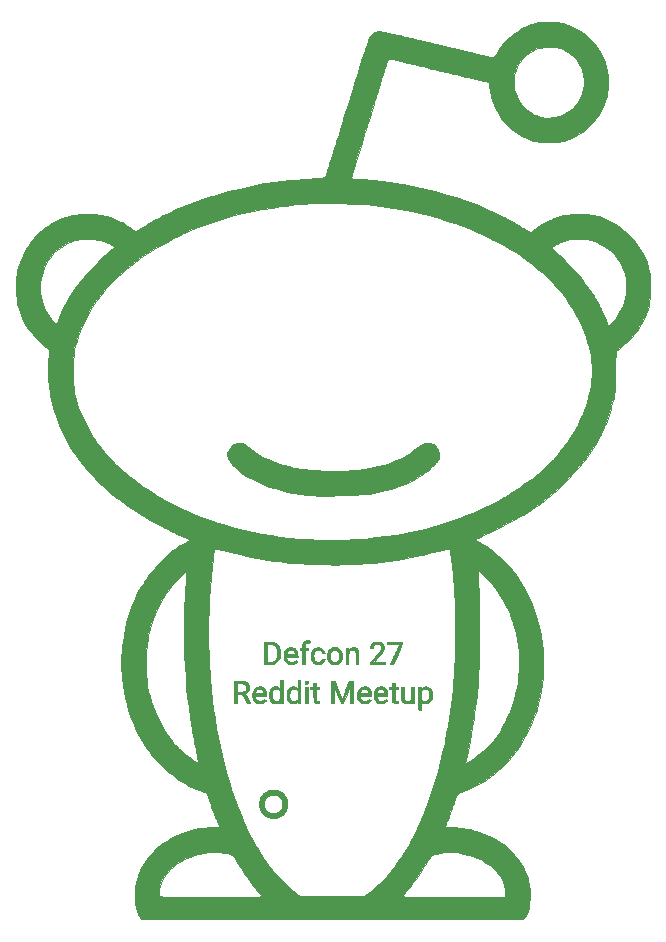
<source format=gbr>
G04 #@! TF.GenerationSoftware,KiCad,Pcbnew,(5.1.2)-1*
G04 #@! TF.CreationDate,2019-07-21T18:54:46-05:00*
G04 #@! TF.ProjectId,reddit-snoo-meetup,72656464-6974-42d7-936e-6f6f2d6d6565,rev?*
G04 #@! TF.SameCoordinates,Original*
G04 #@! TF.FileFunction,Legend,Top*
G04 #@! TF.FilePolarity,Positive*
%FSLAX46Y46*%
G04 Gerber Fmt 4.6, Leading zero omitted, Abs format (unit mm)*
G04 Created by KiCad (PCBNEW (5.1.2)-1) date 2019-07-21 18:54:46*
%MOMM*%
%LPD*%
G04 APERTURE LIST*
%ADD10C,0.010000*%
%ADD11C,0.500000*%
G04 APERTURE END LIST*
D10*
G36*
X20135975Y40059737D02*
G01*
X20362455Y40045120D01*
X20575346Y40021579D01*
X20778246Y39988507D01*
X20974753Y39945297D01*
X21168468Y39891343D01*
X21362988Y39826039D01*
X21561912Y39748777D01*
X21602700Y39731771D01*
X21932175Y39579325D01*
X22248656Y39405501D01*
X22551212Y39211178D01*
X22838915Y38997233D01*
X23110835Y38764546D01*
X23366045Y38513995D01*
X23603613Y38246459D01*
X23822612Y37962816D01*
X24022113Y37663944D01*
X24201186Y37350722D01*
X24275185Y37204650D01*
X24418845Y36881009D01*
X24539147Y36548944D01*
X24635981Y36209976D01*
X24709240Y35865625D01*
X24758813Y35517413D01*
X24784593Y35166859D01*
X24786470Y34815486D01*
X24764334Y34464814D01*
X24718078Y34116363D01*
X24647591Y33771655D01*
X24552766Y33432210D01*
X24546835Y33413700D01*
X24422020Y33067887D01*
X24274301Y32732809D01*
X24104155Y32409330D01*
X23912058Y32098312D01*
X23698486Y31800619D01*
X23566126Y31635796D01*
X23504696Y31565163D01*
X23429188Y31482794D01*
X23344466Y31393638D01*
X23255395Y31302645D01*
X23166839Y31214764D01*
X23083661Y31134944D01*
X23010727Y31068135D01*
X22992860Y31052483D01*
X22717899Y30830712D01*
X22430448Y30630034D01*
X22131788Y30451133D01*
X21823196Y30294694D01*
X21505953Y30161399D01*
X21181337Y30051934D01*
X21056600Y30016803D01*
X20857859Y29971133D01*
X20639370Y29934141D01*
X20405301Y29905955D01*
X20159820Y29886702D01*
X19907096Y29876509D01*
X19651297Y29875502D01*
X19396592Y29883808D01*
X19147148Y29901555D01*
X18907135Y29928870D01*
X18783300Y29947579D01*
X18496274Y30007147D01*
X18207643Y30090534D01*
X17919529Y30196431D01*
X17634051Y30323533D01*
X17353331Y30470533D01*
X17079491Y30636122D01*
X16814652Y30818995D01*
X16560934Y31017844D01*
X16320459Y31231362D01*
X16095348Y31458243D01*
X15887723Y31697180D01*
X15833970Y31764831D01*
X15669888Y31990951D01*
X15512533Y32238540D01*
X15363699Y32504154D01*
X15225182Y32784347D01*
X15098775Y33075673D01*
X14986273Y33374685D01*
X14968288Y33427132D01*
X14892148Y33666599D01*
X14831119Y33891230D01*
X14784318Y34105923D01*
X14750861Y34315573D01*
X14729865Y34525076D01*
X14720446Y34739329D01*
X14719748Y34804777D01*
X14719628Y34838999D01*
X16781963Y34838999D01*
X16803119Y34613375D01*
X16845835Y34386131D01*
X16910329Y34154350D01*
X16996816Y33915115D01*
X17058183Y33769436D01*
X17184527Y33509933D01*
X17325568Y33270715D01*
X17482112Y33050803D01*
X17654970Y32849216D01*
X17844948Y32664973D01*
X18052855Y32497093D01*
X18180027Y32408126D01*
X18341647Y32309245D01*
X18514962Y32218560D01*
X18694704Y32138175D01*
X18875608Y32070196D01*
X19052408Y32016725D01*
X19219837Y31979869D01*
X19272250Y31971695D01*
X19359717Y31962871D01*
X19465787Y31957395D01*
X19583889Y31955258D01*
X19707447Y31956449D01*
X19829888Y31960958D01*
X19944641Y31968776D01*
X19986416Y31972775D01*
X20184133Y31998541D01*
X20381204Y32033682D01*
X20567291Y32076267D01*
X20627830Y32092549D01*
X20856695Y32169702D01*
X21080479Y32270573D01*
X21297284Y32393681D01*
X21505210Y32537543D01*
X21702360Y32700679D01*
X21886834Y32881607D01*
X22056733Y33078846D01*
X22210158Y33290912D01*
X22256547Y33363407D01*
X22304460Y33445376D01*
X22356437Y33542253D01*
X22409083Y33647032D01*
X22459007Y33752710D01*
X22502814Y33852284D01*
X22537112Y33938748D01*
X22542391Y33953450D01*
X22578247Y34064598D01*
X22613767Y34191103D01*
X22646456Y34323016D01*
X22673820Y34450384D01*
X22690534Y34544453D01*
X22701252Y34634038D01*
X22708866Y34741332D01*
X22713376Y34860115D01*
X22714783Y34984164D01*
X22713084Y35107258D01*
X22708280Y35223176D01*
X22700370Y35325696D01*
X22690614Y35401250D01*
X22632646Y35680328D01*
X22553697Y35949166D01*
X22454499Y36206312D01*
X22335788Y36450315D01*
X22198297Y36679724D01*
X22042759Y36893088D01*
X21869910Y37088954D01*
X21804193Y37154322D01*
X21725075Y37228954D01*
X21655615Y37290792D01*
X21588612Y37345622D01*
X21516863Y37399230D01*
X21433165Y37457401D01*
X21394867Y37483150D01*
X21166831Y37620213D01*
X20925240Y37736073D01*
X20671081Y37830353D01*
X20405341Y37902676D01*
X20191219Y37943514D01*
X20105266Y37953753D01*
X20000675Y37961109D01*
X19883650Y37965579D01*
X19760391Y37967161D01*
X19637101Y37965855D01*
X19519980Y37961659D01*
X19415232Y37954571D01*
X19329056Y37944590D01*
X19323582Y37943735D01*
X19049736Y37888774D01*
X18790131Y37813281D01*
X18543187Y37716597D01*
X18307325Y37598065D01*
X18080968Y37457024D01*
X17974885Y37380879D01*
X17905883Y37325403D01*
X17826331Y37255299D01*
X17741554Y37175766D01*
X17656877Y37092003D01*
X17577626Y37009209D01*
X17509125Y36932584D01*
X17480726Y36898402D01*
X17329228Y36691438D01*
X17192554Y36466643D01*
X17072849Y36228199D01*
X16972257Y35980284D01*
X16908619Y35783631D01*
X16845697Y35535319D01*
X16803469Y35297054D01*
X16782152Y35065920D01*
X16781963Y34838999D01*
X14719628Y34838999D01*
X14719300Y34932204D01*
X14309725Y35031627D01*
X13939079Y35121587D01*
X13591303Y35205972D01*
X13264588Y35285218D01*
X12957125Y35359763D01*
X12667106Y35430044D01*
X12392722Y35496498D01*
X12132165Y35559564D01*
X11883625Y35619677D01*
X11645296Y35677277D01*
X11415367Y35732800D01*
X11192030Y35786683D01*
X10973477Y35839364D01*
X10757900Y35891280D01*
X10543489Y35942869D01*
X10328437Y35994569D01*
X10287000Y36004526D01*
X10061192Y36058789D01*
X9828674Y36114681D01*
X9591190Y36171781D01*
X9350485Y36229670D01*
X9108304Y36287927D01*
X8866390Y36346133D01*
X8626489Y36403867D01*
X8390345Y36460708D01*
X8159702Y36516238D01*
X7936305Y36570036D01*
X7721899Y36621681D01*
X7518227Y36670754D01*
X7327035Y36716834D01*
X7150068Y36759502D01*
X6989069Y36798337D01*
X6845783Y36832920D01*
X6721954Y36862829D01*
X6619328Y36887645D01*
X6539649Y36906949D01*
X6539426Y36907003D01*
X6440711Y36930203D01*
X6358469Y36947979D01*
X6294778Y36959935D01*
X6251715Y36965675D01*
X6233119Y36965432D01*
X6203348Y36949175D01*
X6170733Y36914258D01*
X6135018Y36860052D01*
X6095949Y36785927D01*
X6053270Y36691255D01*
X6006726Y36575407D01*
X5956062Y36437752D01*
X5901023Y36277662D01*
X5841352Y36094508D01*
X5776796Y35887660D01*
X5720936Y35702943D01*
X5687369Y35590642D01*
X5654934Y35482296D01*
X5623270Y35376733D01*
X5592016Y35272781D01*
X5560811Y35169268D01*
X5529294Y35065022D01*
X5497104Y34958871D01*
X5463879Y34849644D01*
X5429259Y34736169D01*
X5392882Y34617273D01*
X5354387Y34491785D01*
X5313414Y34358533D01*
X5269600Y34216345D01*
X5222585Y34064050D01*
X5172008Y33900475D01*
X5117508Y33724449D01*
X5058723Y33534799D01*
X4995292Y33330354D01*
X4926855Y33109943D01*
X4853050Y32872392D01*
X4773516Y32616531D01*
X4687892Y32341187D01*
X4595816Y32045189D01*
X4496928Y31727365D01*
X4390867Y31386542D01*
X4383432Y31362650D01*
X4258299Y30960456D01*
X4140579Y30581839D01*
X4030074Y30226146D01*
X3926585Y29892721D01*
X3829913Y29580910D01*
X3739862Y29290059D01*
X3656231Y29019512D01*
X3578823Y28768616D01*
X3507439Y28536714D01*
X3441881Y28323153D01*
X3381950Y28127279D01*
X3327448Y27948435D01*
X3278176Y27785968D01*
X3233937Y27639223D01*
X3194531Y27507545D01*
X3159761Y27390280D01*
X3129427Y27286772D01*
X3103332Y27196368D01*
X3081276Y27118412D01*
X3063063Y27052250D01*
X3048492Y26997227D01*
X3037366Y26952689D01*
X3029487Y26917981D01*
X3024655Y26892447D01*
X3022673Y26875434D01*
X3022600Y26872576D01*
X3026498Y26852082D01*
X3039558Y26834819D01*
X3063825Y26820397D01*
X3101343Y26808427D01*
X3154157Y26798519D01*
X3224315Y26790284D01*
X3313859Y26783333D01*
X3424836Y26777275D01*
X3550466Y26772049D01*
X3769290Y26761835D01*
X4009806Y26746919D01*
X4268815Y26727662D01*
X4543121Y26704426D01*
X4829523Y26677571D01*
X5124825Y26647458D01*
X5425828Y26614448D01*
X5729333Y26578903D01*
X6032143Y26541183D01*
X6331060Y26501650D01*
X6622884Y26460665D01*
X6904418Y26418587D01*
X7172464Y26375780D01*
X7389790Y26338650D01*
X8154971Y26194062D01*
X8916887Y26031452D01*
X9673438Y25851453D01*
X10422527Y25654696D01*
X11162055Y25441813D01*
X11889924Y25213436D01*
X12604034Y24970196D01*
X13302288Y24712727D01*
X13982588Y24441658D01*
X14642833Y24157623D01*
X14662150Y24148980D01*
X14808814Y24083042D01*
X14938847Y24023983D01*
X15057371Y23969361D01*
X15169511Y23916730D01*
X15280388Y23863647D01*
X15395126Y23807668D01*
X15518849Y23746349D01*
X15656678Y23677246D01*
X15754350Y23627964D01*
X15879362Y23564576D01*
X15995502Y23505210D01*
X16105052Y23448595D01*
X16210300Y23393463D01*
X16313528Y23338541D01*
X16417022Y23282559D01*
X16523067Y23224249D01*
X16633946Y23162338D01*
X16751946Y23095557D01*
X16879351Y23022635D01*
X17018445Y22942303D01*
X17171514Y22853290D01*
X17340841Y22754325D01*
X17528712Y22644138D01*
X17614900Y22593501D01*
X17724613Y22529539D01*
X17828346Y22470073D01*
X17923858Y22416319D01*
X18008906Y22369494D01*
X18081251Y22330815D01*
X18138651Y22301498D01*
X18178864Y22282759D01*
X18199650Y22275816D01*
X18200131Y22275800D01*
X18225988Y22284115D01*
X18270535Y22309089D01*
X18333837Y22350766D01*
X18415959Y22409191D01*
X18516966Y22484408D01*
X18592800Y22542341D01*
X18751254Y22661542D01*
X18901381Y22768066D01*
X19049169Y22865652D01*
X19200611Y22958038D01*
X19361695Y23048963D01*
X19538414Y23142164D01*
X19621500Y23184271D01*
X19915346Y23324512D01*
X20196740Y23444070D01*
X20467199Y23543478D01*
X20728240Y23623268D01*
X20981380Y23683971D01*
X21120100Y23709801D01*
X21387340Y23747820D01*
X21666568Y23775349D01*
X21953691Y23792484D01*
X22244618Y23799322D01*
X22535254Y23795957D01*
X22821509Y23782484D01*
X23099289Y23759000D01*
X23364501Y23725600D01*
X23613054Y23682379D01*
X23768050Y23648018D01*
X23988958Y23586985D01*
X24222497Y23509089D01*
X24464315Y23416357D01*
X24710058Y23310814D01*
X24955374Y23194485D01*
X25195911Y23069396D01*
X25427317Y22937571D01*
X25645237Y22801035D01*
X25768300Y22717279D01*
X26085668Y22479238D01*
X26385560Y22224314D01*
X26666937Y21953558D01*
X26928765Y21668020D01*
X27170005Y21368752D01*
X27356062Y21107400D01*
X27524608Y20840339D01*
X27681924Y20559319D01*
X27825951Y20268921D01*
X27954634Y19973726D01*
X28065914Y19678313D01*
X28157735Y19387263D01*
X28199487Y19229525D01*
X28250669Y18991235D01*
X28292637Y18733107D01*
X28325298Y18459010D01*
X28348560Y18172810D01*
X28362331Y17878377D01*
X28366519Y17579579D01*
X28361030Y17280282D01*
X28345773Y16984355D01*
X28320655Y16695666D01*
X28285585Y16418082D01*
X28269103Y16313150D01*
X28208099Y16015007D01*
X28124091Y15711829D01*
X28018398Y15405897D01*
X27892341Y15099492D01*
X27747240Y14794895D01*
X27584413Y14494385D01*
X27405182Y14200245D01*
X27210865Y13914755D01*
X27002783Y13640195D01*
X26782255Y13378846D01*
X26550602Y13132990D01*
X26309142Y12904906D01*
X26284054Y12882766D01*
X26232637Y12839061D01*
X26164796Y12783484D01*
X26084560Y12719220D01*
X25995961Y12649458D01*
X25903028Y12577384D01*
X25809790Y12506185D01*
X25768624Y12475142D01*
X25416889Y12211050D01*
X25408594Y10985500D01*
X25406632Y10719836D01*
X25404467Y10477894D01*
X25402032Y10257999D01*
X25399262Y10058473D01*
X25396090Y9877641D01*
X25392451Y9713826D01*
X25388279Y9565350D01*
X25383508Y9430538D01*
X25378072Y9307713D01*
X25371906Y9195198D01*
X25364942Y9091317D01*
X25357116Y8994393D01*
X25348361Y8902749D01*
X25338612Y8814710D01*
X25327802Y8728597D01*
X25316729Y8648700D01*
X25285950Y8462921D01*
X25244748Y8257607D01*
X25194091Y8035926D01*
X25134945Y7801047D01*
X25068277Y7556138D01*
X24995053Y7304368D01*
X24916241Y7048904D01*
X24832807Y6792916D01*
X24745718Y6539572D01*
X24655941Y6292041D01*
X24564442Y6053490D01*
X24472188Y5827088D01*
X24415801Y5695950D01*
X24376841Y5609666D01*
X24328332Y5505948D01*
X24272724Y5389750D01*
X24212466Y5266025D01*
X24150009Y5139726D01*
X24087803Y5015807D01*
X24028297Y4899221D01*
X23973943Y4794921D01*
X23927190Y4707860D01*
X23925811Y4705350D01*
X23639440Y4209753D01*
X23328826Y3720670D01*
X22994387Y3238538D01*
X22636544Y2763796D01*
X22255716Y2296884D01*
X21852323Y1838238D01*
X21426783Y1388297D01*
X20979516Y947500D01*
X20510941Y516285D01*
X20021479Y95089D01*
X19511547Y-315647D01*
X18981567Y-715487D01*
X18431957Y-1103992D01*
X18247709Y-1228725D01*
X18120381Y-1313307D01*
X17987699Y-1400161D01*
X17853809Y-1486649D01*
X17722858Y-1570135D01*
X17598993Y-1647981D01*
X17486360Y-1717549D01*
X17389106Y-1776201D01*
X17360900Y-1792825D01*
X17176344Y-1898929D01*
X16971142Y-2013503D01*
X16748058Y-2135156D01*
X16509852Y-2262497D01*
X16259287Y-2394133D01*
X15999125Y-2528675D01*
X15732129Y-2664730D01*
X15461060Y-2800908D01*
X15188680Y-2935818D01*
X14917752Y-3068067D01*
X14651038Y-3196266D01*
X14391300Y-3319023D01*
X14141300Y-3434946D01*
X13903801Y-3542644D01*
X13760450Y-3606256D01*
X13683705Y-3640203D01*
X13614711Y-3671133D01*
X13556893Y-3697476D01*
X13513674Y-3717664D01*
X13488482Y-3730128D01*
X13483589Y-3733085D01*
X13491602Y-3741602D01*
X13519080Y-3761255D01*
X13563507Y-3790446D01*
X13622370Y-3827578D01*
X13693155Y-3871053D01*
X13773348Y-3919274D01*
X13821278Y-3947667D01*
X14040871Y-4078716D01*
X14241026Y-4201890D01*
X14425444Y-4319784D01*
X14597828Y-4434992D01*
X14761881Y-4550111D01*
X14921305Y-4667736D01*
X15079802Y-4790463D01*
X15241076Y-4920886D01*
X15401945Y-5055742D01*
X15474991Y-5119838D01*
X15561825Y-5199228D01*
X15659019Y-5290530D01*
X15763147Y-5390362D01*
X15870782Y-5495340D01*
X15978497Y-5602082D01*
X16082865Y-5707207D01*
X16180459Y-5807330D01*
X16267853Y-5899071D01*
X16341619Y-5979046D01*
X16372221Y-6013450D01*
X16713344Y-6422429D01*
X17034198Y-6846619D01*
X17334591Y-7285672D01*
X17614335Y-7739245D01*
X17873239Y-8206992D01*
X18111113Y-8688567D01*
X18327769Y-9183627D01*
X18523015Y-9691825D01*
X18696662Y-10212816D01*
X18714841Y-10272224D01*
X18872499Y-10834154D01*
X19005985Y-11399916D01*
X19115305Y-11968624D01*
X19200467Y-12539388D01*
X19261478Y-13111322D01*
X19298344Y-13683538D01*
X19311073Y-14255149D01*
X19299672Y-14825267D01*
X19264148Y-15393003D01*
X19204507Y-15957472D01*
X19120758Y-16517785D01*
X19012906Y-17073054D01*
X18880959Y-17622393D01*
X18724925Y-18164913D01*
X18650402Y-18395950D01*
X18463396Y-18918762D01*
X18255717Y-19427005D01*
X18027425Y-19920571D01*
X17778580Y-20399353D01*
X17509244Y-20863244D01*
X17219478Y-21312137D01*
X16909342Y-21745924D01*
X16578898Y-22164499D01*
X16375732Y-22402800D01*
X16301474Y-22485480D01*
X16212749Y-22580988D01*
X16113652Y-22685159D01*
X16008282Y-22793827D01*
X15900735Y-22902827D01*
X15795108Y-23007994D01*
X15695498Y-23105163D01*
X15606002Y-23190169D01*
X15555673Y-23236494D01*
X15217208Y-23529406D01*
X14871083Y-23802426D01*
X14518857Y-24054509D01*
X14162091Y-24284608D01*
X13802344Y-24491677D01*
X13441176Y-24674668D01*
X13347700Y-24717961D01*
X13289522Y-24743672D01*
X13211546Y-24777060D01*
X13117623Y-24816529D01*
X13011603Y-24860488D01*
X12897337Y-24907343D01*
X12778675Y-24955501D01*
X12659468Y-25003369D01*
X12617478Y-25020097D01*
X12490968Y-25070503D01*
X12385845Y-25112722D01*
X12299827Y-25147786D01*
X12230631Y-25176723D01*
X12175974Y-25200564D01*
X12133576Y-25220338D01*
X12101152Y-25237076D01*
X12076421Y-25251807D01*
X12057101Y-25265560D01*
X12040909Y-25279366D01*
X12039054Y-25281089D01*
X12006185Y-25316078D01*
X11975092Y-25358934D01*
X11944491Y-25412413D01*
X11913097Y-25479273D01*
X11879624Y-25562273D01*
X11842790Y-25664171D01*
X11801308Y-25787723D01*
X11797182Y-25800373D01*
X11752892Y-25934632D01*
X11706663Y-26071064D01*
X11657487Y-26212450D01*
X11604356Y-26361570D01*
X11546261Y-26521203D01*
X11482194Y-26694129D01*
X11411146Y-26883129D01*
X11332109Y-27090982D01*
X11274443Y-27241500D01*
X11205891Y-27420498D01*
X11146478Y-27576784D01*
X11095889Y-27711223D01*
X11053813Y-27824679D01*
X11019936Y-27918016D01*
X10993945Y-27992099D01*
X10975526Y-28047791D01*
X10964366Y-28085957D01*
X10960153Y-28107462D01*
X10960100Y-28109052D01*
X10970370Y-28129548D01*
X10979345Y-28135167D01*
X10997055Y-28136930D01*
X11036362Y-28137888D01*
X11093475Y-28138045D01*
X11164604Y-28137408D01*
X11245959Y-28135982D01*
X11300020Y-28134701D01*
X11578783Y-28134046D01*
X11872533Y-28145656D01*
X12174390Y-28168874D01*
X12477472Y-28203044D01*
X12774900Y-28247509D01*
X13059792Y-28301613D01*
X13068300Y-28303427D01*
X13484527Y-28404140D01*
X13889116Y-28525547D01*
X14281215Y-28667208D01*
X14659971Y-28828682D01*
X15024533Y-29009528D01*
X15374046Y-29209304D01*
X15707660Y-29427570D01*
X16024522Y-29663885D01*
X16323780Y-29917807D01*
X16489392Y-30073410D01*
X16726396Y-30316207D01*
X16941182Y-30561281D01*
X17136851Y-30812898D01*
X17316506Y-31075322D01*
X17483251Y-31352818D01*
X17640189Y-31649651D01*
X17648607Y-31666641D01*
X17772668Y-31932469D01*
X17876878Y-32188530D01*
X17962486Y-32439195D01*
X18030740Y-32688836D01*
X18082890Y-32941825D01*
X18120185Y-33202534D01*
X18136846Y-33375600D01*
X18141989Y-33466250D01*
X18144951Y-33577046D01*
X18145825Y-33702835D01*
X18144708Y-33838465D01*
X18141694Y-33978784D01*
X18136878Y-34118640D01*
X18130356Y-34252881D01*
X18122223Y-34376354D01*
X18117257Y-34436050D01*
X18097368Y-34635572D01*
X18075469Y-34812517D01*
X18050693Y-34969683D01*
X18022172Y-35109868D01*
X17989040Y-35235867D01*
X17950428Y-35350480D01*
X17905470Y-35456503D01*
X17853298Y-35556734D01*
X17793044Y-35653970D01*
X17723842Y-35751009D01*
X17699842Y-35782250D01*
X17580919Y-35934650D01*
X12540134Y-35935539D01*
X12238113Y-35935576D01*
X11911925Y-35935585D01*
X11562804Y-35935566D01*
X11191984Y-35935521D01*
X10800697Y-35935449D01*
X10390177Y-35935353D01*
X9961658Y-35935231D01*
X9516373Y-35935086D01*
X9055556Y-35934918D01*
X8580439Y-35934726D01*
X8092257Y-35934513D01*
X7592243Y-35934279D01*
X7081630Y-35934024D01*
X6561652Y-35933749D01*
X6033542Y-35933455D01*
X5498533Y-35933143D01*
X4957860Y-35932812D01*
X4412755Y-35932465D01*
X3864452Y-35932101D01*
X3314184Y-35931721D01*
X2763185Y-35931326D01*
X2212688Y-35930917D01*
X1663926Y-35930494D01*
X1118134Y-35930058D01*
X576545Y-35929609D01*
X40391Y-35929149D01*
X-489093Y-35928678D01*
X-1010675Y-35928196D01*
X-1384300Y-35927840D01*
X-2015031Y-35927224D01*
X-2621048Y-35926617D01*
X-3203038Y-35926018D01*
X-3761686Y-35925425D01*
X-4297679Y-35924837D01*
X-4811703Y-35924251D01*
X-5304445Y-35923665D01*
X-5776590Y-35923079D01*
X-6228825Y-35922490D01*
X-6661835Y-35921896D01*
X-7076308Y-35921296D01*
X-7472930Y-35920687D01*
X-7852386Y-35920069D01*
X-8215363Y-35919438D01*
X-8562547Y-35918795D01*
X-8894624Y-35918135D01*
X-9212281Y-35917459D01*
X-9516204Y-35916763D01*
X-9807079Y-35916047D01*
X-10085591Y-35915308D01*
X-10352429Y-35914545D01*
X-10608277Y-35913755D01*
X-10853821Y-35912938D01*
X-11089749Y-35912091D01*
X-11316746Y-35911212D01*
X-11535499Y-35910301D01*
X-11746694Y-35909354D01*
X-11951016Y-35908370D01*
X-12149153Y-35907347D01*
X-12341790Y-35906284D01*
X-12529613Y-35905178D01*
X-12713310Y-35904029D01*
X-12893565Y-35902834D01*
X-13071066Y-35901591D01*
X-13246499Y-35900298D01*
X-13420549Y-35898954D01*
X-13593903Y-35897558D01*
X-13767247Y-35896106D01*
X-13868400Y-35895235D01*
X-14738350Y-35887675D01*
X-14808636Y-35815912D01*
X-14866413Y-35745483D01*
X-14924871Y-35652739D01*
X-14982898Y-35540702D01*
X-15039380Y-35412395D01*
X-15093205Y-35270838D01*
X-15143258Y-35119054D01*
X-15188427Y-34960064D01*
X-15227599Y-34796891D01*
X-15259661Y-34632557D01*
X-15271369Y-34559719D01*
X-15299987Y-34301041D01*
X-15311298Y-34027780D01*
X-15306064Y-33755990D01*
X-13281527Y-33755990D01*
X-13281131Y-33778922D01*
X-13274098Y-33819625D01*
X-13259056Y-33855977D01*
X-13234694Y-33888239D01*
X-13199701Y-33916669D01*
X-13152767Y-33941526D01*
X-13092578Y-33963071D01*
X-13017826Y-33981561D01*
X-12927198Y-33997256D01*
X-12819384Y-34010416D01*
X-12693072Y-34021299D01*
X-12546951Y-34030164D01*
X-12379711Y-34037271D01*
X-12190039Y-34042879D01*
X-11976626Y-34047247D01*
X-11918950Y-34048183D01*
X-11705126Y-34051065D01*
X-11466801Y-34053475D01*
X-11204871Y-34055414D01*
X-10920231Y-34056881D01*
X-10613777Y-34057875D01*
X-10286403Y-34058398D01*
X-9939005Y-34058449D01*
X-9572479Y-34058028D01*
X-9187720Y-34057135D01*
X-8785622Y-34055769D01*
X-8367081Y-34053932D01*
X-7932993Y-34051622D01*
X-7484252Y-34048841D01*
X-7404100Y-34048304D01*
X-7101522Y-34046208D01*
X-6823224Y-34044168D01*
X-6568086Y-34042157D01*
X-6334988Y-34040149D01*
X-6122810Y-34038118D01*
X-5930432Y-34036038D01*
X-5756734Y-34033881D01*
X-5600596Y-34031623D01*
X-5460899Y-34029237D01*
X-5336521Y-34026697D01*
X-5226344Y-34023976D01*
X-5129248Y-34021048D01*
X-5044112Y-34017887D01*
X-4969816Y-34014467D01*
X-4905240Y-34010762D01*
X-4849265Y-34006744D01*
X-4800771Y-34002389D01*
X-4758637Y-33997670D01*
X-4721744Y-33992560D01*
X-4688972Y-33987034D01*
X-4675218Y-33984394D01*
X-4606621Y-33969408D01*
X-4562620Y-33956708D01*
X-4543492Y-33946382D01*
X-4543108Y-33942475D01*
X-4553227Y-33929568D01*
X-4577658Y-33899838D01*
X-4614276Y-33855827D01*
X-4660958Y-33800076D01*
X-4715579Y-33735127D01*
X-4776015Y-33663524D01*
X-4793739Y-33642569D01*
X-4910837Y-33503637D01*
X-5014018Y-33379905D01*
X-5106291Y-33267636D01*
X-5190668Y-33163093D01*
X-5270157Y-33062538D01*
X-5347768Y-32962236D01*
X-5426513Y-32858447D01*
X-5443482Y-32835850D01*
X-5614515Y-32604925D01*
X-5782522Y-32372635D01*
X-5945817Y-32141487D01*
X-6102716Y-31913993D01*
X-6251535Y-31692662D01*
X-6390588Y-31480006D01*
X-6518192Y-31278534D01*
X-6632662Y-31090756D01*
X-6732314Y-30919182D01*
X-6745843Y-30895064D01*
X-6797198Y-30803789D01*
X-6839000Y-30731601D01*
X-6873554Y-30675122D01*
X-6903160Y-30630974D01*
X-6930124Y-30595780D01*
X-6956746Y-30566164D01*
X-6985331Y-30538747D01*
X-6994190Y-30530837D01*
X-7055763Y-30483033D01*
X-7126521Y-30441080D01*
X-7208874Y-30404245D01*
X-7305233Y-30371795D01*
X-7418006Y-30342995D01*
X-7549603Y-30317113D01*
X-7702434Y-30293414D01*
X-7827320Y-30277250D01*
X-7979291Y-30259698D01*
X-8112657Y-30246323D01*
X-8233810Y-30236786D01*
X-8349140Y-30230747D01*
X-8465038Y-30227867D01*
X-8587894Y-30227808D01*
X-8716714Y-30230051D01*
X-8946756Y-30239194D01*
X-9161356Y-30255879D01*
X-9368722Y-30281217D01*
X-9577064Y-30316318D01*
X-9794590Y-30362295D01*
X-9925050Y-30393597D01*
X-10275343Y-30492511D01*
X-10612625Y-30611439D01*
X-10935988Y-30749885D01*
X-11244527Y-30907353D01*
X-11537332Y-31083348D01*
X-11813498Y-31277375D01*
X-12072116Y-31488939D01*
X-12268798Y-31673505D01*
X-12476474Y-31895481D01*
X-12659629Y-32122473D01*
X-12818797Y-32355343D01*
X-12954515Y-32594953D01*
X-13067318Y-32842165D01*
X-13157743Y-33097842D01*
X-13161095Y-33108900D01*
X-13181343Y-33182248D01*
X-13201819Y-33267305D01*
X-13221666Y-33359294D01*
X-13240030Y-33453436D01*
X-13256054Y-33544955D01*
X-13268882Y-33629071D01*
X-13277658Y-33701009D01*
X-13281527Y-33755990D01*
X-15306064Y-33755990D01*
X-15305822Y-33743450D01*
X-15284075Y-33451564D01*
X-15246575Y-33155637D01*
X-15193841Y-32859181D01*
X-15126390Y-32565710D01*
X-15044739Y-32278737D01*
X-14949408Y-32001777D01*
X-14862910Y-31788100D01*
X-14749353Y-31550259D01*
X-14613971Y-31307645D01*
X-14459071Y-31063402D01*
X-14286962Y-30820676D01*
X-14099952Y-30582613D01*
X-13900349Y-30352357D01*
X-13690462Y-30133055D01*
X-13548439Y-29996785D01*
X-13241100Y-29729341D01*
X-12917894Y-29481583D01*
X-12579239Y-29253706D01*
X-12225551Y-29045902D01*
X-11857249Y-28858365D01*
X-11474750Y-28691289D01*
X-11078470Y-28544867D01*
X-10668829Y-28419292D01*
X-10246242Y-28314758D01*
X-9811128Y-28231459D01*
X-9702800Y-28214332D01*
X-9557672Y-28193637D01*
X-9412474Y-28175762D01*
X-9261955Y-28160202D01*
X-9100862Y-28146457D01*
X-8923942Y-28134023D01*
X-8763000Y-28124433D01*
X-8620508Y-28116537D01*
X-8501334Y-28109951D01*
X-8403440Y-28104470D01*
X-8324790Y-28099886D01*
X-8263347Y-28095996D01*
X-8217073Y-28092592D01*
X-8183933Y-28089469D01*
X-8161888Y-28086421D01*
X-8148903Y-28083243D01*
X-8142939Y-28079728D01*
X-8141960Y-28075670D01*
X-8143929Y-28070865D01*
X-8146809Y-28065106D01*
X-8147822Y-28062279D01*
X-8154881Y-28043278D01*
X-8170449Y-28004551D01*
X-8193029Y-27949717D01*
X-8221124Y-27882396D01*
X-8253236Y-27806206D01*
X-8274613Y-27755850D01*
X-8320929Y-27646061D01*
X-8366542Y-27535794D01*
X-8412224Y-27422987D01*
X-8458752Y-27305579D01*
X-8506900Y-27181509D01*
X-8557441Y-27048717D01*
X-8611151Y-26905142D01*
X-8668804Y-26748722D01*
X-8731175Y-26577396D01*
X-8799037Y-26389105D01*
X-8873167Y-26181786D01*
X-8954337Y-25953380D01*
X-8992444Y-25845777D01*
X-9035628Y-25724081D01*
X-9076488Y-25609614D01*
X-9114208Y-25504613D01*
X-9147975Y-25411317D01*
X-9176971Y-25331964D01*
X-9200382Y-25268789D01*
X-9217393Y-25224032D01*
X-9227187Y-25199930D01*
X-9229083Y-25196358D01*
X-9243126Y-25189868D01*
X-9278109Y-25175901D01*
X-9331069Y-25155575D01*
X-9399045Y-25130008D01*
X-9479075Y-25100320D01*
X-9568196Y-25067630D01*
X-9613900Y-25050995D01*
X-9862746Y-24958723D01*
X-10090646Y-24869940D01*
X-10301496Y-24782841D01*
X-10499193Y-24695623D01*
X-10687633Y-24606481D01*
X-10870712Y-24513613D01*
X-11052327Y-24415213D01*
X-11236375Y-24309477D01*
X-11309350Y-24266045D01*
X-11704125Y-24014300D01*
X-12087544Y-23740274D01*
X-12458949Y-23444728D01*
X-12817678Y-23128420D01*
X-13163073Y-22792109D01*
X-13494471Y-22436555D01*
X-13811214Y-22062516D01*
X-14112641Y-21670752D01*
X-14398091Y-21262022D01*
X-14666905Y-20837084D01*
X-14918422Y-20396698D01*
X-15151981Y-19941622D01*
X-15248888Y-19736932D01*
X-15461691Y-19246967D01*
X-15654889Y-18742269D01*
X-15827938Y-18224889D01*
X-15980294Y-17696883D01*
X-16111415Y-17160302D01*
X-16220756Y-16617201D01*
X-16307774Y-16069632D01*
X-16371925Y-15519649D01*
X-16375528Y-15481300D01*
X-16387812Y-15344350D01*
X-16398052Y-15219681D01*
X-16406420Y-15103001D01*
X-16413086Y-14990014D01*
X-16418224Y-14876426D01*
X-16422003Y-14757944D01*
X-16424596Y-14630274D01*
X-16426174Y-14489121D01*
X-16426908Y-14330191D01*
X-16426936Y-14289450D01*
X-14348366Y-14289450D01*
X-14347210Y-14420712D01*
X-14342467Y-14693323D01*
X-14334759Y-14944623D01*
X-14323791Y-15178556D01*
X-14309272Y-15399071D01*
X-14290908Y-15610113D01*
X-14268408Y-15815629D01*
X-14241477Y-16019566D01*
X-14216240Y-16186150D01*
X-14139855Y-16594556D01*
X-14040654Y-17009004D01*
X-13919761Y-17427049D01*
X-13778300Y-17846243D01*
X-13617394Y-18264140D01*
X-13438166Y-18678295D01*
X-13241741Y-19086261D01*
X-13029242Y-19485591D01*
X-12801794Y-19873840D01*
X-12560518Y-20248561D01*
X-12306541Y-20607308D01*
X-12040984Y-20947634D01*
X-12013967Y-20980400D01*
X-11938538Y-21067841D01*
X-11848343Y-21166531D01*
X-11747310Y-21272597D01*
X-11639369Y-21382167D01*
X-11528449Y-21491367D01*
X-11418478Y-21596325D01*
X-11313386Y-21693169D01*
X-11217101Y-21778026D01*
X-11139512Y-21842308D01*
X-11030479Y-21927674D01*
X-10917007Y-22014199D01*
X-10801141Y-22100490D01*
X-10684930Y-22185154D01*
X-10570418Y-22266798D01*
X-10459653Y-22344029D01*
X-10354682Y-22415455D01*
X-10257552Y-22479683D01*
X-10170308Y-22535320D01*
X-10094997Y-22580973D01*
X-10033667Y-22615249D01*
X-9988363Y-22636755D01*
X-9961363Y-22644100D01*
X-9946769Y-22633682D01*
X-9944128Y-22621875D01*
X-9946538Y-22592602D01*
X-9953753Y-22540609D01*
X-9965816Y-22465657D01*
X-9982770Y-22367511D01*
X-10004659Y-22245934D01*
X-10031526Y-22100689D01*
X-10063414Y-21931538D01*
X-10100366Y-21738247D01*
X-10142427Y-21520577D01*
X-10189638Y-21278293D01*
X-10192013Y-21266150D01*
X-10256662Y-20931991D01*
X-10315870Y-20617960D01*
X-10370406Y-20319558D01*
X-10421043Y-20032283D01*
X-10468552Y-19751635D01*
X-10513706Y-19473115D01*
X-10557274Y-19192222D01*
X-10600030Y-18904456D01*
X-10616614Y-18789650D01*
X-10731984Y-17933934D01*
X-10832568Y-17078268D01*
X-10918660Y-16219067D01*
X-10990556Y-15352747D01*
X-11048548Y-14475725D01*
X-11092933Y-13584417D01*
X-11124002Y-12675239D01*
X-11126485Y-12579350D01*
X-11129234Y-12448116D01*
X-11131443Y-12297106D01*
X-11133126Y-12129305D01*
X-11134297Y-11947701D01*
X-11134954Y-11759815D01*
X-9065048Y-11759815D01*
X-9064741Y-11959416D01*
X-9063921Y-12150018D01*
X-9062573Y-12328495D01*
X-9060682Y-12491719D01*
X-9058231Y-12636563D01*
X-9056503Y-12712700D01*
X-9037655Y-13331535D01*
X-9012851Y-13931738D01*
X-8981716Y-14519457D01*
X-8943874Y-15100840D01*
X-8898948Y-15682033D01*
X-8846562Y-16269185D01*
X-8825666Y-16484600D01*
X-8737279Y-17301979D01*
X-8634900Y-18111105D01*
X-8518774Y-18911115D01*
X-8389147Y-19701151D01*
X-8246263Y-20480351D01*
X-8090369Y-21247856D01*
X-7921709Y-22002806D01*
X-7740529Y-22744340D01*
X-7547076Y-23471598D01*
X-7341593Y-24183720D01*
X-7124327Y-24879845D01*
X-6895523Y-25559115D01*
X-6655426Y-26220668D01*
X-6404283Y-26863644D01*
X-6142337Y-27487184D01*
X-5869836Y-28090426D01*
X-5587024Y-28672511D01*
X-5294147Y-29232579D01*
X-5076586Y-29622750D01*
X-4972159Y-29802760D01*
X-4863104Y-29986577D01*
X-4750995Y-30171758D01*
X-4637406Y-30355863D01*
X-4523911Y-30536452D01*
X-4412082Y-30711082D01*
X-4303494Y-30877313D01*
X-4199720Y-31032705D01*
X-4102334Y-31174816D01*
X-4012909Y-31301205D01*
X-3933018Y-31409431D01*
X-3884401Y-31472084D01*
X-3779923Y-31599728D01*
X-3660379Y-31739638D01*
X-3528015Y-31889529D01*
X-3385072Y-32047121D01*
X-3233795Y-32210131D01*
X-3076426Y-32376276D01*
X-2915208Y-32543274D01*
X-2752386Y-32708843D01*
X-2590202Y-32870701D01*
X-2430899Y-33026564D01*
X-2276721Y-33174152D01*
X-2129911Y-33311181D01*
X-1992712Y-33435369D01*
X-1867368Y-33544435D01*
X-1762178Y-33631271D01*
X-1704360Y-33675806D01*
X-1633324Y-33728080D01*
X-1557272Y-33782181D01*
X-1484408Y-33832198D01*
X-1470078Y-33841763D01*
X-1301750Y-33953450D01*
X-762000Y-33960069D01*
X-688879Y-33960822D01*
X-592143Y-33961586D01*
X-473579Y-33962355D01*
X-334973Y-33963124D01*
X-178110Y-33963885D01*
X-4778Y-33964633D01*
X183238Y-33965360D01*
X384153Y-33966061D01*
X596180Y-33966730D01*
X817533Y-33967359D01*
X1046426Y-33967943D01*
X1281074Y-33968475D01*
X1519690Y-33968950D01*
X1760488Y-33969359D01*
X1921483Y-33969594D01*
X4065217Y-33972500D01*
X4081398Y-33960640D01*
X7302500Y-33960640D01*
X7314981Y-33967036D01*
X7351548Y-33973258D01*
X7410889Y-33979247D01*
X7491691Y-33984945D01*
X7592641Y-33990291D01*
X7712427Y-33995227D01*
X7849735Y-33999693D01*
X8003253Y-34003630D01*
X8171668Y-34006979D01*
X8353666Y-34009680D01*
X8401050Y-34010246D01*
X8520028Y-34011428D01*
X8662674Y-34012547D01*
X8827258Y-34013602D01*
X9012046Y-34014591D01*
X9215309Y-34015513D01*
X9435313Y-34016368D01*
X9670329Y-34017153D01*
X9918623Y-34017868D01*
X10178466Y-34018512D01*
X10448124Y-34019082D01*
X10725867Y-34019579D01*
X11009963Y-34020001D01*
X11298680Y-34020346D01*
X11590287Y-34020614D01*
X11883053Y-34020803D01*
X12175245Y-34020913D01*
X12465133Y-34020941D01*
X12750985Y-34020887D01*
X13031069Y-34020749D01*
X13303654Y-34020527D01*
X13567007Y-34020219D01*
X13819399Y-34019824D01*
X14059096Y-34019341D01*
X14284368Y-34018768D01*
X14493484Y-34018104D01*
X14684710Y-34017349D01*
X14856317Y-34016501D01*
X15006572Y-34015559D01*
X15096107Y-34014860D01*
X16076165Y-34006438D01*
X16070294Y-33840244D01*
X16062795Y-33663149D01*
X16053222Y-33507746D01*
X16040917Y-33370366D01*
X16025224Y-33247341D01*
X16005483Y-33135002D01*
X15981038Y-33029681D01*
X15951230Y-32927710D01*
X15915401Y-32825418D01*
X15872895Y-32719139D01*
X15866623Y-32704318D01*
X15758667Y-32480987D01*
X15626716Y-32260819D01*
X15472125Y-32045400D01*
X15296250Y-31836317D01*
X15100447Y-31635157D01*
X14886070Y-31443507D01*
X14654477Y-31262954D01*
X14605000Y-31227457D01*
X14300515Y-31027633D01*
X13982213Y-30848952D01*
X13650666Y-30691626D01*
X13306448Y-30555869D01*
X12950132Y-30441894D01*
X12582290Y-30349912D01*
X12203497Y-30280138D01*
X11969750Y-30248853D01*
X11906399Y-30243454D01*
X11822482Y-30239143D01*
X11722650Y-30235921D01*
X11611558Y-30233790D01*
X11493859Y-30232749D01*
X11374204Y-30232801D01*
X11257247Y-30233944D01*
X11147642Y-30236180D01*
X11050041Y-30239510D01*
X10969097Y-30243934D01*
X10915650Y-30248697D01*
X10806156Y-30262988D01*
X10684846Y-30281366D01*
X10556799Y-30302860D01*
X10427094Y-30326497D01*
X10300809Y-30351306D01*
X10183024Y-30376316D01*
X10078819Y-30400553D01*
X9993272Y-30423047D01*
X9972525Y-30429152D01*
X9920729Y-30446649D01*
X9883597Y-30465496D01*
X9850924Y-30492206D01*
X9816627Y-30528654D01*
X9763243Y-30593073D01*
X9700453Y-30676590D01*
X9630627Y-30775799D01*
X9556137Y-30887294D01*
X9479350Y-31007666D01*
X9447062Y-31059925D01*
X9299763Y-31297226D01*
X9151449Y-31529092D01*
X8999582Y-31759231D01*
X8841622Y-31991346D01*
X8675032Y-32229143D01*
X8497272Y-32476326D01*
X8305803Y-32736602D01*
X8212797Y-32861250D01*
X8089249Y-33024916D01*
X7976868Y-33170969D01*
X7872751Y-33302944D01*
X7774000Y-33424376D01*
X7677714Y-33538802D01*
X7580992Y-33649756D01*
X7480934Y-33760775D01*
X7426325Y-33820024D01*
X7382175Y-33868073D01*
X7344974Y-33909464D01*
X7317807Y-33940695D01*
X7303758Y-33958263D01*
X7302500Y-33960640D01*
X4081398Y-33960640D01*
X4370999Y-33748375D01*
X4494095Y-33657896D01*
X4599680Y-33579643D01*
X4690949Y-33511129D01*
X4771098Y-33449869D01*
X4843321Y-33393375D01*
X4910813Y-33339163D01*
X4976769Y-33284744D01*
X5044384Y-33227634D01*
X5086350Y-33191668D01*
X5421323Y-32888878D01*
X5750376Y-32562233D01*
X6073601Y-32211611D01*
X6391095Y-31836887D01*
X6702953Y-31437940D01*
X7009268Y-31014646D01*
X7310136Y-30566883D01*
X7605652Y-30094528D01*
X7895911Y-29597458D01*
X7984688Y-29438600D01*
X8041104Y-29334683D01*
X8106183Y-29211511D01*
X8178018Y-29072923D01*
X8254700Y-28922759D01*
X8334321Y-28764858D01*
X8414974Y-28603060D01*
X8494750Y-28441206D01*
X8571741Y-28283134D01*
X8644040Y-28132685D01*
X8709737Y-27993699D01*
X8766926Y-27870014D01*
X8794362Y-27809228D01*
X9086978Y-27128284D01*
X9366407Y-26426124D01*
X9632459Y-25703355D01*
X9884947Y-24960582D01*
X10123682Y-24198412D01*
X10348477Y-23417450D01*
X10553596Y-22639343D01*
X12687709Y-22639343D01*
X12689276Y-22648400D01*
X12693864Y-22653403D01*
X12700367Y-22657467D01*
X12724746Y-22664558D01*
X12760217Y-22659892D01*
X12809598Y-22642623D01*
X12875705Y-22611901D01*
X12909550Y-22594567D01*
X12991944Y-22549292D01*
X13089724Y-22491887D01*
X13197947Y-22425453D01*
X13311668Y-22353088D01*
X13425945Y-22277891D01*
X13535835Y-22202963D01*
X13550900Y-22192453D01*
X13883034Y-21944743D01*
X14203246Y-21675094D01*
X14510930Y-21384304D01*
X14805481Y-21073173D01*
X15086297Y-20742499D01*
X15352773Y-20393082D01*
X15604304Y-20025721D01*
X15840286Y-19641214D01*
X16060116Y-19240361D01*
X16263188Y-18823959D01*
X16448899Y-18392810D01*
X16476438Y-18323835D01*
X16653686Y-17840862D01*
X16807853Y-17348404D01*
X16938874Y-16847723D01*
X17046684Y-16340081D01*
X17131218Y-15826740D01*
X17192409Y-15308960D01*
X17230194Y-14788005D01*
X17244505Y-14265134D01*
X17235278Y-13741609D01*
X17202448Y-13218693D01*
X17145949Y-12697646D01*
X17065716Y-12179730D01*
X16961683Y-11666207D01*
X16845625Y-11201400D01*
X16733547Y-10828251D01*
X16599560Y-10448362D01*
X16445234Y-10064682D01*
X16272138Y-9680164D01*
X16081843Y-9297759D01*
X15875917Y-8920416D01*
X15655930Y-8551089D01*
X15423452Y-8192726D01*
X15180052Y-7848281D01*
X14927300Y-7520704D01*
X14816551Y-7386265D01*
X14705304Y-7259496D01*
X14577482Y-7123487D01*
X14437795Y-6982856D01*
X14290952Y-6842223D01*
X14141664Y-6706206D01*
X13994641Y-6579425D01*
X13989050Y-6574758D01*
X13735050Y-6363013D01*
X13731302Y-6410481D01*
X13731318Y-6432320D01*
X13732793Y-6476866D01*
X13735593Y-6541478D01*
X13739583Y-6623512D01*
X13744629Y-6720328D01*
X13750597Y-6829283D01*
X13757353Y-6947734D01*
X13764762Y-7073039D01*
X13765963Y-7092950D01*
X13774205Y-7231639D01*
X13782409Y-7374221D01*
X13790343Y-7516358D01*
X13797775Y-7653714D01*
X13804474Y-7781955D01*
X13810209Y-7896744D01*
X13814746Y-7993745D01*
X13817208Y-8051800D01*
X13827687Y-8343557D01*
X13836819Y-8654465D01*
X13844621Y-8982510D01*
X13851112Y-9325675D01*
X13856308Y-9681944D01*
X13860227Y-10049302D01*
X13862888Y-10425733D01*
X13864307Y-10809220D01*
X13864502Y-11197749D01*
X13863491Y-11589302D01*
X13861292Y-11981865D01*
X13857922Y-12373422D01*
X13853398Y-12761956D01*
X13847739Y-13145452D01*
X13840962Y-13521895D01*
X13833084Y-13889268D01*
X13824124Y-14245555D01*
X13814099Y-14588741D01*
X13803026Y-14916809D01*
X13790924Y-15227745D01*
X13777809Y-15519532D01*
X13763700Y-15790154D01*
X13748613Y-16037596D01*
X13747175Y-16059150D01*
X13734701Y-16223312D01*
X13718142Y-16407042D01*
X13697765Y-16608639D01*
X13673838Y-16826400D01*
X13646627Y-17058623D01*
X13616401Y-17303606D01*
X13583426Y-17559647D01*
X13547970Y-17825044D01*
X13510301Y-18098095D01*
X13470685Y-18377098D01*
X13429390Y-18660351D01*
X13386683Y-18946152D01*
X13342832Y-19232799D01*
X13298104Y-19518589D01*
X13252766Y-19801821D01*
X13207086Y-20080793D01*
X13161330Y-20353802D01*
X13115768Y-20619148D01*
X13070664Y-20875126D01*
X13026288Y-21120036D01*
X12982907Y-21352176D01*
X12940787Y-21569843D01*
X12900196Y-21771336D01*
X12861401Y-21954951D01*
X12824670Y-22118989D01*
X12790270Y-22261745D01*
X12758469Y-22381519D01*
X12748911Y-22414628D01*
X12725207Y-22494795D01*
X12707913Y-22553960D01*
X12696350Y-22595513D01*
X12689842Y-22622844D01*
X12687709Y-22639343D01*
X10553596Y-22639343D01*
X10559143Y-22618302D01*
X10755493Y-21801574D01*
X10937337Y-20967872D01*
X10973801Y-20790020D01*
X11094600Y-20173146D01*
X11205514Y-19561959D01*
X11306792Y-18954023D01*
X11398684Y-18346903D01*
X11481438Y-17738164D01*
X11555304Y-17125370D01*
X11620533Y-16506087D01*
X11677372Y-15877878D01*
X11726073Y-15238310D01*
X11766883Y-14584945D01*
X11800054Y-13915350D01*
X11825833Y-13227088D01*
X11844471Y-12517725D01*
X11849793Y-12238591D01*
X11856457Y-11593822D01*
X11854602Y-10942208D01*
X11844390Y-10287442D01*
X11825982Y-9633215D01*
X11799537Y-8983220D01*
X11765218Y-8341149D01*
X11723186Y-7710693D01*
X11673600Y-7095546D01*
X11616621Y-6499399D01*
X11588321Y-6235700D01*
X11570513Y-6079613D01*
X11551321Y-5918817D01*
X11531102Y-5755843D01*
X11510214Y-5593222D01*
X11489015Y-5433482D01*
X11467862Y-5279155D01*
X11447113Y-5132771D01*
X11427125Y-4996861D01*
X11408257Y-4873953D01*
X11390865Y-4766580D01*
X11375308Y-4677271D01*
X11361943Y-4608556D01*
X11352713Y-4568756D01*
X11343553Y-4539045D01*
X11331488Y-4526532D01*
X11307813Y-4525963D01*
X11286616Y-4528846D01*
X11223141Y-4538817D01*
X11151178Y-4551565D01*
X11069119Y-4567454D01*
X10975356Y-4586845D01*
X10868281Y-4610102D01*
X10746284Y-4637587D01*
X10607757Y-4669661D01*
X10451091Y-4706688D01*
X10274679Y-4749030D01*
X10076910Y-4797049D01*
X9856178Y-4851108D01*
X9855200Y-4851349D01*
X9576766Y-4919249D01*
X9318755Y-4981019D01*
X9077183Y-5037560D01*
X8848064Y-5089769D01*
X8627413Y-5138547D01*
X8411246Y-5184794D01*
X8195577Y-5229407D01*
X8051244Y-5258459D01*
X7419362Y-5378351D01*
X6793073Y-5484967D01*
X6169944Y-5578482D01*
X5547542Y-5659067D01*
X4923435Y-5726895D01*
X4295189Y-5782139D01*
X3660373Y-5824971D01*
X3016552Y-5855564D01*
X2361294Y-5874091D01*
X1692167Y-5880724D01*
X1006737Y-5875636D01*
X302572Y-5858999D01*
X-171450Y-5841865D01*
X-704501Y-5817339D01*
X-1216000Y-5787997D01*
X-1709424Y-5753358D01*
X-2188250Y-5712944D01*
X-2655953Y-5666276D01*
X-3116010Y-5612873D01*
X-3571896Y-5552257D01*
X-4027088Y-5483948D01*
X-4485062Y-5407466D01*
X-4949293Y-5322333D01*
X-5423259Y-5228069D01*
X-5910435Y-5124194D01*
X-6414297Y-5010230D01*
X-6715125Y-4939420D01*
X-6924039Y-4889597D01*
X-7109919Y-4845286D01*
X-7274434Y-4806093D01*
X-7419255Y-4771623D01*
X-7546050Y-4741483D01*
X-7656490Y-4715279D01*
X-7752244Y-4692617D01*
X-7834982Y-4673103D01*
X-7906375Y-4656343D01*
X-7968090Y-4641943D01*
X-8021799Y-4629510D01*
X-8069171Y-4618649D01*
X-8111876Y-4608967D01*
X-8151583Y-4600069D01*
X-8185150Y-4592624D01*
X-8302486Y-4567100D01*
X-8396536Y-4547535D01*
X-8468647Y-4533687D01*
X-8520167Y-4525316D01*
X-8552441Y-4522181D01*
X-8566817Y-4524043D01*
X-8567212Y-4524378D01*
X-8575293Y-4544019D01*
X-8585418Y-4588615D01*
X-8597543Y-4657809D01*
X-8611623Y-4751240D01*
X-8627613Y-4868551D01*
X-8645470Y-5009383D01*
X-8665148Y-5173377D01*
X-8686603Y-5360175D01*
X-8709791Y-5569418D01*
X-8734668Y-5800748D01*
X-8761187Y-6053805D01*
X-8781187Y-6248400D01*
X-8816526Y-6600812D01*
X-8848463Y-6932649D01*
X-8877300Y-7248202D01*
X-8903341Y-7551762D01*
X-8926888Y-7847622D01*
X-8948245Y-8140073D01*
X-8967716Y-8433407D01*
X-8985603Y-8731917D01*
X-9002210Y-9039893D01*
X-9017839Y-9361629D01*
X-9032795Y-9701415D01*
X-9043204Y-9956800D01*
X-9047200Y-10074406D01*
X-9050834Y-10214284D01*
X-9054090Y-10373305D01*
X-9056954Y-10548343D01*
X-9059410Y-10736271D01*
X-9061443Y-10933962D01*
X-9063039Y-11138289D01*
X-9064181Y-11346125D01*
X-9064856Y-11554342D01*
X-9065048Y-11759815D01*
X-11134954Y-11759815D01*
X-11134970Y-11755280D01*
X-11135160Y-11555030D01*
X-11134881Y-11349935D01*
X-11134147Y-11142984D01*
X-11132972Y-10937163D01*
X-11131371Y-10735459D01*
X-11129357Y-10540857D01*
X-11126946Y-10356346D01*
X-11124150Y-10184911D01*
X-11120985Y-10029539D01*
X-11117464Y-9893218D01*
X-11113602Y-9778932D01*
X-11113094Y-9766300D01*
X-11101549Y-9494490D01*
X-11089992Y-9242850D01*
X-11078107Y-9006147D01*
X-11065580Y-8779153D01*
X-11052096Y-8556638D01*
X-11037341Y-8333371D01*
X-11020999Y-8104123D01*
X-11002755Y-7863664D01*
X-10985426Y-7645400D01*
X-10971004Y-7461311D01*
X-10958378Y-7288746D01*
X-10947639Y-7129412D01*
X-10938874Y-6985018D01*
X-10932173Y-6857273D01*
X-10927626Y-6747885D01*
X-10925321Y-6658562D01*
X-10925348Y-6591013D01*
X-10927796Y-6546947D01*
X-10927981Y-6545411D01*
X-10933820Y-6505922D01*
X-10940636Y-6486436D01*
X-10951583Y-6481650D01*
X-10964257Y-6484471D01*
X-11002290Y-6503211D01*
X-11055064Y-6539618D01*
X-11120889Y-6591991D01*
X-11198075Y-6658627D01*
X-11284933Y-6737825D01*
X-11379773Y-6827882D01*
X-11480905Y-6927097D01*
X-11586640Y-7033766D01*
X-11695288Y-7146188D01*
X-11805159Y-7262661D01*
X-11914563Y-7381483D01*
X-12021812Y-7500951D01*
X-12125214Y-7619363D01*
X-12223081Y-7735018D01*
X-12304110Y-7834191D01*
X-12503850Y-8097069D01*
X-12700086Y-8382346D01*
X-12891316Y-8687103D01*
X-13076037Y-9008418D01*
X-13252748Y-9343370D01*
X-13419945Y-9689040D01*
X-13576129Y-10042505D01*
X-13719795Y-10400845D01*
X-13849441Y-10761139D01*
X-13919018Y-10974303D01*
X-14006863Y-11271564D01*
X-14083906Y-11569816D01*
X-14150454Y-11871541D01*
X-14206817Y-12179223D01*
X-14253302Y-12495345D01*
X-14290218Y-12822389D01*
X-14317874Y-13162839D01*
X-14336579Y-13519177D01*
X-14346640Y-13893886D01*
X-14348366Y-14289450D01*
X-16426936Y-14289450D01*
X-16427006Y-14192250D01*
X-16426091Y-13969067D01*
X-16423404Y-13766431D01*
X-16418660Y-13579529D01*
X-16411573Y-13403551D01*
X-16401860Y-13233687D01*
X-16389234Y-13065124D01*
X-16373412Y-12893053D01*
X-16354107Y-12712662D01*
X-16331035Y-12519142D01*
X-16325056Y-12471400D01*
X-16243358Y-11917204D01*
X-16139414Y-11371790D01*
X-16013510Y-10835958D01*
X-15865934Y-10310508D01*
X-15696972Y-9796239D01*
X-15506911Y-9293952D01*
X-15296037Y-8804445D01*
X-15064638Y-8328519D01*
X-14812999Y-7866973D01*
X-14541408Y-7420607D01*
X-14481226Y-7327900D01*
X-14264573Y-7007931D01*
X-14045948Y-6705859D01*
X-13821279Y-6416697D01*
X-13586497Y-6135458D01*
X-13337533Y-5857156D01*
X-13070317Y-5576802D01*
X-12967528Y-5473074D01*
X-12740123Y-5250785D01*
X-12521927Y-5048165D01*
X-12309705Y-4862737D01*
X-12100221Y-4692026D01*
X-11890241Y-4533558D01*
X-11676531Y-4384856D01*
X-11455855Y-4243446D01*
X-11224978Y-4106851D01*
X-11068062Y-4019559D01*
X-10967658Y-3963964D01*
X-10878087Y-3912385D01*
X-10801321Y-3866086D01*
X-10739335Y-3826332D01*
X-10694103Y-3794388D01*
X-10667599Y-3771518D01*
X-10661647Y-3759205D01*
X-10677061Y-3744683D01*
X-10709676Y-3723754D01*
X-10760263Y-3696052D01*
X-10829593Y-3661211D01*
X-10918436Y-3618867D01*
X-11027562Y-3568655D01*
X-11157743Y-3510209D01*
X-11309748Y-3443164D01*
X-11484348Y-3367156D01*
X-11537950Y-3343976D01*
X-11701690Y-3272928D01*
X-11848443Y-3208432D01*
X-11983105Y-3148196D01*
X-12110569Y-3089928D01*
X-12235731Y-3031333D01*
X-12363485Y-2970120D01*
X-12498726Y-2903994D01*
X-12646349Y-2830665D01*
X-12811248Y-2747837D01*
X-12820650Y-2743095D01*
X-13365625Y-2461578D01*
X-13887383Y-2178432D01*
X-14388108Y-1892278D01*
X-14869983Y-1601734D01*
X-15335191Y-1305421D01*
X-15785914Y-1001959D01*
X-16224335Y-689968D01*
X-16652638Y-368067D01*
X-16960850Y-125478D01*
X-17458280Y287144D01*
X-17934647Y709868D01*
X-18389677Y1142313D01*
X-18823099Y1584097D01*
X-19234638Y2034837D01*
X-19624022Y2494151D01*
X-19990979Y2961658D01*
X-20335235Y3436975D01*
X-20656518Y3919720D01*
X-20954554Y4409511D01*
X-21229070Y4905966D01*
X-21479794Y5408704D01*
X-21706453Y5917341D01*
X-21908773Y6431496D01*
X-22086482Y6950787D01*
X-22140249Y7125116D01*
X-22235219Y7457397D01*
X-22318587Y7783691D01*
X-22391213Y8108702D01*
X-22453955Y8437129D01*
X-22507674Y8773677D01*
X-22553226Y9123046D01*
X-22591472Y9489939D01*
X-22608830Y9690100D01*
X-22612635Y9752607D01*
X-22615873Y9837287D01*
X-22618548Y9940920D01*
X-22620662Y10060284D01*
X-22622217Y10192161D01*
X-22623216Y10333328D01*
X-22623661Y10480567D01*
X-22623637Y10515501D01*
X-20559270Y10515501D01*
X-20557004Y10248900D01*
X-20547847Y9938209D01*
X-20532349Y9647736D01*
X-20510014Y9372982D01*
X-20480347Y9109448D01*
X-20442852Y8852633D01*
X-20397035Y8598039D01*
X-20351170Y8379992D01*
X-20271971Y8061771D01*
X-20174324Y7730851D01*
X-20059624Y7390389D01*
X-19929267Y7043541D01*
X-19784646Y6693463D01*
X-19627158Y6343314D01*
X-19458196Y5996250D01*
X-19279157Y5655427D01*
X-19091435Y5324003D01*
X-18896425Y5005134D01*
X-18782513Y4830163D01*
X-18571882Y4527068D01*
X-18339777Y4217012D01*
X-18088368Y3902318D01*
X-17819824Y3585308D01*
X-17536314Y3268305D01*
X-17240008Y2953630D01*
X-16933074Y2643607D01*
X-16617682Y2340557D01*
X-16296001Y2046804D01*
X-15970201Y1764669D01*
X-15747080Y1580372D01*
X-15221958Y1170799D01*
X-14676460Y775643D01*
X-14111279Y395135D01*
X-13527109Y29507D01*
X-12924644Y-321009D01*
X-12304577Y-656181D01*
X-11667602Y-975779D01*
X-11014413Y-1279568D01*
X-10345704Y-1567319D01*
X-9662169Y-1838798D01*
X-8964501Y-2093775D01*
X-8253394Y-2332018D01*
X-7529542Y-2553293D01*
X-6793638Y-2757371D01*
X-6046377Y-2944018D01*
X-5288452Y-3113004D01*
X-4520556Y-3264095D01*
X-3743385Y-3397061D01*
X-2957630Y-3511670D01*
X-2163987Y-3607689D01*
X-1363149Y-3684887D01*
X-555810Y-3743033D01*
X257337Y-3781893D01*
X304800Y-3783555D01*
X407089Y-3786447D01*
X530884Y-3788920D01*
X672650Y-3790973D01*
X828853Y-3792603D01*
X995960Y-3793810D01*
X1170434Y-3794592D01*
X1348743Y-3794946D01*
X1527352Y-3794872D01*
X1702726Y-3794368D01*
X1871331Y-3793432D01*
X2029634Y-3792063D01*
X2174099Y-3790258D01*
X2301192Y-3788017D01*
X2407380Y-3785337D01*
X2432050Y-3784537D01*
X3321912Y-3742811D01*
X4203120Y-3679162D01*
X5075147Y-3593696D01*
X5937467Y-3486516D01*
X6789554Y-3357728D01*
X7630882Y-3207437D01*
X8460924Y-3035748D01*
X9279155Y-2842766D01*
X10085048Y-2628595D01*
X10878076Y-2393340D01*
X11657714Y-2137107D01*
X12423435Y-1860000D01*
X12782550Y-1720924D01*
X13324363Y-1498758D01*
X13865665Y-1261448D01*
X14401745Y-1011277D01*
X14927891Y-750527D01*
X15439392Y-481481D01*
X15931537Y-206421D01*
X16046450Y-139647D01*
X16642451Y222030D01*
X17217464Y596726D01*
X17771198Y984232D01*
X18303364Y1384340D01*
X18813671Y1796841D01*
X19196050Y2126795D01*
X19281969Y2204714D01*
X19381411Y2297616D01*
X19491093Y2402238D01*
X19607733Y2515315D01*
X19728049Y2633580D01*
X19848757Y2753771D01*
X19966576Y2872621D01*
X20078223Y2986866D01*
X20180415Y3093240D01*
X20269870Y3188480D01*
X20332403Y3257079D01*
X20703410Y3688013D01*
X21051406Y4125561D01*
X21376199Y4569333D01*
X21677595Y5018940D01*
X21955404Y5473993D01*
X22209434Y5934102D01*
X22439491Y6398878D01*
X22645385Y6867932D01*
X22826923Y7340874D01*
X22983913Y7817316D01*
X23116163Y8296867D01*
X23223481Y8779139D01*
X23305675Y9263742D01*
X23309732Y9292372D01*
X23327801Y9424134D01*
X23342846Y9541558D01*
X23355136Y9648946D01*
X23364939Y9750596D01*
X23372524Y9850810D01*
X23378160Y9953889D01*
X23382116Y10064132D01*
X23384662Y10185840D01*
X23386066Y10323314D01*
X23386596Y10480853D01*
X23386624Y10521950D01*
X23386332Y10686368D01*
X23385186Y10829629D01*
X23382919Y10955970D01*
X23379267Y11069627D01*
X23373962Y11174839D01*
X23366741Y11275840D01*
X23357336Y11376867D01*
X23345484Y11482158D01*
X23330917Y11595949D01*
X23313371Y11722477D01*
X23309794Y11747500D01*
X23240794Y12154168D01*
X23149684Y12568873D01*
X23037392Y12988949D01*
X22904843Y13411730D01*
X22752963Y13834553D01*
X22582680Y14254750D01*
X22394918Y14669658D01*
X22190605Y15076611D01*
X22085038Y15271750D01*
X21809727Y15742729D01*
X21510814Y16205075D01*
X21188678Y16658530D01*
X20843698Y17102835D01*
X20476252Y17537731D01*
X20086718Y17962958D01*
X19675476Y18378258D01*
X19242904Y18783370D01*
X18789380Y19178037D01*
X18315284Y19561999D01*
X17820994Y19934998D01*
X17306888Y20296772D01*
X16773345Y20647065D01*
X16269046Y20956024D01*
X19989800Y20956024D01*
X19998392Y20938618D01*
X20024367Y20906835D01*
X20068020Y20860386D01*
X20129645Y20798982D01*
X20209537Y20722336D01*
X20307992Y20630158D01*
X20425305Y20522161D01*
X20548600Y20409980D01*
X20653073Y20313852D01*
X20769695Y20203911D01*
X20895319Y20083302D01*
X21026798Y19955168D01*
X21160985Y19822653D01*
X21294732Y19688901D01*
X21424893Y19557056D01*
X21548320Y19430262D01*
X21661867Y19311662D01*
X21762386Y19204400D01*
X21833700Y19126200D01*
X22200536Y18705995D01*
X22544315Y18288679D01*
X22866841Y17871939D01*
X23169920Y17453459D01*
X23395621Y17121869D01*
X23476146Y16998966D01*
X23550879Y16882016D01*
X23621489Y16768029D01*
X23689641Y16654012D01*
X23757003Y16536975D01*
X23825241Y16413925D01*
X23896024Y16281871D01*
X23971017Y16137823D01*
X24051888Y15978788D01*
X24140304Y15801774D01*
X24210758Y15659100D01*
X24306366Y15463063D01*
X24392833Y15282309D01*
X24469805Y15117659D01*
X24536927Y14969932D01*
X24593845Y14839948D01*
X24640204Y14728528D01*
X24675649Y14636491D01*
X24699825Y14564658D01*
X24712378Y14513849D01*
X24714200Y14495204D01*
X24722859Y14449576D01*
X24747785Y14422362D01*
X24787395Y14413900D01*
X24840111Y14424530D01*
X24904088Y14454441D01*
X24963375Y14495024D01*
X25033712Y14554233D01*
X25112524Y14629257D01*
X25197232Y14717288D01*
X25285260Y14815517D01*
X25374030Y14921133D01*
X25460965Y15031329D01*
X25543488Y15143295D01*
X25567657Y15177759D01*
X25745515Y15456668D01*
X25900511Y15746574D01*
X26032533Y16047181D01*
X26141470Y16358196D01*
X26227212Y16679321D01*
X26289648Y17010263D01*
X26308803Y17151350D01*
X26317328Y17241620D01*
X26323761Y17349809D01*
X26328055Y17469776D01*
X26330163Y17595380D01*
X26330039Y17720481D01*
X26327636Y17838938D01*
X26322908Y17944610D01*
X26315807Y18031355D01*
X26315512Y18034000D01*
X26266022Y18366654D01*
X26193920Y18688010D01*
X26099263Y18997908D01*
X25982108Y19296185D01*
X25842513Y19582681D01*
X25680534Y19857236D01*
X25649428Y19904740D01*
X25462104Y20164828D01*
X25257867Y20406856D01*
X25036265Y20631182D01*
X24796846Y20838165D01*
X24539158Y21028165D01*
X24262750Y21201540D01*
X23967169Y21358651D01*
X23651964Y21499855D01*
X23632850Y21507654D01*
X23545574Y21541333D01*
X23459873Y21570393D01*
X23372981Y21595221D01*
X23282130Y21616207D01*
X23184555Y21633738D01*
X23077488Y21648203D01*
X22958163Y21659989D01*
X22823812Y21669486D01*
X22671669Y21677082D01*
X22498968Y21683164D01*
X22355352Y21686942D01*
X22148728Y21689420D01*
X21963001Y21686319D01*
X21794183Y21677164D01*
X21638289Y21661477D01*
X21491332Y21638784D01*
X21349327Y21608607D01*
X21208286Y21570470D01*
X21103869Y21537405D01*
X20983528Y21494996D01*
X20860590Y21447689D01*
X20737348Y21396679D01*
X20616095Y21343165D01*
X20499124Y21288343D01*
X20388728Y21233409D01*
X20287201Y21179560D01*
X20196836Y21127993D01*
X20119925Y21079904D01*
X20058762Y21036490D01*
X20015640Y20998948D01*
X19992853Y20968475D01*
X19989800Y20956024D01*
X16269046Y20956024D01*
X16220744Y20985616D01*
X15649463Y21312167D01*
X15059881Y21626458D01*
X14452376Y21928230D01*
X13827328Y22217225D01*
X13185114Y22493183D01*
X12526114Y22755844D01*
X11850705Y23004951D01*
X11159267Y23240243D01*
X10452179Y23461462D01*
X9874250Y23628477D01*
X9315380Y23778879D01*
X8764498Y23916205D01*
X8218581Y24040930D01*
X7674609Y24153526D01*
X7129559Y24254468D01*
X6580412Y24344230D01*
X6024145Y24423284D01*
X5457737Y24492106D01*
X4878168Y24551168D01*
X4282416Y24600944D01*
X3667459Y24641908D01*
X3276600Y24663020D01*
X3115409Y24670249D01*
X2936339Y24676938D01*
X2741839Y24683069D01*
X2534357Y24688624D01*
X2316341Y24693583D01*
X2090238Y24697927D01*
X1858498Y24701637D01*
X1623569Y24704695D01*
X1387898Y24707081D01*
X1153934Y24708778D01*
X924124Y24709764D01*
X700919Y24710023D01*
X486764Y24709535D01*
X284109Y24708280D01*
X95402Y24706241D01*
X-76909Y24703398D01*
X-230375Y24699732D01*
X-362550Y24695225D01*
X-438150Y24691715D01*
X-857123Y24666965D01*
X-1266942Y24637385D01*
X-1672502Y24602457D01*
X-2078694Y24561663D01*
X-2490413Y24514484D01*
X-2912550Y24460401D01*
X-3350001Y24398897D01*
X-3702050Y24345892D01*
X-4511544Y24209718D01*
X-5313748Y24052656D01*
X-6107399Y23875073D01*
X-6891238Y23677337D01*
X-7664002Y23459814D01*
X-8424432Y23222873D01*
X-9171264Y22966881D01*
X-9903239Y22692204D01*
X-10619095Y22399211D01*
X-11080750Y22196597D01*
X-11170305Y22155768D01*
X-11273041Y22108190D01*
X-11385126Y22055699D01*
X-11502726Y22000130D01*
X-11622010Y21943318D01*
X-11739143Y21887101D01*
X-11850293Y21833313D01*
X-11951627Y21783790D01*
X-12039312Y21740368D01*
X-12109515Y21704882D01*
X-12134850Y21691746D01*
X-12188919Y21663412D01*
X-12257652Y21627434D01*
X-12333198Y21587921D01*
X-12407704Y21548980D01*
X-12426950Y21538926D01*
X-12921650Y21271347D01*
X-13413812Y20987012D01*
X-13900075Y20688164D01*
X-14377075Y20377047D01*
X-14841449Y20055907D01*
X-15289836Y19726988D01*
X-15718873Y19392533D01*
X-16040100Y19127417D01*
X-16389150Y18822835D01*
X-16732478Y18505811D01*
X-17066025Y18180374D01*
X-17385734Y17850556D01*
X-17687548Y17520388D01*
X-17873088Y17306463D01*
X-18229419Y16867355D01*
X-18563534Y16416426D01*
X-18875227Y15953997D01*
X-19164297Y15480394D01*
X-19430539Y14995939D01*
X-19673750Y14500957D01*
X-19767289Y14293850D01*
X-19937842Y13883911D01*
X-20086594Y13477453D01*
X-20214044Y13071926D01*
X-20320689Y12664780D01*
X-20407027Y12253464D01*
X-20473556Y11835429D01*
X-20520775Y11408123D01*
X-20549180Y10968998D01*
X-20559270Y10515501D01*
X-22623637Y10515501D01*
X-22623555Y10630655D01*
X-22622901Y10780373D01*
X-22621700Y10926501D01*
X-22619956Y11065817D01*
X-22617672Y11195101D01*
X-22614848Y11311134D01*
X-22611489Y11410693D01*
X-22607596Y11490559D01*
X-22607417Y11493500D01*
X-22601051Y11585888D01*
X-22592464Y11694599D01*
X-22582428Y11810733D01*
X-22571712Y11925391D01*
X-22561086Y12029672D01*
X-22560791Y12032416D01*
X-22552255Y12115719D01*
X-22545440Y12190466D01*
X-22540610Y12253004D01*
X-22538027Y12299681D01*
X-22537956Y12326842D01*
X-22539126Y12332180D01*
X-22551506Y12341947D01*
X-22581231Y12364966D01*
X-22625471Y12399058D01*
X-22681395Y12442043D01*
X-22746172Y12491744D01*
X-22802850Y12535170D01*
X-22940100Y12641098D01*
X-23059824Y12735442D01*
X-23165406Y12821043D01*
X-23260227Y12900743D01*
X-23347667Y12977383D01*
X-23431110Y13053805D01*
X-23512607Y13131560D01*
X-23774414Y13403330D01*
X-24020358Y13694190D01*
X-24249435Y14002627D01*
X-24460643Y14327132D01*
X-24652978Y14666192D01*
X-24825437Y15018298D01*
X-24933805Y15271750D01*
X-25025157Y15509864D01*
X-25103767Y15740266D01*
X-25170303Y15966699D01*
X-25225434Y16192899D01*
X-25269828Y16422609D01*
X-25304152Y16659566D01*
X-25329074Y16907512D01*
X-25345263Y17170184D01*
X-25353387Y17451324D01*
X-25354437Y17595850D01*
X-23309786Y17595850D01*
X-23309088Y17458666D01*
X-23306613Y17341007D01*
X-23301827Y17237033D01*
X-23294197Y17140901D01*
X-23283189Y17046767D01*
X-23268271Y16948789D01*
X-23248907Y16841124D01*
X-23233849Y16764000D01*
X-23160736Y16460721D01*
X-23063651Y16160723D01*
X-22943955Y15866677D01*
X-22803012Y15581254D01*
X-22642182Y15307124D01*
X-22462829Y15046957D01*
X-22266313Y14803425D01*
X-22191486Y14720185D01*
X-22145469Y14672532D01*
X-22097637Y14626491D01*
X-22052066Y14585611D01*
X-22012831Y14553446D01*
X-21984007Y14533544D01*
X-21971828Y14528800D01*
X-21956814Y14537293D01*
X-21942645Y14551025D01*
X-21923499Y14578068D01*
X-21899141Y14622096D01*
X-21868963Y14684437D01*
X-21832356Y14766420D01*
X-21788710Y14869374D01*
X-21737419Y14994626D01*
X-21722980Y15030450D01*
X-21632985Y15248962D01*
X-21543828Y15453746D01*
X-21452922Y15649958D01*
X-21357680Y15842754D01*
X-21255515Y16037289D01*
X-21143841Y16238719D01*
X-21020071Y16452200D01*
X-20953560Y16563872D01*
X-20658658Y17034052D01*
X-20339532Y17502559D01*
X-19997355Y17967909D01*
X-19633303Y18428621D01*
X-19248551Y18883209D01*
X-18844272Y19330191D01*
X-18421642Y19768082D01*
X-18396460Y19793301D01*
X-18240052Y19948440D01*
X-18095151Y20089395D01*
X-17956747Y20220770D01*
X-17819825Y20347167D01*
X-17679374Y20473189D01*
X-17530382Y20603439D01*
X-17367836Y20742519D01*
X-17303750Y20796720D01*
X-17233763Y20855764D01*
X-17170299Y20909317D01*
X-17115899Y20955236D01*
X-17073101Y20991378D01*
X-17044445Y21015598D01*
X-17032470Y21025754D01*
X-17032311Y21025892D01*
X-17040501Y21033956D01*
X-17066269Y21053043D01*
X-17105813Y21080464D01*
X-17155331Y21113525D01*
X-17165661Y21120293D01*
X-17233025Y21161769D01*
X-17316530Y21209227D01*
X-17411616Y21260417D01*
X-17513724Y21313090D01*
X-17618291Y21365000D01*
X-17720760Y21413896D01*
X-17816570Y21457530D01*
X-17901161Y21493655D01*
X-17969973Y21520020D01*
X-17989550Y21526547D01*
X-18210054Y21586012D01*
X-18451553Y21632019D01*
X-18714180Y21664582D01*
X-18998067Y21683717D01*
X-19303347Y21689437D01*
X-19440641Y21687789D01*
X-19619408Y21682474D01*
X-19777547Y21673942D01*
X-19919704Y21661500D01*
X-20050527Y21644456D01*
X-20174661Y21622118D01*
X-20296753Y21593791D01*
X-20421449Y21558786D01*
X-20523544Y21526387D01*
X-20821934Y21414570D01*
X-21107755Y21281184D01*
X-21380163Y21127189D01*
X-21638313Y20953548D01*
X-21881362Y20761222D01*
X-22108464Y20551174D01*
X-22318777Y20324364D01*
X-22511455Y20081756D01*
X-22685654Y19824311D01*
X-22840530Y19552991D01*
X-22975240Y19268757D01*
X-23088937Y18972572D01*
X-23180780Y18665398D01*
X-23232491Y18439997D01*
X-23255568Y18320459D01*
X-23273726Y18213602D01*
X-23287505Y18113535D01*
X-23297444Y18014368D01*
X-23304084Y17910209D01*
X-23307963Y17795167D01*
X-23309621Y17663352D01*
X-23309786Y17595850D01*
X-25354437Y17595850D01*
X-25354668Y17627600D01*
X-25351628Y17903472D01*
X-25341997Y18158343D01*
X-25325184Y18395892D01*
X-25300596Y18619801D01*
X-25267640Y18833749D01*
X-25225724Y19041417D01*
X-25174255Y19246486D01*
X-25112640Y19452635D01*
X-25040288Y19663545D01*
X-25016507Y19728012D01*
X-24860639Y20110072D01*
X-24685075Y20476892D01*
X-24490324Y20827972D01*
X-24276898Y21162816D01*
X-24045305Y21480924D01*
X-23796058Y21781799D01*
X-23529665Y22064942D01*
X-23246637Y22329855D01*
X-22947485Y22576040D01*
X-22632718Y22802997D01*
X-22302848Y23010230D01*
X-21958384Y23197240D01*
X-21599837Y23363527D01*
X-21227717Y23508595D01*
X-21099892Y23552434D01*
X-20836056Y23630096D01*
X-20557723Y23692820D01*
X-20263667Y23740757D01*
X-19952661Y23774058D01*
X-19623477Y23792876D01*
X-19274889Y23797361D01*
X-19132550Y23795239D01*
X-18849021Y23785130D01*
X-18585763Y23767359D01*
X-18338562Y23741022D01*
X-18103204Y23705212D01*
X-17875476Y23659023D01*
X-17651164Y23601549D01*
X-17426052Y23531883D01*
X-17195929Y23449119D01*
X-16956578Y23352352D01*
X-16841640Y23302633D01*
X-16681194Y23229876D01*
X-16531263Y23157237D01*
X-16387833Y23082340D01*
X-16246892Y23002810D01*
X-16104426Y22916270D01*
X-15956424Y22820345D01*
X-15798870Y22712659D01*
X-15627754Y22590836D01*
X-15576550Y22553640D01*
X-15515478Y22509996D01*
X-15452448Y22466462D01*
X-15394885Y22428080D01*
X-15350212Y22399893D01*
X-15350192Y22399882D01*
X-15263534Y22347997D01*
X-15172686Y22391274D01*
X-15141803Y22407354D01*
X-15092115Y22434926D01*
X-15026531Y22472304D01*
X-14947959Y22517801D01*
X-14859308Y22569728D01*
X-14763485Y22626398D01*
X-14663400Y22686125D01*
X-14632169Y22704873D01*
X-14440925Y22819366D01*
X-14267229Y22922239D01*
X-14107261Y23015605D01*
X-13957201Y23101576D01*
X-13813228Y23182265D01*
X-13671524Y23259784D01*
X-13528268Y23336246D01*
X-13379640Y23413763D01*
X-13221820Y23494448D01*
X-13050988Y23580413D01*
X-13030200Y23590800D01*
X-12405636Y23892309D01*
X-11761111Y24183358D01*
X-11100384Y24462575D01*
X-10427214Y24728587D01*
X-9745358Y24980022D01*
X-9058576Y25215507D01*
X-8370625Y25433671D01*
X-7685264Y25633140D01*
X-7006252Y25812543D01*
X-6820061Y25858439D01*
X-6430182Y25951714D01*
X-6057266Y26038105D01*
X-5698685Y26118004D01*
X-5351810Y26191804D01*
X-5014012Y26259898D01*
X-4682664Y26322677D01*
X-4355137Y26380535D01*
X-4028802Y26433863D01*
X-3701030Y26483055D01*
X-3369195Y26528503D01*
X-3030666Y26570599D01*
X-2682816Y26609736D01*
X-2323016Y26646305D01*
X-1948637Y26680701D01*
X-1557052Y26713315D01*
X-1145631Y26744539D01*
X-711747Y26774766D01*
X-660400Y26778189D01*
X-440514Y26793260D01*
X-234671Y26808326D01*
X-43968Y26823276D01*
X130501Y26837997D01*
X287643Y26852377D01*
X426362Y26866306D01*
X545564Y26879671D01*
X644154Y26892359D01*
X721038Y26904260D01*
X775122Y26915261D01*
X805311Y26925251D01*
X810035Y26928494D01*
X820004Y26943680D01*
X834098Y26973751D01*
X852553Y27019422D01*
X875604Y27081410D01*
X903485Y27160430D01*
X936431Y27257200D01*
X974678Y27372434D01*
X1018461Y27506850D01*
X1068013Y27661164D01*
X1123570Y27836092D01*
X1185367Y28032350D01*
X1253638Y28250655D01*
X1328620Y28491722D01*
X1410545Y28756269D01*
X1429095Y28816300D01*
X1474928Y28964500D01*
X1527064Y29132749D01*
X1584200Y29316861D01*
X1645032Y29512651D01*
X1708260Y29715933D01*
X1772580Y29922522D01*
X1836690Y30128230D01*
X1899288Y30328874D01*
X1959071Y30520267D01*
X2000098Y30651450D01*
X2050889Y30813966D01*
X2108051Y30997222D01*
X2170483Y31197681D01*
X2237090Y31411806D01*
X2306772Y31636059D01*
X2378433Y31866905D01*
X2450973Y32100805D01*
X2523295Y32334223D01*
X2594302Y32563620D01*
X2662894Y32785461D01*
X2727976Y32996208D01*
X2743154Y33045400D01*
X2887509Y33513085D01*
X3024701Y33956979D01*
X3154898Y34377608D01*
X3278270Y34775501D01*
X3394985Y35151183D01*
X3505212Y35505183D01*
X3609121Y35838028D01*
X3706882Y36150245D01*
X3798662Y36442360D01*
X3884632Y36714901D01*
X3964961Y36968395D01*
X4039817Y37203370D01*
X4109370Y37420352D01*
X4173790Y37619869D01*
X4233244Y37802448D01*
X4287903Y37968615D01*
X4337936Y38118899D01*
X4383511Y38253826D01*
X4424798Y38373923D01*
X4461967Y38479718D01*
X4495186Y38571738D01*
X4524624Y38650509D01*
X4550451Y38716560D01*
X4572836Y38770416D01*
X4591948Y38812606D01*
X4597858Y38824641D01*
X4645243Y38897129D01*
X4713333Y38971051D01*
X4797854Y39043222D01*
X4894534Y39110458D01*
X4999100Y39169576D01*
X5107281Y39217390D01*
X5141045Y39229474D01*
X5194371Y39243813D01*
X5255672Y39253090D01*
X5326591Y39257113D01*
X5408772Y39255686D01*
X5503857Y39248618D01*
X5613489Y39235713D01*
X5739311Y39216779D01*
X5882966Y39191621D01*
X6046098Y39160047D01*
X6230348Y39121862D01*
X6437361Y39076873D01*
X6438900Y39076532D01*
X6544669Y39052854D01*
X6672753Y39023731D01*
X6820788Y38989719D01*
X6986407Y38951376D01*
X7167246Y38909258D01*
X7360939Y38863923D01*
X7565120Y38815927D01*
X7777426Y38765828D01*
X7995489Y38714183D01*
X8216946Y38661548D01*
X8439430Y38608481D01*
X8660577Y38555538D01*
X8878022Y38503277D01*
X9074150Y38455943D01*
X9151085Y38437367D01*
X9248756Y38413833D01*
X9363196Y38386295D01*
X9490436Y38355706D01*
X9626511Y38323020D01*
X9767453Y38289190D01*
X9909295Y38255169D01*
X10048069Y38221911D01*
X10052050Y38220957D01*
X10195906Y38186491D01*
X10347240Y38150223D01*
X10501365Y38113276D01*
X10653592Y38076775D01*
X10799234Y38041845D01*
X10933602Y38009608D01*
X11052009Y37981190D01*
X11137900Y37960565D01*
X11217845Y37941366D01*
X11294308Y37923015D01*
X11368941Y37905118D01*
X11443401Y37887280D01*
X11519340Y37869109D01*
X11598415Y37850208D01*
X11682279Y37830185D01*
X11772586Y37808645D01*
X11870992Y37785194D01*
X11979151Y37759438D01*
X12098717Y37730983D01*
X12231346Y37699435D01*
X12378691Y37664399D01*
X12542406Y37625481D01*
X12724148Y37582288D01*
X12925569Y37534425D01*
X13148326Y37481498D01*
X13394071Y37423114D01*
X13404850Y37420553D01*
X13577683Y37379459D01*
X13747656Y37338983D01*
X13912579Y37299649D01*
X14070265Y37261982D01*
X14218526Y37226507D01*
X14355174Y37193747D01*
X14478021Y37164228D01*
X14584879Y37138474D01*
X14673560Y37117009D01*
X14741877Y37100358D01*
X14787254Y37089143D01*
X14862510Y37071042D01*
X14929700Y37056336D01*
X14984576Y37045846D01*
X15022887Y37040394D01*
X15039483Y37040402D01*
X15072911Y37059029D01*
X15114559Y37093973D01*
X15159108Y37140060D01*
X15201243Y37192113D01*
X15214273Y37210543D01*
X15235755Y37244236D01*
X15266516Y37295242D01*
X15303640Y37358590D01*
X15344214Y37429310D01*
X15383775Y37499647D01*
X15426597Y37575498D01*
X15470461Y37651291D01*
X15511972Y37721290D01*
X15547734Y37779762D01*
X15571767Y37817147D01*
X15766267Y38085216D01*
X15982784Y38343306D01*
X16219383Y38589888D01*
X16474128Y38823433D01*
X16745084Y39042410D01*
X17030314Y39245292D01*
X17327883Y39430547D01*
X17635855Y39596648D01*
X17952295Y39742064D01*
X18067419Y39788862D01*
X18235376Y39851568D01*
X18396623Y39904597D01*
X18555248Y39948670D01*
X18715335Y39984510D01*
X18880973Y40012839D01*
X19056246Y40034378D01*
X19245242Y40049851D01*
X19452045Y40059979D01*
X19627850Y40064624D01*
X19892306Y40066036D01*
X20135975Y40059737D01*
X20135975Y40059737D01*
G37*
X20135975Y40059737D02*
X20362455Y40045120D01*
X20575346Y40021579D01*
X20778246Y39988507D01*
X20974753Y39945297D01*
X21168468Y39891343D01*
X21362988Y39826039D01*
X21561912Y39748777D01*
X21602700Y39731771D01*
X21932175Y39579325D01*
X22248656Y39405501D01*
X22551212Y39211178D01*
X22838915Y38997233D01*
X23110835Y38764546D01*
X23366045Y38513995D01*
X23603613Y38246459D01*
X23822612Y37962816D01*
X24022113Y37663944D01*
X24201186Y37350722D01*
X24275185Y37204650D01*
X24418845Y36881009D01*
X24539147Y36548944D01*
X24635981Y36209976D01*
X24709240Y35865625D01*
X24758813Y35517413D01*
X24784593Y35166859D01*
X24786470Y34815486D01*
X24764334Y34464814D01*
X24718078Y34116363D01*
X24647591Y33771655D01*
X24552766Y33432210D01*
X24546835Y33413700D01*
X24422020Y33067887D01*
X24274301Y32732809D01*
X24104155Y32409330D01*
X23912058Y32098312D01*
X23698486Y31800619D01*
X23566126Y31635796D01*
X23504696Y31565163D01*
X23429188Y31482794D01*
X23344466Y31393638D01*
X23255395Y31302645D01*
X23166839Y31214764D01*
X23083661Y31134944D01*
X23010727Y31068135D01*
X22992860Y31052483D01*
X22717899Y30830712D01*
X22430448Y30630034D01*
X22131788Y30451133D01*
X21823196Y30294694D01*
X21505953Y30161399D01*
X21181337Y30051934D01*
X21056600Y30016803D01*
X20857859Y29971133D01*
X20639370Y29934141D01*
X20405301Y29905955D01*
X20159820Y29886702D01*
X19907096Y29876509D01*
X19651297Y29875502D01*
X19396592Y29883808D01*
X19147148Y29901555D01*
X18907135Y29928870D01*
X18783300Y29947579D01*
X18496274Y30007147D01*
X18207643Y30090534D01*
X17919529Y30196431D01*
X17634051Y30323533D01*
X17353331Y30470533D01*
X17079491Y30636122D01*
X16814652Y30818995D01*
X16560934Y31017844D01*
X16320459Y31231362D01*
X16095348Y31458243D01*
X15887723Y31697180D01*
X15833970Y31764831D01*
X15669888Y31990951D01*
X15512533Y32238540D01*
X15363699Y32504154D01*
X15225182Y32784347D01*
X15098775Y33075673D01*
X14986273Y33374685D01*
X14968288Y33427132D01*
X14892148Y33666599D01*
X14831119Y33891230D01*
X14784318Y34105923D01*
X14750861Y34315573D01*
X14729865Y34525076D01*
X14720446Y34739329D01*
X14719748Y34804777D01*
X14719628Y34838999D01*
X16781963Y34838999D01*
X16803119Y34613375D01*
X16845835Y34386131D01*
X16910329Y34154350D01*
X16996816Y33915115D01*
X17058183Y33769436D01*
X17184527Y33509933D01*
X17325568Y33270715D01*
X17482112Y33050803D01*
X17654970Y32849216D01*
X17844948Y32664973D01*
X18052855Y32497093D01*
X18180027Y32408126D01*
X18341647Y32309245D01*
X18514962Y32218560D01*
X18694704Y32138175D01*
X18875608Y32070196D01*
X19052408Y32016725D01*
X19219837Y31979869D01*
X19272250Y31971695D01*
X19359717Y31962871D01*
X19465787Y31957395D01*
X19583889Y31955258D01*
X19707447Y31956449D01*
X19829888Y31960958D01*
X19944641Y31968776D01*
X19986416Y31972775D01*
X20184133Y31998541D01*
X20381204Y32033682D01*
X20567291Y32076267D01*
X20627830Y32092549D01*
X20856695Y32169702D01*
X21080479Y32270573D01*
X21297284Y32393681D01*
X21505210Y32537543D01*
X21702360Y32700679D01*
X21886834Y32881607D01*
X22056733Y33078846D01*
X22210158Y33290912D01*
X22256547Y33363407D01*
X22304460Y33445376D01*
X22356437Y33542253D01*
X22409083Y33647032D01*
X22459007Y33752710D01*
X22502814Y33852284D01*
X22537112Y33938748D01*
X22542391Y33953450D01*
X22578247Y34064598D01*
X22613767Y34191103D01*
X22646456Y34323016D01*
X22673820Y34450384D01*
X22690534Y34544453D01*
X22701252Y34634038D01*
X22708866Y34741332D01*
X22713376Y34860115D01*
X22714783Y34984164D01*
X22713084Y35107258D01*
X22708280Y35223176D01*
X22700370Y35325696D01*
X22690614Y35401250D01*
X22632646Y35680328D01*
X22553697Y35949166D01*
X22454499Y36206312D01*
X22335788Y36450315D01*
X22198297Y36679724D01*
X22042759Y36893088D01*
X21869910Y37088954D01*
X21804193Y37154322D01*
X21725075Y37228954D01*
X21655615Y37290792D01*
X21588612Y37345622D01*
X21516863Y37399230D01*
X21433165Y37457401D01*
X21394867Y37483150D01*
X21166831Y37620213D01*
X20925240Y37736073D01*
X20671081Y37830353D01*
X20405341Y37902676D01*
X20191219Y37943514D01*
X20105266Y37953753D01*
X20000675Y37961109D01*
X19883650Y37965579D01*
X19760391Y37967161D01*
X19637101Y37965855D01*
X19519980Y37961659D01*
X19415232Y37954571D01*
X19329056Y37944590D01*
X19323582Y37943735D01*
X19049736Y37888774D01*
X18790131Y37813281D01*
X18543187Y37716597D01*
X18307325Y37598065D01*
X18080968Y37457024D01*
X17974885Y37380879D01*
X17905883Y37325403D01*
X17826331Y37255299D01*
X17741554Y37175766D01*
X17656877Y37092003D01*
X17577626Y37009209D01*
X17509125Y36932584D01*
X17480726Y36898402D01*
X17329228Y36691438D01*
X17192554Y36466643D01*
X17072849Y36228199D01*
X16972257Y35980284D01*
X16908619Y35783631D01*
X16845697Y35535319D01*
X16803469Y35297054D01*
X16782152Y35065920D01*
X16781963Y34838999D01*
X14719628Y34838999D01*
X14719300Y34932204D01*
X14309725Y35031627D01*
X13939079Y35121587D01*
X13591303Y35205972D01*
X13264588Y35285218D01*
X12957125Y35359763D01*
X12667106Y35430044D01*
X12392722Y35496498D01*
X12132165Y35559564D01*
X11883625Y35619677D01*
X11645296Y35677277D01*
X11415367Y35732800D01*
X11192030Y35786683D01*
X10973477Y35839364D01*
X10757900Y35891280D01*
X10543489Y35942869D01*
X10328437Y35994569D01*
X10287000Y36004526D01*
X10061192Y36058789D01*
X9828674Y36114681D01*
X9591190Y36171781D01*
X9350485Y36229670D01*
X9108304Y36287927D01*
X8866390Y36346133D01*
X8626489Y36403867D01*
X8390345Y36460708D01*
X8159702Y36516238D01*
X7936305Y36570036D01*
X7721899Y36621681D01*
X7518227Y36670754D01*
X7327035Y36716834D01*
X7150068Y36759502D01*
X6989069Y36798337D01*
X6845783Y36832920D01*
X6721954Y36862829D01*
X6619328Y36887645D01*
X6539649Y36906949D01*
X6539426Y36907003D01*
X6440711Y36930203D01*
X6358469Y36947979D01*
X6294778Y36959935D01*
X6251715Y36965675D01*
X6233119Y36965432D01*
X6203348Y36949175D01*
X6170733Y36914258D01*
X6135018Y36860052D01*
X6095949Y36785927D01*
X6053270Y36691255D01*
X6006726Y36575407D01*
X5956062Y36437752D01*
X5901023Y36277662D01*
X5841352Y36094508D01*
X5776796Y35887660D01*
X5720936Y35702943D01*
X5687369Y35590642D01*
X5654934Y35482296D01*
X5623270Y35376733D01*
X5592016Y35272781D01*
X5560811Y35169268D01*
X5529294Y35065022D01*
X5497104Y34958871D01*
X5463879Y34849644D01*
X5429259Y34736169D01*
X5392882Y34617273D01*
X5354387Y34491785D01*
X5313414Y34358533D01*
X5269600Y34216345D01*
X5222585Y34064050D01*
X5172008Y33900475D01*
X5117508Y33724449D01*
X5058723Y33534799D01*
X4995292Y33330354D01*
X4926855Y33109943D01*
X4853050Y32872392D01*
X4773516Y32616531D01*
X4687892Y32341187D01*
X4595816Y32045189D01*
X4496928Y31727365D01*
X4390867Y31386542D01*
X4383432Y31362650D01*
X4258299Y30960456D01*
X4140579Y30581839D01*
X4030074Y30226146D01*
X3926585Y29892721D01*
X3829913Y29580910D01*
X3739862Y29290059D01*
X3656231Y29019512D01*
X3578823Y28768616D01*
X3507439Y28536714D01*
X3441881Y28323153D01*
X3381950Y28127279D01*
X3327448Y27948435D01*
X3278176Y27785968D01*
X3233937Y27639223D01*
X3194531Y27507545D01*
X3159761Y27390280D01*
X3129427Y27286772D01*
X3103332Y27196368D01*
X3081276Y27118412D01*
X3063063Y27052250D01*
X3048492Y26997227D01*
X3037366Y26952689D01*
X3029487Y26917981D01*
X3024655Y26892447D01*
X3022673Y26875434D01*
X3022600Y26872576D01*
X3026498Y26852082D01*
X3039558Y26834819D01*
X3063825Y26820397D01*
X3101343Y26808427D01*
X3154157Y26798519D01*
X3224315Y26790284D01*
X3313859Y26783333D01*
X3424836Y26777275D01*
X3550466Y26772049D01*
X3769290Y26761835D01*
X4009806Y26746919D01*
X4268815Y26727662D01*
X4543121Y26704426D01*
X4829523Y26677571D01*
X5124825Y26647458D01*
X5425828Y26614448D01*
X5729333Y26578903D01*
X6032143Y26541183D01*
X6331060Y26501650D01*
X6622884Y26460665D01*
X6904418Y26418587D01*
X7172464Y26375780D01*
X7389790Y26338650D01*
X8154971Y26194062D01*
X8916887Y26031452D01*
X9673438Y25851453D01*
X10422527Y25654696D01*
X11162055Y25441813D01*
X11889924Y25213436D01*
X12604034Y24970196D01*
X13302288Y24712727D01*
X13982588Y24441658D01*
X14642833Y24157623D01*
X14662150Y24148980D01*
X14808814Y24083042D01*
X14938847Y24023983D01*
X15057371Y23969361D01*
X15169511Y23916730D01*
X15280388Y23863647D01*
X15395126Y23807668D01*
X15518849Y23746349D01*
X15656678Y23677246D01*
X15754350Y23627964D01*
X15879362Y23564576D01*
X15995502Y23505210D01*
X16105052Y23448595D01*
X16210300Y23393463D01*
X16313528Y23338541D01*
X16417022Y23282559D01*
X16523067Y23224249D01*
X16633946Y23162338D01*
X16751946Y23095557D01*
X16879351Y23022635D01*
X17018445Y22942303D01*
X17171514Y22853290D01*
X17340841Y22754325D01*
X17528712Y22644138D01*
X17614900Y22593501D01*
X17724613Y22529539D01*
X17828346Y22470073D01*
X17923858Y22416319D01*
X18008906Y22369494D01*
X18081251Y22330815D01*
X18138651Y22301498D01*
X18178864Y22282759D01*
X18199650Y22275816D01*
X18200131Y22275800D01*
X18225988Y22284115D01*
X18270535Y22309089D01*
X18333837Y22350766D01*
X18415959Y22409191D01*
X18516966Y22484408D01*
X18592800Y22542341D01*
X18751254Y22661542D01*
X18901381Y22768066D01*
X19049169Y22865652D01*
X19200611Y22958038D01*
X19361695Y23048963D01*
X19538414Y23142164D01*
X19621500Y23184271D01*
X19915346Y23324512D01*
X20196740Y23444070D01*
X20467199Y23543478D01*
X20728240Y23623268D01*
X20981380Y23683971D01*
X21120100Y23709801D01*
X21387340Y23747820D01*
X21666568Y23775349D01*
X21953691Y23792484D01*
X22244618Y23799322D01*
X22535254Y23795957D01*
X22821509Y23782484D01*
X23099289Y23759000D01*
X23364501Y23725600D01*
X23613054Y23682379D01*
X23768050Y23648018D01*
X23988958Y23586985D01*
X24222497Y23509089D01*
X24464315Y23416357D01*
X24710058Y23310814D01*
X24955374Y23194485D01*
X25195911Y23069396D01*
X25427317Y22937571D01*
X25645237Y22801035D01*
X25768300Y22717279D01*
X26085668Y22479238D01*
X26385560Y22224314D01*
X26666937Y21953558D01*
X26928765Y21668020D01*
X27170005Y21368752D01*
X27356062Y21107400D01*
X27524608Y20840339D01*
X27681924Y20559319D01*
X27825951Y20268921D01*
X27954634Y19973726D01*
X28065914Y19678313D01*
X28157735Y19387263D01*
X28199487Y19229525D01*
X28250669Y18991235D01*
X28292637Y18733107D01*
X28325298Y18459010D01*
X28348560Y18172810D01*
X28362331Y17878377D01*
X28366519Y17579579D01*
X28361030Y17280282D01*
X28345773Y16984355D01*
X28320655Y16695666D01*
X28285585Y16418082D01*
X28269103Y16313150D01*
X28208099Y16015007D01*
X28124091Y15711829D01*
X28018398Y15405897D01*
X27892341Y15099492D01*
X27747240Y14794895D01*
X27584413Y14494385D01*
X27405182Y14200245D01*
X27210865Y13914755D01*
X27002783Y13640195D01*
X26782255Y13378846D01*
X26550602Y13132990D01*
X26309142Y12904906D01*
X26284054Y12882766D01*
X26232637Y12839061D01*
X26164796Y12783484D01*
X26084560Y12719220D01*
X25995961Y12649458D01*
X25903028Y12577384D01*
X25809790Y12506185D01*
X25768624Y12475142D01*
X25416889Y12211050D01*
X25408594Y10985500D01*
X25406632Y10719836D01*
X25404467Y10477894D01*
X25402032Y10257999D01*
X25399262Y10058473D01*
X25396090Y9877641D01*
X25392451Y9713826D01*
X25388279Y9565350D01*
X25383508Y9430538D01*
X25378072Y9307713D01*
X25371906Y9195198D01*
X25364942Y9091317D01*
X25357116Y8994393D01*
X25348361Y8902749D01*
X25338612Y8814710D01*
X25327802Y8728597D01*
X25316729Y8648700D01*
X25285950Y8462921D01*
X25244748Y8257607D01*
X25194091Y8035926D01*
X25134945Y7801047D01*
X25068277Y7556138D01*
X24995053Y7304368D01*
X24916241Y7048904D01*
X24832807Y6792916D01*
X24745718Y6539572D01*
X24655941Y6292041D01*
X24564442Y6053490D01*
X24472188Y5827088D01*
X24415801Y5695950D01*
X24376841Y5609666D01*
X24328332Y5505948D01*
X24272724Y5389750D01*
X24212466Y5266025D01*
X24150009Y5139726D01*
X24087803Y5015807D01*
X24028297Y4899221D01*
X23973943Y4794921D01*
X23927190Y4707860D01*
X23925811Y4705350D01*
X23639440Y4209753D01*
X23328826Y3720670D01*
X22994387Y3238538D01*
X22636544Y2763796D01*
X22255716Y2296884D01*
X21852323Y1838238D01*
X21426783Y1388297D01*
X20979516Y947500D01*
X20510941Y516285D01*
X20021479Y95089D01*
X19511547Y-315647D01*
X18981567Y-715487D01*
X18431957Y-1103992D01*
X18247709Y-1228725D01*
X18120381Y-1313307D01*
X17987699Y-1400161D01*
X17853809Y-1486649D01*
X17722858Y-1570135D01*
X17598993Y-1647981D01*
X17486360Y-1717549D01*
X17389106Y-1776201D01*
X17360900Y-1792825D01*
X17176344Y-1898929D01*
X16971142Y-2013503D01*
X16748058Y-2135156D01*
X16509852Y-2262497D01*
X16259287Y-2394133D01*
X15999125Y-2528675D01*
X15732129Y-2664730D01*
X15461060Y-2800908D01*
X15188680Y-2935818D01*
X14917752Y-3068067D01*
X14651038Y-3196266D01*
X14391300Y-3319023D01*
X14141300Y-3434946D01*
X13903801Y-3542644D01*
X13760450Y-3606256D01*
X13683705Y-3640203D01*
X13614711Y-3671133D01*
X13556893Y-3697476D01*
X13513674Y-3717664D01*
X13488482Y-3730128D01*
X13483589Y-3733085D01*
X13491602Y-3741602D01*
X13519080Y-3761255D01*
X13563507Y-3790446D01*
X13622370Y-3827578D01*
X13693155Y-3871053D01*
X13773348Y-3919274D01*
X13821278Y-3947667D01*
X14040871Y-4078716D01*
X14241026Y-4201890D01*
X14425444Y-4319784D01*
X14597828Y-4434992D01*
X14761881Y-4550111D01*
X14921305Y-4667736D01*
X15079802Y-4790463D01*
X15241076Y-4920886D01*
X15401945Y-5055742D01*
X15474991Y-5119838D01*
X15561825Y-5199228D01*
X15659019Y-5290530D01*
X15763147Y-5390362D01*
X15870782Y-5495340D01*
X15978497Y-5602082D01*
X16082865Y-5707207D01*
X16180459Y-5807330D01*
X16267853Y-5899071D01*
X16341619Y-5979046D01*
X16372221Y-6013450D01*
X16713344Y-6422429D01*
X17034198Y-6846619D01*
X17334591Y-7285672D01*
X17614335Y-7739245D01*
X17873239Y-8206992D01*
X18111113Y-8688567D01*
X18327769Y-9183627D01*
X18523015Y-9691825D01*
X18696662Y-10212816D01*
X18714841Y-10272224D01*
X18872499Y-10834154D01*
X19005985Y-11399916D01*
X19115305Y-11968624D01*
X19200467Y-12539388D01*
X19261478Y-13111322D01*
X19298344Y-13683538D01*
X19311073Y-14255149D01*
X19299672Y-14825267D01*
X19264148Y-15393003D01*
X19204507Y-15957472D01*
X19120758Y-16517785D01*
X19012906Y-17073054D01*
X18880959Y-17622393D01*
X18724925Y-18164913D01*
X18650402Y-18395950D01*
X18463396Y-18918762D01*
X18255717Y-19427005D01*
X18027425Y-19920571D01*
X17778580Y-20399353D01*
X17509244Y-20863244D01*
X17219478Y-21312137D01*
X16909342Y-21745924D01*
X16578898Y-22164499D01*
X16375732Y-22402800D01*
X16301474Y-22485480D01*
X16212749Y-22580988D01*
X16113652Y-22685159D01*
X16008282Y-22793827D01*
X15900735Y-22902827D01*
X15795108Y-23007994D01*
X15695498Y-23105163D01*
X15606002Y-23190169D01*
X15555673Y-23236494D01*
X15217208Y-23529406D01*
X14871083Y-23802426D01*
X14518857Y-24054509D01*
X14162091Y-24284608D01*
X13802344Y-24491677D01*
X13441176Y-24674668D01*
X13347700Y-24717961D01*
X13289522Y-24743672D01*
X13211546Y-24777060D01*
X13117623Y-24816529D01*
X13011603Y-24860488D01*
X12897337Y-24907343D01*
X12778675Y-24955501D01*
X12659468Y-25003369D01*
X12617478Y-25020097D01*
X12490968Y-25070503D01*
X12385845Y-25112722D01*
X12299827Y-25147786D01*
X12230631Y-25176723D01*
X12175974Y-25200564D01*
X12133576Y-25220338D01*
X12101152Y-25237076D01*
X12076421Y-25251807D01*
X12057101Y-25265560D01*
X12040909Y-25279366D01*
X12039054Y-25281089D01*
X12006185Y-25316078D01*
X11975092Y-25358934D01*
X11944491Y-25412413D01*
X11913097Y-25479273D01*
X11879624Y-25562273D01*
X11842790Y-25664171D01*
X11801308Y-25787723D01*
X11797182Y-25800373D01*
X11752892Y-25934632D01*
X11706663Y-26071064D01*
X11657487Y-26212450D01*
X11604356Y-26361570D01*
X11546261Y-26521203D01*
X11482194Y-26694129D01*
X11411146Y-26883129D01*
X11332109Y-27090982D01*
X11274443Y-27241500D01*
X11205891Y-27420498D01*
X11146478Y-27576784D01*
X11095889Y-27711223D01*
X11053813Y-27824679D01*
X11019936Y-27918016D01*
X10993945Y-27992099D01*
X10975526Y-28047791D01*
X10964366Y-28085957D01*
X10960153Y-28107462D01*
X10960100Y-28109052D01*
X10970370Y-28129548D01*
X10979345Y-28135167D01*
X10997055Y-28136930D01*
X11036362Y-28137888D01*
X11093475Y-28138045D01*
X11164604Y-28137408D01*
X11245959Y-28135982D01*
X11300020Y-28134701D01*
X11578783Y-28134046D01*
X11872533Y-28145656D01*
X12174390Y-28168874D01*
X12477472Y-28203044D01*
X12774900Y-28247509D01*
X13059792Y-28301613D01*
X13068300Y-28303427D01*
X13484527Y-28404140D01*
X13889116Y-28525547D01*
X14281215Y-28667208D01*
X14659971Y-28828682D01*
X15024533Y-29009528D01*
X15374046Y-29209304D01*
X15707660Y-29427570D01*
X16024522Y-29663885D01*
X16323780Y-29917807D01*
X16489392Y-30073410D01*
X16726396Y-30316207D01*
X16941182Y-30561281D01*
X17136851Y-30812898D01*
X17316506Y-31075322D01*
X17483251Y-31352818D01*
X17640189Y-31649651D01*
X17648607Y-31666641D01*
X17772668Y-31932469D01*
X17876878Y-32188530D01*
X17962486Y-32439195D01*
X18030740Y-32688836D01*
X18082890Y-32941825D01*
X18120185Y-33202534D01*
X18136846Y-33375600D01*
X18141989Y-33466250D01*
X18144951Y-33577046D01*
X18145825Y-33702835D01*
X18144708Y-33838465D01*
X18141694Y-33978784D01*
X18136878Y-34118640D01*
X18130356Y-34252881D01*
X18122223Y-34376354D01*
X18117257Y-34436050D01*
X18097368Y-34635572D01*
X18075469Y-34812517D01*
X18050693Y-34969683D01*
X18022172Y-35109868D01*
X17989040Y-35235867D01*
X17950428Y-35350480D01*
X17905470Y-35456503D01*
X17853298Y-35556734D01*
X17793044Y-35653970D01*
X17723842Y-35751009D01*
X17699842Y-35782250D01*
X17580919Y-35934650D01*
X12540134Y-35935539D01*
X12238113Y-35935576D01*
X11911925Y-35935585D01*
X11562804Y-35935566D01*
X11191984Y-35935521D01*
X10800697Y-35935449D01*
X10390177Y-35935353D01*
X9961658Y-35935231D01*
X9516373Y-35935086D01*
X9055556Y-35934918D01*
X8580439Y-35934726D01*
X8092257Y-35934513D01*
X7592243Y-35934279D01*
X7081630Y-35934024D01*
X6561652Y-35933749D01*
X6033542Y-35933455D01*
X5498533Y-35933143D01*
X4957860Y-35932812D01*
X4412755Y-35932465D01*
X3864452Y-35932101D01*
X3314184Y-35931721D01*
X2763185Y-35931326D01*
X2212688Y-35930917D01*
X1663926Y-35930494D01*
X1118134Y-35930058D01*
X576545Y-35929609D01*
X40391Y-35929149D01*
X-489093Y-35928678D01*
X-1010675Y-35928196D01*
X-1384300Y-35927840D01*
X-2015031Y-35927224D01*
X-2621048Y-35926617D01*
X-3203038Y-35926018D01*
X-3761686Y-35925425D01*
X-4297679Y-35924837D01*
X-4811703Y-35924251D01*
X-5304445Y-35923665D01*
X-5776590Y-35923079D01*
X-6228825Y-35922490D01*
X-6661835Y-35921896D01*
X-7076308Y-35921296D01*
X-7472930Y-35920687D01*
X-7852386Y-35920069D01*
X-8215363Y-35919438D01*
X-8562547Y-35918795D01*
X-8894624Y-35918135D01*
X-9212281Y-35917459D01*
X-9516204Y-35916763D01*
X-9807079Y-35916047D01*
X-10085591Y-35915308D01*
X-10352429Y-35914545D01*
X-10608277Y-35913755D01*
X-10853821Y-35912938D01*
X-11089749Y-35912091D01*
X-11316746Y-35911212D01*
X-11535499Y-35910301D01*
X-11746694Y-35909354D01*
X-11951016Y-35908370D01*
X-12149153Y-35907347D01*
X-12341790Y-35906284D01*
X-12529613Y-35905178D01*
X-12713310Y-35904029D01*
X-12893565Y-35902834D01*
X-13071066Y-35901591D01*
X-13246499Y-35900298D01*
X-13420549Y-35898954D01*
X-13593903Y-35897558D01*
X-13767247Y-35896106D01*
X-13868400Y-35895235D01*
X-14738350Y-35887675D01*
X-14808636Y-35815912D01*
X-14866413Y-35745483D01*
X-14924871Y-35652739D01*
X-14982898Y-35540702D01*
X-15039380Y-35412395D01*
X-15093205Y-35270838D01*
X-15143258Y-35119054D01*
X-15188427Y-34960064D01*
X-15227599Y-34796891D01*
X-15259661Y-34632557D01*
X-15271369Y-34559719D01*
X-15299987Y-34301041D01*
X-15311298Y-34027780D01*
X-15306064Y-33755990D01*
X-13281527Y-33755990D01*
X-13281131Y-33778922D01*
X-13274098Y-33819625D01*
X-13259056Y-33855977D01*
X-13234694Y-33888239D01*
X-13199701Y-33916669D01*
X-13152767Y-33941526D01*
X-13092578Y-33963071D01*
X-13017826Y-33981561D01*
X-12927198Y-33997256D01*
X-12819384Y-34010416D01*
X-12693072Y-34021299D01*
X-12546951Y-34030164D01*
X-12379711Y-34037271D01*
X-12190039Y-34042879D01*
X-11976626Y-34047247D01*
X-11918950Y-34048183D01*
X-11705126Y-34051065D01*
X-11466801Y-34053475D01*
X-11204871Y-34055414D01*
X-10920231Y-34056881D01*
X-10613777Y-34057875D01*
X-10286403Y-34058398D01*
X-9939005Y-34058449D01*
X-9572479Y-34058028D01*
X-9187720Y-34057135D01*
X-8785622Y-34055769D01*
X-8367081Y-34053932D01*
X-7932993Y-34051622D01*
X-7484252Y-34048841D01*
X-7404100Y-34048304D01*
X-7101522Y-34046208D01*
X-6823224Y-34044168D01*
X-6568086Y-34042157D01*
X-6334988Y-34040149D01*
X-6122810Y-34038118D01*
X-5930432Y-34036038D01*
X-5756734Y-34033881D01*
X-5600596Y-34031623D01*
X-5460899Y-34029237D01*
X-5336521Y-34026697D01*
X-5226344Y-34023976D01*
X-5129248Y-34021048D01*
X-5044112Y-34017887D01*
X-4969816Y-34014467D01*
X-4905240Y-34010762D01*
X-4849265Y-34006744D01*
X-4800771Y-34002389D01*
X-4758637Y-33997670D01*
X-4721744Y-33992560D01*
X-4688972Y-33987034D01*
X-4675218Y-33984394D01*
X-4606621Y-33969408D01*
X-4562620Y-33956708D01*
X-4543492Y-33946382D01*
X-4543108Y-33942475D01*
X-4553227Y-33929568D01*
X-4577658Y-33899838D01*
X-4614276Y-33855827D01*
X-4660958Y-33800076D01*
X-4715579Y-33735127D01*
X-4776015Y-33663524D01*
X-4793739Y-33642569D01*
X-4910837Y-33503637D01*
X-5014018Y-33379905D01*
X-5106291Y-33267636D01*
X-5190668Y-33163093D01*
X-5270157Y-33062538D01*
X-5347768Y-32962236D01*
X-5426513Y-32858447D01*
X-5443482Y-32835850D01*
X-5614515Y-32604925D01*
X-5782522Y-32372635D01*
X-5945817Y-32141487D01*
X-6102716Y-31913993D01*
X-6251535Y-31692662D01*
X-6390588Y-31480006D01*
X-6518192Y-31278534D01*
X-6632662Y-31090756D01*
X-6732314Y-30919182D01*
X-6745843Y-30895064D01*
X-6797198Y-30803789D01*
X-6839000Y-30731601D01*
X-6873554Y-30675122D01*
X-6903160Y-30630974D01*
X-6930124Y-30595780D01*
X-6956746Y-30566164D01*
X-6985331Y-30538747D01*
X-6994190Y-30530837D01*
X-7055763Y-30483033D01*
X-7126521Y-30441080D01*
X-7208874Y-30404245D01*
X-7305233Y-30371795D01*
X-7418006Y-30342995D01*
X-7549603Y-30317113D01*
X-7702434Y-30293414D01*
X-7827320Y-30277250D01*
X-7979291Y-30259698D01*
X-8112657Y-30246323D01*
X-8233810Y-30236786D01*
X-8349140Y-30230747D01*
X-8465038Y-30227867D01*
X-8587894Y-30227808D01*
X-8716714Y-30230051D01*
X-8946756Y-30239194D01*
X-9161356Y-30255879D01*
X-9368722Y-30281217D01*
X-9577064Y-30316318D01*
X-9794590Y-30362295D01*
X-9925050Y-30393597D01*
X-10275343Y-30492511D01*
X-10612625Y-30611439D01*
X-10935988Y-30749885D01*
X-11244527Y-30907353D01*
X-11537332Y-31083348D01*
X-11813498Y-31277375D01*
X-12072116Y-31488939D01*
X-12268798Y-31673505D01*
X-12476474Y-31895481D01*
X-12659629Y-32122473D01*
X-12818797Y-32355343D01*
X-12954515Y-32594953D01*
X-13067318Y-32842165D01*
X-13157743Y-33097842D01*
X-13161095Y-33108900D01*
X-13181343Y-33182248D01*
X-13201819Y-33267305D01*
X-13221666Y-33359294D01*
X-13240030Y-33453436D01*
X-13256054Y-33544955D01*
X-13268882Y-33629071D01*
X-13277658Y-33701009D01*
X-13281527Y-33755990D01*
X-15306064Y-33755990D01*
X-15305822Y-33743450D01*
X-15284075Y-33451564D01*
X-15246575Y-33155637D01*
X-15193841Y-32859181D01*
X-15126390Y-32565710D01*
X-15044739Y-32278737D01*
X-14949408Y-32001777D01*
X-14862910Y-31788100D01*
X-14749353Y-31550259D01*
X-14613971Y-31307645D01*
X-14459071Y-31063402D01*
X-14286962Y-30820676D01*
X-14099952Y-30582613D01*
X-13900349Y-30352357D01*
X-13690462Y-30133055D01*
X-13548439Y-29996785D01*
X-13241100Y-29729341D01*
X-12917894Y-29481583D01*
X-12579239Y-29253706D01*
X-12225551Y-29045902D01*
X-11857249Y-28858365D01*
X-11474750Y-28691289D01*
X-11078470Y-28544867D01*
X-10668829Y-28419292D01*
X-10246242Y-28314758D01*
X-9811128Y-28231459D01*
X-9702800Y-28214332D01*
X-9557672Y-28193637D01*
X-9412474Y-28175762D01*
X-9261955Y-28160202D01*
X-9100862Y-28146457D01*
X-8923942Y-28134023D01*
X-8763000Y-28124433D01*
X-8620508Y-28116537D01*
X-8501334Y-28109951D01*
X-8403440Y-28104470D01*
X-8324790Y-28099886D01*
X-8263347Y-28095996D01*
X-8217073Y-28092592D01*
X-8183933Y-28089469D01*
X-8161888Y-28086421D01*
X-8148903Y-28083243D01*
X-8142939Y-28079728D01*
X-8141960Y-28075670D01*
X-8143929Y-28070865D01*
X-8146809Y-28065106D01*
X-8147822Y-28062279D01*
X-8154881Y-28043278D01*
X-8170449Y-28004551D01*
X-8193029Y-27949717D01*
X-8221124Y-27882396D01*
X-8253236Y-27806206D01*
X-8274613Y-27755850D01*
X-8320929Y-27646061D01*
X-8366542Y-27535794D01*
X-8412224Y-27422987D01*
X-8458752Y-27305579D01*
X-8506900Y-27181509D01*
X-8557441Y-27048717D01*
X-8611151Y-26905142D01*
X-8668804Y-26748722D01*
X-8731175Y-26577396D01*
X-8799037Y-26389105D01*
X-8873167Y-26181786D01*
X-8954337Y-25953380D01*
X-8992444Y-25845777D01*
X-9035628Y-25724081D01*
X-9076488Y-25609614D01*
X-9114208Y-25504613D01*
X-9147975Y-25411317D01*
X-9176971Y-25331964D01*
X-9200382Y-25268789D01*
X-9217393Y-25224032D01*
X-9227187Y-25199930D01*
X-9229083Y-25196358D01*
X-9243126Y-25189868D01*
X-9278109Y-25175901D01*
X-9331069Y-25155575D01*
X-9399045Y-25130008D01*
X-9479075Y-25100320D01*
X-9568196Y-25067630D01*
X-9613900Y-25050995D01*
X-9862746Y-24958723D01*
X-10090646Y-24869940D01*
X-10301496Y-24782841D01*
X-10499193Y-24695623D01*
X-10687633Y-24606481D01*
X-10870712Y-24513613D01*
X-11052327Y-24415213D01*
X-11236375Y-24309477D01*
X-11309350Y-24266045D01*
X-11704125Y-24014300D01*
X-12087544Y-23740274D01*
X-12458949Y-23444728D01*
X-12817678Y-23128420D01*
X-13163073Y-22792109D01*
X-13494471Y-22436555D01*
X-13811214Y-22062516D01*
X-14112641Y-21670752D01*
X-14398091Y-21262022D01*
X-14666905Y-20837084D01*
X-14918422Y-20396698D01*
X-15151981Y-19941622D01*
X-15248888Y-19736932D01*
X-15461691Y-19246967D01*
X-15654889Y-18742269D01*
X-15827938Y-18224889D01*
X-15980294Y-17696883D01*
X-16111415Y-17160302D01*
X-16220756Y-16617201D01*
X-16307774Y-16069632D01*
X-16371925Y-15519649D01*
X-16375528Y-15481300D01*
X-16387812Y-15344350D01*
X-16398052Y-15219681D01*
X-16406420Y-15103001D01*
X-16413086Y-14990014D01*
X-16418224Y-14876426D01*
X-16422003Y-14757944D01*
X-16424596Y-14630274D01*
X-16426174Y-14489121D01*
X-16426908Y-14330191D01*
X-16426936Y-14289450D01*
X-14348366Y-14289450D01*
X-14347210Y-14420712D01*
X-14342467Y-14693323D01*
X-14334759Y-14944623D01*
X-14323791Y-15178556D01*
X-14309272Y-15399071D01*
X-14290908Y-15610113D01*
X-14268408Y-15815629D01*
X-14241477Y-16019566D01*
X-14216240Y-16186150D01*
X-14139855Y-16594556D01*
X-14040654Y-17009004D01*
X-13919761Y-17427049D01*
X-13778300Y-17846243D01*
X-13617394Y-18264140D01*
X-13438166Y-18678295D01*
X-13241741Y-19086261D01*
X-13029242Y-19485591D01*
X-12801794Y-19873840D01*
X-12560518Y-20248561D01*
X-12306541Y-20607308D01*
X-12040984Y-20947634D01*
X-12013967Y-20980400D01*
X-11938538Y-21067841D01*
X-11848343Y-21166531D01*
X-11747310Y-21272597D01*
X-11639369Y-21382167D01*
X-11528449Y-21491367D01*
X-11418478Y-21596325D01*
X-11313386Y-21693169D01*
X-11217101Y-21778026D01*
X-11139512Y-21842308D01*
X-11030479Y-21927674D01*
X-10917007Y-22014199D01*
X-10801141Y-22100490D01*
X-10684930Y-22185154D01*
X-10570418Y-22266798D01*
X-10459653Y-22344029D01*
X-10354682Y-22415455D01*
X-10257552Y-22479683D01*
X-10170308Y-22535320D01*
X-10094997Y-22580973D01*
X-10033667Y-22615249D01*
X-9988363Y-22636755D01*
X-9961363Y-22644100D01*
X-9946769Y-22633682D01*
X-9944128Y-22621875D01*
X-9946538Y-22592602D01*
X-9953753Y-22540609D01*
X-9965816Y-22465657D01*
X-9982770Y-22367511D01*
X-10004659Y-22245934D01*
X-10031526Y-22100689D01*
X-10063414Y-21931538D01*
X-10100366Y-21738247D01*
X-10142427Y-21520577D01*
X-10189638Y-21278293D01*
X-10192013Y-21266150D01*
X-10256662Y-20931991D01*
X-10315870Y-20617960D01*
X-10370406Y-20319558D01*
X-10421043Y-20032283D01*
X-10468552Y-19751635D01*
X-10513706Y-19473115D01*
X-10557274Y-19192222D01*
X-10600030Y-18904456D01*
X-10616614Y-18789650D01*
X-10731984Y-17933934D01*
X-10832568Y-17078268D01*
X-10918660Y-16219067D01*
X-10990556Y-15352747D01*
X-11048548Y-14475725D01*
X-11092933Y-13584417D01*
X-11124002Y-12675239D01*
X-11126485Y-12579350D01*
X-11129234Y-12448116D01*
X-11131443Y-12297106D01*
X-11133126Y-12129305D01*
X-11134297Y-11947701D01*
X-11134954Y-11759815D01*
X-9065048Y-11759815D01*
X-9064741Y-11959416D01*
X-9063921Y-12150018D01*
X-9062573Y-12328495D01*
X-9060682Y-12491719D01*
X-9058231Y-12636563D01*
X-9056503Y-12712700D01*
X-9037655Y-13331535D01*
X-9012851Y-13931738D01*
X-8981716Y-14519457D01*
X-8943874Y-15100840D01*
X-8898948Y-15682033D01*
X-8846562Y-16269185D01*
X-8825666Y-16484600D01*
X-8737279Y-17301979D01*
X-8634900Y-18111105D01*
X-8518774Y-18911115D01*
X-8389147Y-19701151D01*
X-8246263Y-20480351D01*
X-8090369Y-21247856D01*
X-7921709Y-22002806D01*
X-7740529Y-22744340D01*
X-7547076Y-23471598D01*
X-7341593Y-24183720D01*
X-7124327Y-24879845D01*
X-6895523Y-25559115D01*
X-6655426Y-26220668D01*
X-6404283Y-26863644D01*
X-6142337Y-27487184D01*
X-5869836Y-28090426D01*
X-5587024Y-28672511D01*
X-5294147Y-29232579D01*
X-5076586Y-29622750D01*
X-4972159Y-29802760D01*
X-4863104Y-29986577D01*
X-4750995Y-30171758D01*
X-4637406Y-30355863D01*
X-4523911Y-30536452D01*
X-4412082Y-30711082D01*
X-4303494Y-30877313D01*
X-4199720Y-31032705D01*
X-4102334Y-31174816D01*
X-4012909Y-31301205D01*
X-3933018Y-31409431D01*
X-3884401Y-31472084D01*
X-3779923Y-31599728D01*
X-3660379Y-31739638D01*
X-3528015Y-31889529D01*
X-3385072Y-32047121D01*
X-3233795Y-32210131D01*
X-3076426Y-32376276D01*
X-2915208Y-32543274D01*
X-2752386Y-32708843D01*
X-2590202Y-32870701D01*
X-2430899Y-33026564D01*
X-2276721Y-33174152D01*
X-2129911Y-33311181D01*
X-1992712Y-33435369D01*
X-1867368Y-33544435D01*
X-1762178Y-33631271D01*
X-1704360Y-33675806D01*
X-1633324Y-33728080D01*
X-1557272Y-33782181D01*
X-1484408Y-33832198D01*
X-1470078Y-33841763D01*
X-1301750Y-33953450D01*
X-762000Y-33960069D01*
X-688879Y-33960822D01*
X-592143Y-33961586D01*
X-473579Y-33962355D01*
X-334973Y-33963124D01*
X-178110Y-33963885D01*
X-4778Y-33964633D01*
X183238Y-33965360D01*
X384153Y-33966061D01*
X596180Y-33966730D01*
X817533Y-33967359D01*
X1046426Y-33967943D01*
X1281074Y-33968475D01*
X1519690Y-33968950D01*
X1760488Y-33969359D01*
X1921483Y-33969594D01*
X4065217Y-33972500D01*
X4081398Y-33960640D01*
X7302500Y-33960640D01*
X7314981Y-33967036D01*
X7351548Y-33973258D01*
X7410889Y-33979247D01*
X7491691Y-33984945D01*
X7592641Y-33990291D01*
X7712427Y-33995227D01*
X7849735Y-33999693D01*
X8003253Y-34003630D01*
X8171668Y-34006979D01*
X8353666Y-34009680D01*
X8401050Y-34010246D01*
X8520028Y-34011428D01*
X8662674Y-34012547D01*
X8827258Y-34013602D01*
X9012046Y-34014591D01*
X9215309Y-34015513D01*
X9435313Y-34016368D01*
X9670329Y-34017153D01*
X9918623Y-34017868D01*
X10178466Y-34018512D01*
X10448124Y-34019082D01*
X10725867Y-34019579D01*
X11009963Y-34020001D01*
X11298680Y-34020346D01*
X11590287Y-34020614D01*
X11883053Y-34020803D01*
X12175245Y-34020913D01*
X12465133Y-34020941D01*
X12750985Y-34020887D01*
X13031069Y-34020749D01*
X13303654Y-34020527D01*
X13567007Y-34020219D01*
X13819399Y-34019824D01*
X14059096Y-34019341D01*
X14284368Y-34018768D01*
X14493484Y-34018104D01*
X14684710Y-34017349D01*
X14856317Y-34016501D01*
X15006572Y-34015559D01*
X15096107Y-34014860D01*
X16076165Y-34006438D01*
X16070294Y-33840244D01*
X16062795Y-33663149D01*
X16053222Y-33507746D01*
X16040917Y-33370366D01*
X16025224Y-33247341D01*
X16005483Y-33135002D01*
X15981038Y-33029681D01*
X15951230Y-32927710D01*
X15915401Y-32825418D01*
X15872895Y-32719139D01*
X15866623Y-32704318D01*
X15758667Y-32480987D01*
X15626716Y-32260819D01*
X15472125Y-32045400D01*
X15296250Y-31836317D01*
X15100447Y-31635157D01*
X14886070Y-31443507D01*
X14654477Y-31262954D01*
X14605000Y-31227457D01*
X14300515Y-31027633D01*
X13982213Y-30848952D01*
X13650666Y-30691626D01*
X13306448Y-30555869D01*
X12950132Y-30441894D01*
X12582290Y-30349912D01*
X12203497Y-30280138D01*
X11969750Y-30248853D01*
X11906399Y-30243454D01*
X11822482Y-30239143D01*
X11722650Y-30235921D01*
X11611558Y-30233790D01*
X11493859Y-30232749D01*
X11374204Y-30232801D01*
X11257247Y-30233944D01*
X11147642Y-30236180D01*
X11050041Y-30239510D01*
X10969097Y-30243934D01*
X10915650Y-30248697D01*
X10806156Y-30262988D01*
X10684846Y-30281366D01*
X10556799Y-30302860D01*
X10427094Y-30326497D01*
X10300809Y-30351306D01*
X10183024Y-30376316D01*
X10078819Y-30400553D01*
X9993272Y-30423047D01*
X9972525Y-30429152D01*
X9920729Y-30446649D01*
X9883597Y-30465496D01*
X9850924Y-30492206D01*
X9816627Y-30528654D01*
X9763243Y-30593073D01*
X9700453Y-30676590D01*
X9630627Y-30775799D01*
X9556137Y-30887294D01*
X9479350Y-31007666D01*
X9447062Y-31059925D01*
X9299763Y-31297226D01*
X9151449Y-31529092D01*
X8999582Y-31759231D01*
X8841622Y-31991346D01*
X8675032Y-32229143D01*
X8497272Y-32476326D01*
X8305803Y-32736602D01*
X8212797Y-32861250D01*
X8089249Y-33024916D01*
X7976868Y-33170969D01*
X7872751Y-33302944D01*
X7774000Y-33424376D01*
X7677714Y-33538802D01*
X7580992Y-33649756D01*
X7480934Y-33760775D01*
X7426325Y-33820024D01*
X7382175Y-33868073D01*
X7344974Y-33909464D01*
X7317807Y-33940695D01*
X7303758Y-33958263D01*
X7302500Y-33960640D01*
X4081398Y-33960640D01*
X4370999Y-33748375D01*
X4494095Y-33657896D01*
X4599680Y-33579643D01*
X4690949Y-33511129D01*
X4771098Y-33449869D01*
X4843321Y-33393375D01*
X4910813Y-33339163D01*
X4976769Y-33284744D01*
X5044384Y-33227634D01*
X5086350Y-33191668D01*
X5421323Y-32888878D01*
X5750376Y-32562233D01*
X6073601Y-32211611D01*
X6391095Y-31836887D01*
X6702953Y-31437940D01*
X7009268Y-31014646D01*
X7310136Y-30566883D01*
X7605652Y-30094528D01*
X7895911Y-29597458D01*
X7984688Y-29438600D01*
X8041104Y-29334683D01*
X8106183Y-29211511D01*
X8178018Y-29072923D01*
X8254700Y-28922759D01*
X8334321Y-28764858D01*
X8414974Y-28603060D01*
X8494750Y-28441206D01*
X8571741Y-28283134D01*
X8644040Y-28132685D01*
X8709737Y-27993699D01*
X8766926Y-27870014D01*
X8794362Y-27809228D01*
X9086978Y-27128284D01*
X9366407Y-26426124D01*
X9632459Y-25703355D01*
X9884947Y-24960582D01*
X10123682Y-24198412D01*
X10348477Y-23417450D01*
X10553596Y-22639343D01*
X12687709Y-22639343D01*
X12689276Y-22648400D01*
X12693864Y-22653403D01*
X12700367Y-22657467D01*
X12724746Y-22664558D01*
X12760217Y-22659892D01*
X12809598Y-22642623D01*
X12875705Y-22611901D01*
X12909550Y-22594567D01*
X12991944Y-22549292D01*
X13089724Y-22491887D01*
X13197947Y-22425453D01*
X13311668Y-22353088D01*
X13425945Y-22277891D01*
X13535835Y-22202963D01*
X13550900Y-22192453D01*
X13883034Y-21944743D01*
X14203246Y-21675094D01*
X14510930Y-21384304D01*
X14805481Y-21073173D01*
X15086297Y-20742499D01*
X15352773Y-20393082D01*
X15604304Y-20025721D01*
X15840286Y-19641214D01*
X16060116Y-19240361D01*
X16263188Y-18823959D01*
X16448899Y-18392810D01*
X16476438Y-18323835D01*
X16653686Y-17840862D01*
X16807853Y-17348404D01*
X16938874Y-16847723D01*
X17046684Y-16340081D01*
X17131218Y-15826740D01*
X17192409Y-15308960D01*
X17230194Y-14788005D01*
X17244505Y-14265134D01*
X17235278Y-13741609D01*
X17202448Y-13218693D01*
X17145949Y-12697646D01*
X17065716Y-12179730D01*
X16961683Y-11666207D01*
X16845625Y-11201400D01*
X16733547Y-10828251D01*
X16599560Y-10448362D01*
X16445234Y-10064682D01*
X16272138Y-9680164D01*
X16081843Y-9297759D01*
X15875917Y-8920416D01*
X15655930Y-8551089D01*
X15423452Y-8192726D01*
X15180052Y-7848281D01*
X14927300Y-7520704D01*
X14816551Y-7386265D01*
X14705304Y-7259496D01*
X14577482Y-7123487D01*
X14437795Y-6982856D01*
X14290952Y-6842223D01*
X14141664Y-6706206D01*
X13994641Y-6579425D01*
X13989050Y-6574758D01*
X13735050Y-6363013D01*
X13731302Y-6410481D01*
X13731318Y-6432320D01*
X13732793Y-6476866D01*
X13735593Y-6541478D01*
X13739583Y-6623512D01*
X13744629Y-6720328D01*
X13750597Y-6829283D01*
X13757353Y-6947734D01*
X13764762Y-7073039D01*
X13765963Y-7092950D01*
X13774205Y-7231639D01*
X13782409Y-7374221D01*
X13790343Y-7516358D01*
X13797775Y-7653714D01*
X13804474Y-7781955D01*
X13810209Y-7896744D01*
X13814746Y-7993745D01*
X13817208Y-8051800D01*
X13827687Y-8343557D01*
X13836819Y-8654465D01*
X13844621Y-8982510D01*
X13851112Y-9325675D01*
X13856308Y-9681944D01*
X13860227Y-10049302D01*
X13862888Y-10425733D01*
X13864307Y-10809220D01*
X13864502Y-11197749D01*
X13863491Y-11589302D01*
X13861292Y-11981865D01*
X13857922Y-12373422D01*
X13853398Y-12761956D01*
X13847739Y-13145452D01*
X13840962Y-13521895D01*
X13833084Y-13889268D01*
X13824124Y-14245555D01*
X13814099Y-14588741D01*
X13803026Y-14916809D01*
X13790924Y-15227745D01*
X13777809Y-15519532D01*
X13763700Y-15790154D01*
X13748613Y-16037596D01*
X13747175Y-16059150D01*
X13734701Y-16223312D01*
X13718142Y-16407042D01*
X13697765Y-16608639D01*
X13673838Y-16826400D01*
X13646627Y-17058623D01*
X13616401Y-17303606D01*
X13583426Y-17559647D01*
X13547970Y-17825044D01*
X13510301Y-18098095D01*
X13470685Y-18377098D01*
X13429390Y-18660351D01*
X13386683Y-18946152D01*
X13342832Y-19232799D01*
X13298104Y-19518589D01*
X13252766Y-19801821D01*
X13207086Y-20080793D01*
X13161330Y-20353802D01*
X13115768Y-20619148D01*
X13070664Y-20875126D01*
X13026288Y-21120036D01*
X12982907Y-21352176D01*
X12940787Y-21569843D01*
X12900196Y-21771336D01*
X12861401Y-21954951D01*
X12824670Y-22118989D01*
X12790270Y-22261745D01*
X12758469Y-22381519D01*
X12748911Y-22414628D01*
X12725207Y-22494795D01*
X12707913Y-22553960D01*
X12696350Y-22595513D01*
X12689842Y-22622844D01*
X12687709Y-22639343D01*
X10553596Y-22639343D01*
X10559143Y-22618302D01*
X10755493Y-21801574D01*
X10937337Y-20967872D01*
X10973801Y-20790020D01*
X11094600Y-20173146D01*
X11205514Y-19561959D01*
X11306792Y-18954023D01*
X11398684Y-18346903D01*
X11481438Y-17738164D01*
X11555304Y-17125370D01*
X11620533Y-16506087D01*
X11677372Y-15877878D01*
X11726073Y-15238310D01*
X11766883Y-14584945D01*
X11800054Y-13915350D01*
X11825833Y-13227088D01*
X11844471Y-12517725D01*
X11849793Y-12238591D01*
X11856457Y-11593822D01*
X11854602Y-10942208D01*
X11844390Y-10287442D01*
X11825982Y-9633215D01*
X11799537Y-8983220D01*
X11765218Y-8341149D01*
X11723186Y-7710693D01*
X11673600Y-7095546D01*
X11616621Y-6499399D01*
X11588321Y-6235700D01*
X11570513Y-6079613D01*
X11551321Y-5918817D01*
X11531102Y-5755843D01*
X11510214Y-5593222D01*
X11489015Y-5433482D01*
X11467862Y-5279155D01*
X11447113Y-5132771D01*
X11427125Y-4996861D01*
X11408257Y-4873953D01*
X11390865Y-4766580D01*
X11375308Y-4677271D01*
X11361943Y-4608556D01*
X11352713Y-4568756D01*
X11343553Y-4539045D01*
X11331488Y-4526532D01*
X11307813Y-4525963D01*
X11286616Y-4528846D01*
X11223141Y-4538817D01*
X11151178Y-4551565D01*
X11069119Y-4567454D01*
X10975356Y-4586845D01*
X10868281Y-4610102D01*
X10746284Y-4637587D01*
X10607757Y-4669661D01*
X10451091Y-4706688D01*
X10274679Y-4749030D01*
X10076910Y-4797049D01*
X9856178Y-4851108D01*
X9855200Y-4851349D01*
X9576766Y-4919249D01*
X9318755Y-4981019D01*
X9077183Y-5037560D01*
X8848064Y-5089769D01*
X8627413Y-5138547D01*
X8411246Y-5184794D01*
X8195577Y-5229407D01*
X8051244Y-5258459D01*
X7419362Y-5378351D01*
X6793073Y-5484967D01*
X6169944Y-5578482D01*
X5547542Y-5659067D01*
X4923435Y-5726895D01*
X4295189Y-5782139D01*
X3660373Y-5824971D01*
X3016552Y-5855564D01*
X2361294Y-5874091D01*
X1692167Y-5880724D01*
X1006737Y-5875636D01*
X302572Y-5858999D01*
X-171450Y-5841865D01*
X-704501Y-5817339D01*
X-1216000Y-5787997D01*
X-1709424Y-5753358D01*
X-2188250Y-5712944D01*
X-2655953Y-5666276D01*
X-3116010Y-5612873D01*
X-3571896Y-5552257D01*
X-4027088Y-5483948D01*
X-4485062Y-5407466D01*
X-4949293Y-5322333D01*
X-5423259Y-5228069D01*
X-5910435Y-5124194D01*
X-6414297Y-5010230D01*
X-6715125Y-4939420D01*
X-6924039Y-4889597D01*
X-7109919Y-4845286D01*
X-7274434Y-4806093D01*
X-7419255Y-4771623D01*
X-7546050Y-4741483D01*
X-7656490Y-4715279D01*
X-7752244Y-4692617D01*
X-7834982Y-4673103D01*
X-7906375Y-4656343D01*
X-7968090Y-4641943D01*
X-8021799Y-4629510D01*
X-8069171Y-4618649D01*
X-8111876Y-4608967D01*
X-8151583Y-4600069D01*
X-8185150Y-4592624D01*
X-8302486Y-4567100D01*
X-8396536Y-4547535D01*
X-8468647Y-4533687D01*
X-8520167Y-4525316D01*
X-8552441Y-4522181D01*
X-8566817Y-4524043D01*
X-8567212Y-4524378D01*
X-8575293Y-4544019D01*
X-8585418Y-4588615D01*
X-8597543Y-4657809D01*
X-8611623Y-4751240D01*
X-8627613Y-4868551D01*
X-8645470Y-5009383D01*
X-8665148Y-5173377D01*
X-8686603Y-5360175D01*
X-8709791Y-5569418D01*
X-8734668Y-5800748D01*
X-8761187Y-6053805D01*
X-8781187Y-6248400D01*
X-8816526Y-6600812D01*
X-8848463Y-6932649D01*
X-8877300Y-7248202D01*
X-8903341Y-7551762D01*
X-8926888Y-7847622D01*
X-8948245Y-8140073D01*
X-8967716Y-8433407D01*
X-8985603Y-8731917D01*
X-9002210Y-9039893D01*
X-9017839Y-9361629D01*
X-9032795Y-9701415D01*
X-9043204Y-9956800D01*
X-9047200Y-10074406D01*
X-9050834Y-10214284D01*
X-9054090Y-10373305D01*
X-9056954Y-10548343D01*
X-9059410Y-10736271D01*
X-9061443Y-10933962D01*
X-9063039Y-11138289D01*
X-9064181Y-11346125D01*
X-9064856Y-11554342D01*
X-9065048Y-11759815D01*
X-11134954Y-11759815D01*
X-11134970Y-11755280D01*
X-11135160Y-11555030D01*
X-11134881Y-11349935D01*
X-11134147Y-11142984D01*
X-11132972Y-10937163D01*
X-11131371Y-10735459D01*
X-11129357Y-10540857D01*
X-11126946Y-10356346D01*
X-11124150Y-10184911D01*
X-11120985Y-10029539D01*
X-11117464Y-9893218D01*
X-11113602Y-9778932D01*
X-11113094Y-9766300D01*
X-11101549Y-9494490D01*
X-11089992Y-9242850D01*
X-11078107Y-9006147D01*
X-11065580Y-8779153D01*
X-11052096Y-8556638D01*
X-11037341Y-8333371D01*
X-11020999Y-8104123D01*
X-11002755Y-7863664D01*
X-10985426Y-7645400D01*
X-10971004Y-7461311D01*
X-10958378Y-7288746D01*
X-10947639Y-7129412D01*
X-10938874Y-6985018D01*
X-10932173Y-6857273D01*
X-10927626Y-6747885D01*
X-10925321Y-6658562D01*
X-10925348Y-6591013D01*
X-10927796Y-6546947D01*
X-10927981Y-6545411D01*
X-10933820Y-6505922D01*
X-10940636Y-6486436D01*
X-10951583Y-6481650D01*
X-10964257Y-6484471D01*
X-11002290Y-6503211D01*
X-11055064Y-6539618D01*
X-11120889Y-6591991D01*
X-11198075Y-6658627D01*
X-11284933Y-6737825D01*
X-11379773Y-6827882D01*
X-11480905Y-6927097D01*
X-11586640Y-7033766D01*
X-11695288Y-7146188D01*
X-11805159Y-7262661D01*
X-11914563Y-7381483D01*
X-12021812Y-7500951D01*
X-12125214Y-7619363D01*
X-12223081Y-7735018D01*
X-12304110Y-7834191D01*
X-12503850Y-8097069D01*
X-12700086Y-8382346D01*
X-12891316Y-8687103D01*
X-13076037Y-9008418D01*
X-13252748Y-9343370D01*
X-13419945Y-9689040D01*
X-13576129Y-10042505D01*
X-13719795Y-10400845D01*
X-13849441Y-10761139D01*
X-13919018Y-10974303D01*
X-14006863Y-11271564D01*
X-14083906Y-11569816D01*
X-14150454Y-11871541D01*
X-14206817Y-12179223D01*
X-14253302Y-12495345D01*
X-14290218Y-12822389D01*
X-14317874Y-13162839D01*
X-14336579Y-13519177D01*
X-14346640Y-13893886D01*
X-14348366Y-14289450D01*
X-16426936Y-14289450D01*
X-16427006Y-14192250D01*
X-16426091Y-13969067D01*
X-16423404Y-13766431D01*
X-16418660Y-13579529D01*
X-16411573Y-13403551D01*
X-16401860Y-13233687D01*
X-16389234Y-13065124D01*
X-16373412Y-12893053D01*
X-16354107Y-12712662D01*
X-16331035Y-12519142D01*
X-16325056Y-12471400D01*
X-16243358Y-11917204D01*
X-16139414Y-11371790D01*
X-16013510Y-10835958D01*
X-15865934Y-10310508D01*
X-15696972Y-9796239D01*
X-15506911Y-9293952D01*
X-15296037Y-8804445D01*
X-15064638Y-8328519D01*
X-14812999Y-7866973D01*
X-14541408Y-7420607D01*
X-14481226Y-7327900D01*
X-14264573Y-7007931D01*
X-14045948Y-6705859D01*
X-13821279Y-6416697D01*
X-13586497Y-6135458D01*
X-13337533Y-5857156D01*
X-13070317Y-5576802D01*
X-12967528Y-5473074D01*
X-12740123Y-5250785D01*
X-12521927Y-5048165D01*
X-12309705Y-4862737D01*
X-12100221Y-4692026D01*
X-11890241Y-4533558D01*
X-11676531Y-4384856D01*
X-11455855Y-4243446D01*
X-11224978Y-4106851D01*
X-11068062Y-4019559D01*
X-10967658Y-3963964D01*
X-10878087Y-3912385D01*
X-10801321Y-3866086D01*
X-10739335Y-3826332D01*
X-10694103Y-3794388D01*
X-10667599Y-3771518D01*
X-10661647Y-3759205D01*
X-10677061Y-3744683D01*
X-10709676Y-3723754D01*
X-10760263Y-3696052D01*
X-10829593Y-3661211D01*
X-10918436Y-3618867D01*
X-11027562Y-3568655D01*
X-11157743Y-3510209D01*
X-11309748Y-3443164D01*
X-11484348Y-3367156D01*
X-11537950Y-3343976D01*
X-11701690Y-3272928D01*
X-11848443Y-3208432D01*
X-11983105Y-3148196D01*
X-12110569Y-3089928D01*
X-12235731Y-3031333D01*
X-12363485Y-2970120D01*
X-12498726Y-2903994D01*
X-12646349Y-2830665D01*
X-12811248Y-2747837D01*
X-12820650Y-2743095D01*
X-13365625Y-2461578D01*
X-13887383Y-2178432D01*
X-14388108Y-1892278D01*
X-14869983Y-1601734D01*
X-15335191Y-1305421D01*
X-15785914Y-1001959D01*
X-16224335Y-689968D01*
X-16652638Y-368067D01*
X-16960850Y-125478D01*
X-17458280Y287144D01*
X-17934647Y709868D01*
X-18389677Y1142313D01*
X-18823099Y1584097D01*
X-19234638Y2034837D01*
X-19624022Y2494151D01*
X-19990979Y2961658D01*
X-20335235Y3436975D01*
X-20656518Y3919720D01*
X-20954554Y4409511D01*
X-21229070Y4905966D01*
X-21479794Y5408704D01*
X-21706453Y5917341D01*
X-21908773Y6431496D01*
X-22086482Y6950787D01*
X-22140249Y7125116D01*
X-22235219Y7457397D01*
X-22318587Y7783691D01*
X-22391213Y8108702D01*
X-22453955Y8437129D01*
X-22507674Y8773677D01*
X-22553226Y9123046D01*
X-22591472Y9489939D01*
X-22608830Y9690100D01*
X-22612635Y9752607D01*
X-22615873Y9837287D01*
X-22618548Y9940920D01*
X-22620662Y10060284D01*
X-22622217Y10192161D01*
X-22623216Y10333328D01*
X-22623661Y10480567D01*
X-22623637Y10515501D01*
X-20559270Y10515501D01*
X-20557004Y10248900D01*
X-20547847Y9938209D01*
X-20532349Y9647736D01*
X-20510014Y9372982D01*
X-20480347Y9109448D01*
X-20442852Y8852633D01*
X-20397035Y8598039D01*
X-20351170Y8379992D01*
X-20271971Y8061771D01*
X-20174324Y7730851D01*
X-20059624Y7390389D01*
X-19929267Y7043541D01*
X-19784646Y6693463D01*
X-19627158Y6343314D01*
X-19458196Y5996250D01*
X-19279157Y5655427D01*
X-19091435Y5324003D01*
X-18896425Y5005134D01*
X-18782513Y4830163D01*
X-18571882Y4527068D01*
X-18339777Y4217012D01*
X-18088368Y3902318D01*
X-17819824Y3585308D01*
X-17536314Y3268305D01*
X-17240008Y2953630D01*
X-16933074Y2643607D01*
X-16617682Y2340557D01*
X-16296001Y2046804D01*
X-15970201Y1764669D01*
X-15747080Y1580372D01*
X-15221958Y1170799D01*
X-14676460Y775643D01*
X-14111279Y395135D01*
X-13527109Y29507D01*
X-12924644Y-321009D01*
X-12304577Y-656181D01*
X-11667602Y-975779D01*
X-11014413Y-1279568D01*
X-10345704Y-1567319D01*
X-9662169Y-1838798D01*
X-8964501Y-2093775D01*
X-8253394Y-2332018D01*
X-7529542Y-2553293D01*
X-6793638Y-2757371D01*
X-6046377Y-2944018D01*
X-5288452Y-3113004D01*
X-4520556Y-3264095D01*
X-3743385Y-3397061D01*
X-2957630Y-3511670D01*
X-2163987Y-3607689D01*
X-1363149Y-3684887D01*
X-555810Y-3743033D01*
X257337Y-3781893D01*
X304800Y-3783555D01*
X407089Y-3786447D01*
X530884Y-3788920D01*
X672650Y-3790973D01*
X828853Y-3792603D01*
X995960Y-3793810D01*
X1170434Y-3794592D01*
X1348743Y-3794946D01*
X1527352Y-3794872D01*
X1702726Y-3794368D01*
X1871331Y-3793432D01*
X2029634Y-3792063D01*
X2174099Y-3790258D01*
X2301192Y-3788017D01*
X2407380Y-3785337D01*
X2432050Y-3784537D01*
X3321912Y-3742811D01*
X4203120Y-3679162D01*
X5075147Y-3593696D01*
X5937467Y-3486516D01*
X6789554Y-3357728D01*
X7630882Y-3207437D01*
X8460924Y-3035748D01*
X9279155Y-2842766D01*
X10085048Y-2628595D01*
X10878076Y-2393340D01*
X11657714Y-2137107D01*
X12423435Y-1860000D01*
X12782550Y-1720924D01*
X13324363Y-1498758D01*
X13865665Y-1261448D01*
X14401745Y-1011277D01*
X14927891Y-750527D01*
X15439392Y-481481D01*
X15931537Y-206421D01*
X16046450Y-139647D01*
X16642451Y222030D01*
X17217464Y596726D01*
X17771198Y984232D01*
X18303364Y1384340D01*
X18813671Y1796841D01*
X19196050Y2126795D01*
X19281969Y2204714D01*
X19381411Y2297616D01*
X19491093Y2402238D01*
X19607733Y2515315D01*
X19728049Y2633580D01*
X19848757Y2753771D01*
X19966576Y2872621D01*
X20078223Y2986866D01*
X20180415Y3093240D01*
X20269870Y3188480D01*
X20332403Y3257079D01*
X20703410Y3688013D01*
X21051406Y4125561D01*
X21376199Y4569333D01*
X21677595Y5018940D01*
X21955404Y5473993D01*
X22209434Y5934102D01*
X22439491Y6398878D01*
X22645385Y6867932D01*
X22826923Y7340874D01*
X22983913Y7817316D01*
X23116163Y8296867D01*
X23223481Y8779139D01*
X23305675Y9263742D01*
X23309732Y9292372D01*
X23327801Y9424134D01*
X23342846Y9541558D01*
X23355136Y9648946D01*
X23364939Y9750596D01*
X23372524Y9850810D01*
X23378160Y9953889D01*
X23382116Y10064132D01*
X23384662Y10185840D01*
X23386066Y10323314D01*
X23386596Y10480853D01*
X23386624Y10521950D01*
X23386332Y10686368D01*
X23385186Y10829629D01*
X23382919Y10955970D01*
X23379267Y11069627D01*
X23373962Y11174839D01*
X23366741Y11275840D01*
X23357336Y11376867D01*
X23345484Y11482158D01*
X23330917Y11595949D01*
X23313371Y11722477D01*
X23309794Y11747500D01*
X23240794Y12154168D01*
X23149684Y12568873D01*
X23037392Y12988949D01*
X22904843Y13411730D01*
X22752963Y13834553D01*
X22582680Y14254750D01*
X22394918Y14669658D01*
X22190605Y15076611D01*
X22085038Y15271750D01*
X21809727Y15742729D01*
X21510814Y16205075D01*
X21188678Y16658530D01*
X20843698Y17102835D01*
X20476252Y17537731D01*
X20086718Y17962958D01*
X19675476Y18378258D01*
X19242904Y18783370D01*
X18789380Y19178037D01*
X18315284Y19561999D01*
X17820994Y19934998D01*
X17306888Y20296772D01*
X16773345Y20647065D01*
X16269046Y20956024D01*
X19989800Y20956024D01*
X19998392Y20938618D01*
X20024367Y20906835D01*
X20068020Y20860386D01*
X20129645Y20798982D01*
X20209537Y20722336D01*
X20307992Y20630158D01*
X20425305Y20522161D01*
X20548600Y20409980D01*
X20653073Y20313852D01*
X20769695Y20203911D01*
X20895319Y20083302D01*
X21026798Y19955168D01*
X21160985Y19822653D01*
X21294732Y19688901D01*
X21424893Y19557056D01*
X21548320Y19430262D01*
X21661867Y19311662D01*
X21762386Y19204400D01*
X21833700Y19126200D01*
X22200536Y18705995D01*
X22544315Y18288679D01*
X22866841Y17871939D01*
X23169920Y17453459D01*
X23395621Y17121869D01*
X23476146Y16998966D01*
X23550879Y16882016D01*
X23621489Y16768029D01*
X23689641Y16654012D01*
X23757003Y16536975D01*
X23825241Y16413925D01*
X23896024Y16281871D01*
X23971017Y16137823D01*
X24051888Y15978788D01*
X24140304Y15801774D01*
X24210758Y15659100D01*
X24306366Y15463063D01*
X24392833Y15282309D01*
X24469805Y15117659D01*
X24536927Y14969932D01*
X24593845Y14839948D01*
X24640204Y14728528D01*
X24675649Y14636491D01*
X24699825Y14564658D01*
X24712378Y14513849D01*
X24714200Y14495204D01*
X24722859Y14449576D01*
X24747785Y14422362D01*
X24787395Y14413900D01*
X24840111Y14424530D01*
X24904088Y14454441D01*
X24963375Y14495024D01*
X25033712Y14554233D01*
X25112524Y14629257D01*
X25197232Y14717288D01*
X25285260Y14815517D01*
X25374030Y14921133D01*
X25460965Y15031329D01*
X25543488Y15143295D01*
X25567657Y15177759D01*
X25745515Y15456668D01*
X25900511Y15746574D01*
X26032533Y16047181D01*
X26141470Y16358196D01*
X26227212Y16679321D01*
X26289648Y17010263D01*
X26308803Y17151350D01*
X26317328Y17241620D01*
X26323761Y17349809D01*
X26328055Y17469776D01*
X26330163Y17595380D01*
X26330039Y17720481D01*
X26327636Y17838938D01*
X26322908Y17944610D01*
X26315807Y18031355D01*
X26315512Y18034000D01*
X26266022Y18366654D01*
X26193920Y18688010D01*
X26099263Y18997908D01*
X25982108Y19296185D01*
X25842513Y19582681D01*
X25680534Y19857236D01*
X25649428Y19904740D01*
X25462104Y20164828D01*
X25257867Y20406856D01*
X25036265Y20631182D01*
X24796846Y20838165D01*
X24539158Y21028165D01*
X24262750Y21201540D01*
X23967169Y21358651D01*
X23651964Y21499855D01*
X23632850Y21507654D01*
X23545574Y21541333D01*
X23459873Y21570393D01*
X23372981Y21595221D01*
X23282130Y21616207D01*
X23184555Y21633738D01*
X23077488Y21648203D01*
X22958163Y21659989D01*
X22823812Y21669486D01*
X22671669Y21677082D01*
X22498968Y21683164D01*
X22355352Y21686942D01*
X22148728Y21689420D01*
X21963001Y21686319D01*
X21794183Y21677164D01*
X21638289Y21661477D01*
X21491332Y21638784D01*
X21349327Y21608607D01*
X21208286Y21570470D01*
X21103869Y21537405D01*
X20983528Y21494996D01*
X20860590Y21447689D01*
X20737348Y21396679D01*
X20616095Y21343165D01*
X20499124Y21288343D01*
X20388728Y21233409D01*
X20287201Y21179560D01*
X20196836Y21127993D01*
X20119925Y21079904D01*
X20058762Y21036490D01*
X20015640Y20998948D01*
X19992853Y20968475D01*
X19989800Y20956024D01*
X16269046Y20956024D01*
X16220744Y20985616D01*
X15649463Y21312167D01*
X15059881Y21626458D01*
X14452376Y21928230D01*
X13827328Y22217225D01*
X13185114Y22493183D01*
X12526114Y22755844D01*
X11850705Y23004951D01*
X11159267Y23240243D01*
X10452179Y23461462D01*
X9874250Y23628477D01*
X9315380Y23778879D01*
X8764498Y23916205D01*
X8218581Y24040930D01*
X7674609Y24153526D01*
X7129559Y24254468D01*
X6580412Y24344230D01*
X6024145Y24423284D01*
X5457737Y24492106D01*
X4878168Y24551168D01*
X4282416Y24600944D01*
X3667459Y24641908D01*
X3276600Y24663020D01*
X3115409Y24670249D01*
X2936339Y24676938D01*
X2741839Y24683069D01*
X2534357Y24688624D01*
X2316341Y24693583D01*
X2090238Y24697927D01*
X1858498Y24701637D01*
X1623569Y24704695D01*
X1387898Y24707081D01*
X1153934Y24708778D01*
X924124Y24709764D01*
X700919Y24710023D01*
X486764Y24709535D01*
X284109Y24708280D01*
X95402Y24706241D01*
X-76909Y24703398D01*
X-230375Y24699732D01*
X-362550Y24695225D01*
X-438150Y24691715D01*
X-857123Y24666965D01*
X-1266942Y24637385D01*
X-1672502Y24602457D01*
X-2078694Y24561663D01*
X-2490413Y24514484D01*
X-2912550Y24460401D01*
X-3350001Y24398897D01*
X-3702050Y24345892D01*
X-4511544Y24209718D01*
X-5313748Y24052656D01*
X-6107399Y23875073D01*
X-6891238Y23677337D01*
X-7664002Y23459814D01*
X-8424432Y23222873D01*
X-9171264Y22966881D01*
X-9903239Y22692204D01*
X-10619095Y22399211D01*
X-11080750Y22196597D01*
X-11170305Y22155768D01*
X-11273041Y22108190D01*
X-11385126Y22055699D01*
X-11502726Y22000130D01*
X-11622010Y21943318D01*
X-11739143Y21887101D01*
X-11850293Y21833313D01*
X-11951627Y21783790D01*
X-12039312Y21740368D01*
X-12109515Y21704882D01*
X-12134850Y21691746D01*
X-12188919Y21663412D01*
X-12257652Y21627434D01*
X-12333198Y21587921D01*
X-12407704Y21548980D01*
X-12426950Y21538926D01*
X-12921650Y21271347D01*
X-13413812Y20987012D01*
X-13900075Y20688164D01*
X-14377075Y20377047D01*
X-14841449Y20055907D01*
X-15289836Y19726988D01*
X-15718873Y19392533D01*
X-16040100Y19127417D01*
X-16389150Y18822835D01*
X-16732478Y18505811D01*
X-17066025Y18180374D01*
X-17385734Y17850556D01*
X-17687548Y17520388D01*
X-17873088Y17306463D01*
X-18229419Y16867355D01*
X-18563534Y16416426D01*
X-18875227Y15953997D01*
X-19164297Y15480394D01*
X-19430539Y14995939D01*
X-19673750Y14500957D01*
X-19767289Y14293850D01*
X-19937842Y13883911D01*
X-20086594Y13477453D01*
X-20214044Y13071926D01*
X-20320689Y12664780D01*
X-20407027Y12253464D01*
X-20473556Y11835429D01*
X-20520775Y11408123D01*
X-20549180Y10968998D01*
X-20559270Y10515501D01*
X-22623637Y10515501D01*
X-22623555Y10630655D01*
X-22622901Y10780373D01*
X-22621700Y10926501D01*
X-22619956Y11065817D01*
X-22617672Y11195101D01*
X-22614848Y11311134D01*
X-22611489Y11410693D01*
X-22607596Y11490559D01*
X-22607417Y11493500D01*
X-22601051Y11585888D01*
X-22592464Y11694599D01*
X-22582428Y11810733D01*
X-22571712Y11925391D01*
X-22561086Y12029672D01*
X-22560791Y12032416D01*
X-22552255Y12115719D01*
X-22545440Y12190466D01*
X-22540610Y12253004D01*
X-22538027Y12299681D01*
X-22537956Y12326842D01*
X-22539126Y12332180D01*
X-22551506Y12341947D01*
X-22581231Y12364966D01*
X-22625471Y12399058D01*
X-22681395Y12442043D01*
X-22746172Y12491744D01*
X-22802850Y12535170D01*
X-22940100Y12641098D01*
X-23059824Y12735442D01*
X-23165406Y12821043D01*
X-23260227Y12900743D01*
X-23347667Y12977383D01*
X-23431110Y13053805D01*
X-23512607Y13131560D01*
X-23774414Y13403330D01*
X-24020358Y13694190D01*
X-24249435Y14002627D01*
X-24460643Y14327132D01*
X-24652978Y14666192D01*
X-24825437Y15018298D01*
X-24933805Y15271750D01*
X-25025157Y15509864D01*
X-25103767Y15740266D01*
X-25170303Y15966699D01*
X-25225434Y16192899D01*
X-25269828Y16422609D01*
X-25304152Y16659566D01*
X-25329074Y16907512D01*
X-25345263Y17170184D01*
X-25353387Y17451324D01*
X-25354437Y17595850D01*
X-23309786Y17595850D01*
X-23309088Y17458666D01*
X-23306613Y17341007D01*
X-23301827Y17237033D01*
X-23294197Y17140901D01*
X-23283189Y17046767D01*
X-23268271Y16948789D01*
X-23248907Y16841124D01*
X-23233849Y16764000D01*
X-23160736Y16460721D01*
X-23063651Y16160723D01*
X-22943955Y15866677D01*
X-22803012Y15581254D01*
X-22642182Y15307124D01*
X-22462829Y15046957D01*
X-22266313Y14803425D01*
X-22191486Y14720185D01*
X-22145469Y14672532D01*
X-22097637Y14626491D01*
X-22052066Y14585611D01*
X-22012831Y14553446D01*
X-21984007Y14533544D01*
X-21971828Y14528800D01*
X-21956814Y14537293D01*
X-21942645Y14551025D01*
X-21923499Y14578068D01*
X-21899141Y14622096D01*
X-21868963Y14684437D01*
X-21832356Y14766420D01*
X-21788710Y14869374D01*
X-21737419Y14994626D01*
X-21722980Y15030450D01*
X-21632985Y15248962D01*
X-21543828Y15453746D01*
X-21452922Y15649958D01*
X-21357680Y15842754D01*
X-21255515Y16037289D01*
X-21143841Y16238719D01*
X-21020071Y16452200D01*
X-20953560Y16563872D01*
X-20658658Y17034052D01*
X-20339532Y17502559D01*
X-19997355Y17967909D01*
X-19633303Y18428621D01*
X-19248551Y18883209D01*
X-18844272Y19330191D01*
X-18421642Y19768082D01*
X-18396460Y19793301D01*
X-18240052Y19948440D01*
X-18095151Y20089395D01*
X-17956747Y20220770D01*
X-17819825Y20347167D01*
X-17679374Y20473189D01*
X-17530382Y20603439D01*
X-17367836Y20742519D01*
X-17303750Y20796720D01*
X-17233763Y20855764D01*
X-17170299Y20909317D01*
X-17115899Y20955236D01*
X-17073101Y20991378D01*
X-17044445Y21015598D01*
X-17032470Y21025754D01*
X-17032311Y21025892D01*
X-17040501Y21033956D01*
X-17066269Y21053043D01*
X-17105813Y21080464D01*
X-17155331Y21113525D01*
X-17165661Y21120293D01*
X-17233025Y21161769D01*
X-17316530Y21209227D01*
X-17411616Y21260417D01*
X-17513724Y21313090D01*
X-17618291Y21365000D01*
X-17720760Y21413896D01*
X-17816570Y21457530D01*
X-17901161Y21493655D01*
X-17969973Y21520020D01*
X-17989550Y21526547D01*
X-18210054Y21586012D01*
X-18451553Y21632019D01*
X-18714180Y21664582D01*
X-18998067Y21683717D01*
X-19303347Y21689437D01*
X-19440641Y21687789D01*
X-19619408Y21682474D01*
X-19777547Y21673942D01*
X-19919704Y21661500D01*
X-20050527Y21644456D01*
X-20174661Y21622118D01*
X-20296753Y21593791D01*
X-20421449Y21558786D01*
X-20523544Y21526387D01*
X-20821934Y21414570D01*
X-21107755Y21281184D01*
X-21380163Y21127189D01*
X-21638313Y20953548D01*
X-21881362Y20761222D01*
X-22108464Y20551174D01*
X-22318777Y20324364D01*
X-22511455Y20081756D01*
X-22685654Y19824311D01*
X-22840530Y19552991D01*
X-22975240Y19268757D01*
X-23088937Y18972572D01*
X-23180780Y18665398D01*
X-23232491Y18439997D01*
X-23255568Y18320459D01*
X-23273726Y18213602D01*
X-23287505Y18113535D01*
X-23297444Y18014368D01*
X-23304084Y17910209D01*
X-23307963Y17795167D01*
X-23309621Y17663352D01*
X-23309786Y17595850D01*
X-25354437Y17595850D01*
X-25354668Y17627600D01*
X-25351628Y17903472D01*
X-25341997Y18158343D01*
X-25325184Y18395892D01*
X-25300596Y18619801D01*
X-25267640Y18833749D01*
X-25225724Y19041417D01*
X-25174255Y19246486D01*
X-25112640Y19452635D01*
X-25040288Y19663545D01*
X-25016507Y19728012D01*
X-24860639Y20110072D01*
X-24685075Y20476892D01*
X-24490324Y20827972D01*
X-24276898Y21162816D01*
X-24045305Y21480924D01*
X-23796058Y21781799D01*
X-23529665Y22064942D01*
X-23246637Y22329855D01*
X-22947485Y22576040D01*
X-22632718Y22802997D01*
X-22302848Y23010230D01*
X-21958384Y23197240D01*
X-21599837Y23363527D01*
X-21227717Y23508595D01*
X-21099892Y23552434D01*
X-20836056Y23630096D01*
X-20557723Y23692820D01*
X-20263667Y23740757D01*
X-19952661Y23774058D01*
X-19623477Y23792876D01*
X-19274889Y23797361D01*
X-19132550Y23795239D01*
X-18849021Y23785130D01*
X-18585763Y23767359D01*
X-18338562Y23741022D01*
X-18103204Y23705212D01*
X-17875476Y23659023D01*
X-17651164Y23601549D01*
X-17426052Y23531883D01*
X-17195929Y23449119D01*
X-16956578Y23352352D01*
X-16841640Y23302633D01*
X-16681194Y23229876D01*
X-16531263Y23157237D01*
X-16387833Y23082340D01*
X-16246892Y23002810D01*
X-16104426Y22916270D01*
X-15956424Y22820345D01*
X-15798870Y22712659D01*
X-15627754Y22590836D01*
X-15576550Y22553640D01*
X-15515478Y22509996D01*
X-15452448Y22466462D01*
X-15394885Y22428080D01*
X-15350212Y22399893D01*
X-15350192Y22399882D01*
X-15263534Y22347997D01*
X-15172686Y22391274D01*
X-15141803Y22407354D01*
X-15092115Y22434926D01*
X-15026531Y22472304D01*
X-14947959Y22517801D01*
X-14859308Y22569728D01*
X-14763485Y22626398D01*
X-14663400Y22686125D01*
X-14632169Y22704873D01*
X-14440925Y22819366D01*
X-14267229Y22922239D01*
X-14107261Y23015605D01*
X-13957201Y23101576D01*
X-13813228Y23182265D01*
X-13671524Y23259784D01*
X-13528268Y23336246D01*
X-13379640Y23413763D01*
X-13221820Y23494448D01*
X-13050988Y23580413D01*
X-13030200Y23590800D01*
X-12405636Y23892309D01*
X-11761111Y24183358D01*
X-11100384Y24462575D01*
X-10427214Y24728587D01*
X-9745358Y24980022D01*
X-9058576Y25215507D01*
X-8370625Y25433671D01*
X-7685264Y25633140D01*
X-7006252Y25812543D01*
X-6820061Y25858439D01*
X-6430182Y25951714D01*
X-6057266Y26038105D01*
X-5698685Y26118004D01*
X-5351810Y26191804D01*
X-5014012Y26259898D01*
X-4682664Y26322677D01*
X-4355137Y26380535D01*
X-4028802Y26433863D01*
X-3701030Y26483055D01*
X-3369195Y26528503D01*
X-3030666Y26570599D01*
X-2682816Y26609736D01*
X-2323016Y26646305D01*
X-1948637Y26680701D01*
X-1557052Y26713315D01*
X-1145631Y26744539D01*
X-711747Y26774766D01*
X-660400Y26778189D01*
X-440514Y26793260D01*
X-234671Y26808326D01*
X-43968Y26823276D01*
X130501Y26837997D01*
X287643Y26852377D01*
X426362Y26866306D01*
X545564Y26879671D01*
X644154Y26892359D01*
X721038Y26904260D01*
X775122Y26915261D01*
X805311Y26925251D01*
X810035Y26928494D01*
X820004Y26943680D01*
X834098Y26973751D01*
X852553Y27019422D01*
X875604Y27081410D01*
X903485Y27160430D01*
X936431Y27257200D01*
X974678Y27372434D01*
X1018461Y27506850D01*
X1068013Y27661164D01*
X1123570Y27836092D01*
X1185367Y28032350D01*
X1253638Y28250655D01*
X1328620Y28491722D01*
X1410545Y28756269D01*
X1429095Y28816300D01*
X1474928Y28964500D01*
X1527064Y29132749D01*
X1584200Y29316861D01*
X1645032Y29512651D01*
X1708260Y29715933D01*
X1772580Y29922522D01*
X1836690Y30128230D01*
X1899288Y30328874D01*
X1959071Y30520267D01*
X2000098Y30651450D01*
X2050889Y30813966D01*
X2108051Y30997222D01*
X2170483Y31197681D01*
X2237090Y31411806D01*
X2306772Y31636059D01*
X2378433Y31866905D01*
X2450973Y32100805D01*
X2523295Y32334223D01*
X2594302Y32563620D01*
X2662894Y32785461D01*
X2727976Y32996208D01*
X2743154Y33045400D01*
X2887509Y33513085D01*
X3024701Y33956979D01*
X3154898Y34377608D01*
X3278270Y34775501D01*
X3394985Y35151183D01*
X3505212Y35505183D01*
X3609121Y35838028D01*
X3706882Y36150245D01*
X3798662Y36442360D01*
X3884632Y36714901D01*
X3964961Y36968395D01*
X4039817Y37203370D01*
X4109370Y37420352D01*
X4173790Y37619869D01*
X4233244Y37802448D01*
X4287903Y37968615D01*
X4337936Y38118899D01*
X4383511Y38253826D01*
X4424798Y38373923D01*
X4461967Y38479718D01*
X4495186Y38571738D01*
X4524624Y38650509D01*
X4550451Y38716560D01*
X4572836Y38770416D01*
X4591948Y38812606D01*
X4597858Y38824641D01*
X4645243Y38897129D01*
X4713333Y38971051D01*
X4797854Y39043222D01*
X4894534Y39110458D01*
X4999100Y39169576D01*
X5107281Y39217390D01*
X5141045Y39229474D01*
X5194371Y39243813D01*
X5255672Y39253090D01*
X5326591Y39257113D01*
X5408772Y39255686D01*
X5503857Y39248618D01*
X5613489Y39235713D01*
X5739311Y39216779D01*
X5882966Y39191621D01*
X6046098Y39160047D01*
X6230348Y39121862D01*
X6437361Y39076873D01*
X6438900Y39076532D01*
X6544669Y39052854D01*
X6672753Y39023731D01*
X6820788Y38989719D01*
X6986407Y38951376D01*
X7167246Y38909258D01*
X7360939Y38863923D01*
X7565120Y38815927D01*
X7777426Y38765828D01*
X7995489Y38714183D01*
X8216946Y38661548D01*
X8439430Y38608481D01*
X8660577Y38555538D01*
X8878022Y38503277D01*
X9074150Y38455943D01*
X9151085Y38437367D01*
X9248756Y38413833D01*
X9363196Y38386295D01*
X9490436Y38355706D01*
X9626511Y38323020D01*
X9767453Y38289190D01*
X9909295Y38255169D01*
X10048069Y38221911D01*
X10052050Y38220957D01*
X10195906Y38186491D01*
X10347240Y38150223D01*
X10501365Y38113276D01*
X10653592Y38076775D01*
X10799234Y38041845D01*
X10933602Y38009608D01*
X11052009Y37981190D01*
X11137900Y37960565D01*
X11217845Y37941366D01*
X11294308Y37923015D01*
X11368941Y37905118D01*
X11443401Y37887280D01*
X11519340Y37869109D01*
X11598415Y37850208D01*
X11682279Y37830185D01*
X11772586Y37808645D01*
X11870992Y37785194D01*
X11979151Y37759438D01*
X12098717Y37730983D01*
X12231346Y37699435D01*
X12378691Y37664399D01*
X12542406Y37625481D01*
X12724148Y37582288D01*
X12925569Y37534425D01*
X13148326Y37481498D01*
X13394071Y37423114D01*
X13404850Y37420553D01*
X13577683Y37379459D01*
X13747656Y37338983D01*
X13912579Y37299649D01*
X14070265Y37261982D01*
X14218526Y37226507D01*
X14355174Y37193747D01*
X14478021Y37164228D01*
X14584879Y37138474D01*
X14673560Y37117009D01*
X14741877Y37100358D01*
X14787254Y37089143D01*
X14862510Y37071042D01*
X14929700Y37056336D01*
X14984576Y37045846D01*
X15022887Y37040394D01*
X15039483Y37040402D01*
X15072911Y37059029D01*
X15114559Y37093973D01*
X15159108Y37140060D01*
X15201243Y37192113D01*
X15214273Y37210543D01*
X15235755Y37244236D01*
X15266516Y37295242D01*
X15303640Y37358590D01*
X15344214Y37429310D01*
X15383775Y37499647D01*
X15426597Y37575498D01*
X15470461Y37651291D01*
X15511972Y37721290D01*
X15547734Y37779762D01*
X15571767Y37817147D01*
X15766267Y38085216D01*
X15982784Y38343306D01*
X16219383Y38589888D01*
X16474128Y38823433D01*
X16745084Y39042410D01*
X17030314Y39245292D01*
X17327883Y39430547D01*
X17635855Y39596648D01*
X17952295Y39742064D01*
X18067419Y39788862D01*
X18235376Y39851568D01*
X18396623Y39904597D01*
X18555248Y39948670D01*
X18715335Y39984510D01*
X18880973Y40012839D01*
X19056246Y40034378D01*
X19245242Y40049851D01*
X19452045Y40059979D01*
X19627850Y40064624D01*
X19892306Y40066036D01*
X20135975Y40059737D01*
G36*
X9479139Y-16214454D02*
G01*
X9575004Y-16251417D01*
X9659674Y-16307202D01*
X9682659Y-16328036D01*
X9746108Y-16401495D01*
X9796836Y-16487104D01*
X9838576Y-16591182D01*
X9839031Y-16592550D01*
X9851414Y-16631560D01*
X9860353Y-16666097D01*
X9866411Y-16701522D01*
X9870154Y-16743201D01*
X9872145Y-16796498D01*
X9872949Y-16866777D01*
X9873092Y-16916400D01*
X9872964Y-16998443D01*
X9871942Y-17060427D01*
X9869469Y-17107688D01*
X9864990Y-17145563D01*
X9857948Y-17179390D01*
X9847787Y-17214507D01*
X9839349Y-17240250D01*
X9789298Y-17360194D01*
X9726480Y-17458689D01*
X9650168Y-17536645D01*
X9559638Y-17594976D01*
X9556115Y-17596716D01*
X9512280Y-17615845D01*
X9470045Y-17627826D01*
X9419869Y-17634731D01*
X9365621Y-17638080D01*
X9243543Y-17634116D01*
X9136649Y-17610523D01*
X9043446Y-17566833D01*
X8975725Y-17515252D01*
X8940800Y-17483147D01*
X8940800Y-18161000D01*
X8828616Y-18161000D01*
X8777509Y-18160099D01*
X8736502Y-18157691D01*
X8711905Y-18154220D01*
X8707966Y-18152533D01*
X8706612Y-18138780D01*
X8705324Y-18101603D01*
X8704121Y-18042976D01*
X8703019Y-17964876D01*
X8702036Y-17869278D01*
X8701189Y-17758158D01*
X8700494Y-17633490D01*
X8699970Y-17497250D01*
X8699633Y-17351414D01*
X8699501Y-17197957D01*
X8699500Y-17180983D01*
X8699500Y-16571843D01*
X8940800Y-16571843D01*
X8940800Y-17263252D01*
X8972916Y-17305359D01*
X9035584Y-17369682D01*
X9109754Y-17416205D01*
X9154421Y-17432870D01*
X9219801Y-17443482D01*
X9293145Y-17443161D01*
X9363790Y-17432699D01*
X9420564Y-17413146D01*
X9458335Y-17388460D01*
X9499052Y-17353921D01*
X9517229Y-17335399D01*
X9567257Y-17267692D01*
X9603341Y-17189260D01*
X9626279Y-17096977D01*
X9636871Y-16987720D01*
X9636382Y-16869149D01*
X9628183Y-16764113D01*
X9611983Y-16678734D01*
X9586181Y-16608088D01*
X9549178Y-16547251D01*
X9520681Y-16513135D01*
X9447475Y-16450662D01*
X9365472Y-16411850D01*
X9275928Y-16397038D01*
X9180098Y-16406562D01*
X9150944Y-16414030D01*
X9101926Y-16432087D01*
X9059791Y-16458015D01*
X9014593Y-16498094D01*
X9008982Y-16503661D01*
X8940800Y-16571843D01*
X8699500Y-16571843D01*
X8699500Y-16217900D01*
X8806091Y-16217900D01*
X8862366Y-16218696D01*
X8897972Y-16223602D01*
X8917638Y-16236397D01*
X8926093Y-16260857D01*
X8928065Y-16300760D01*
X8928100Y-16315365D01*
X8928100Y-16372653D01*
X8992214Y-16315009D01*
X9075343Y-16256561D01*
X9170181Y-16217368D01*
X9272147Y-16197344D01*
X9376659Y-16196401D01*
X9479139Y-16214454D01*
X9479139Y-16214454D01*
G37*
X9479139Y-16214454D02*
X9575004Y-16251417D01*
X9659674Y-16307202D01*
X9682659Y-16328036D01*
X9746108Y-16401495D01*
X9796836Y-16487104D01*
X9838576Y-16591182D01*
X9839031Y-16592550D01*
X9851414Y-16631560D01*
X9860353Y-16666097D01*
X9866411Y-16701522D01*
X9870154Y-16743201D01*
X9872145Y-16796498D01*
X9872949Y-16866777D01*
X9873092Y-16916400D01*
X9872964Y-16998443D01*
X9871942Y-17060427D01*
X9869469Y-17107688D01*
X9864990Y-17145563D01*
X9857948Y-17179390D01*
X9847787Y-17214507D01*
X9839349Y-17240250D01*
X9789298Y-17360194D01*
X9726480Y-17458689D01*
X9650168Y-17536645D01*
X9559638Y-17594976D01*
X9556115Y-17596716D01*
X9512280Y-17615845D01*
X9470045Y-17627826D01*
X9419869Y-17634731D01*
X9365621Y-17638080D01*
X9243543Y-17634116D01*
X9136649Y-17610523D01*
X9043446Y-17566833D01*
X8975725Y-17515252D01*
X8940800Y-17483147D01*
X8940800Y-18161000D01*
X8828616Y-18161000D01*
X8777509Y-18160099D01*
X8736502Y-18157691D01*
X8711905Y-18154220D01*
X8707966Y-18152533D01*
X8706612Y-18138780D01*
X8705324Y-18101603D01*
X8704121Y-18042976D01*
X8703019Y-17964876D01*
X8702036Y-17869278D01*
X8701189Y-17758158D01*
X8700494Y-17633490D01*
X8699970Y-17497250D01*
X8699633Y-17351414D01*
X8699501Y-17197957D01*
X8699500Y-17180983D01*
X8699500Y-16571843D01*
X8940800Y-16571843D01*
X8940800Y-17263252D01*
X8972916Y-17305359D01*
X9035584Y-17369682D01*
X9109754Y-17416205D01*
X9154421Y-17432870D01*
X9219801Y-17443482D01*
X9293145Y-17443161D01*
X9363790Y-17432699D01*
X9420564Y-17413146D01*
X9458335Y-17388460D01*
X9499052Y-17353921D01*
X9517229Y-17335399D01*
X9567257Y-17267692D01*
X9603341Y-17189260D01*
X9626279Y-17096977D01*
X9636871Y-16987720D01*
X9636382Y-16869149D01*
X9628183Y-16764113D01*
X9611983Y-16678734D01*
X9586181Y-16608088D01*
X9549178Y-16547251D01*
X9520681Y-16513135D01*
X9447475Y-16450662D01*
X9365472Y-16411850D01*
X9275928Y-16397038D01*
X9180098Y-16406562D01*
X9150944Y-16414030D01*
X9101926Y-16432087D01*
X9059791Y-16458015D01*
X9014593Y-16498094D01*
X9008982Y-16503661D01*
X8940800Y-16571843D01*
X8699500Y-16571843D01*
X8699500Y-16217900D01*
X8806091Y-16217900D01*
X8862366Y-16218696D01*
X8897972Y-16223602D01*
X8917638Y-16236397D01*
X8926093Y-16260857D01*
X8928065Y-16300760D01*
X8928100Y-16315365D01*
X8928100Y-16372653D01*
X8992214Y-16315009D01*
X9075343Y-16256561D01*
X9170181Y-16217368D01*
X9272147Y-16197344D01*
X9376659Y-16196401D01*
X9479139Y-16214454D01*
G36*
X-4651065Y-16198977D02*
G01*
X-4536392Y-16225564D01*
X-4461703Y-16256391D01*
X-4370483Y-16314783D01*
X-4295751Y-16392457D01*
X-4237542Y-16489346D01*
X-4195888Y-16605382D01*
X-4170824Y-16740500D01*
X-4162973Y-16852900D01*
X-4159250Y-16986250D01*
X-4633744Y-16989580D01*
X-5108238Y-16992911D01*
X-5099800Y-17053080D01*
X-5074128Y-17162160D01*
X-5030640Y-17256193D01*
X-4970818Y-17333409D01*
X-4896145Y-17392039D01*
X-4808104Y-17430313D01*
X-4777356Y-17437970D01*
X-4674792Y-17446764D01*
X-4573821Y-17431772D01*
X-4479020Y-17394358D01*
X-4394965Y-17335883D01*
X-4376679Y-17318647D01*
X-4319699Y-17261666D01*
X-4249611Y-17314458D01*
X-4214508Y-17342277D01*
X-4189164Y-17364988D01*
X-4178929Y-17377784D01*
X-4178912Y-17377950D01*
X-4187079Y-17391134D01*
X-4209425Y-17417255D01*
X-4241837Y-17451628D01*
X-4257675Y-17467612D01*
X-4342080Y-17539633D01*
X-4431439Y-17590865D01*
X-4530249Y-17623032D01*
X-4643006Y-17637859D01*
X-4705350Y-17639313D01*
X-4767102Y-17636819D01*
X-4828679Y-17630816D01*
X-4878857Y-17622478D01*
X-4888172Y-17620202D01*
X-5000391Y-17577285D01*
X-5100414Y-17513314D01*
X-5185979Y-17430607D01*
X-5254825Y-17331485D01*
X-5304691Y-17218270D01*
X-5315738Y-17181436D01*
X-5337266Y-17064637D01*
X-5343822Y-16936855D01*
X-5335814Y-16806794D01*
X-5332697Y-16789400D01*
X-5095947Y-16789400D01*
X-4745074Y-16789400D01*
X-4639866Y-16789233D01*
X-4557438Y-16788643D01*
X-4495170Y-16787491D01*
X-4450444Y-16785639D01*
X-4420642Y-16782951D01*
X-4403143Y-16779289D01*
X-4395330Y-16774515D01*
X-4394200Y-16770975D01*
X-4396723Y-16748663D01*
X-4403184Y-16711534D01*
X-4408480Y-16685250D01*
X-4439023Y-16588397D01*
X-4485271Y-16508589D01*
X-4545816Y-16447762D01*
X-4606518Y-16412825D01*
X-4656523Y-16400334D01*
X-4719998Y-16396013D01*
X-4786458Y-16399582D01*
X-4845419Y-16410761D01*
X-4870450Y-16419864D01*
X-4934275Y-16461924D01*
X-4992294Y-16523399D01*
X-5040435Y-16598360D01*
X-5074623Y-16680882D01*
X-5087378Y-16735425D01*
X-5095947Y-16789400D01*
X-5332697Y-16789400D01*
X-5313651Y-16683156D01*
X-5288444Y-16601087D01*
X-5233866Y-16488442D01*
X-5162662Y-16392335D01*
X-5077512Y-16313883D01*
X-4981098Y-16254203D01*
X-4876098Y-16214414D01*
X-4765193Y-16195633D01*
X-4651065Y-16198977D01*
X-4651065Y-16198977D01*
G37*
X-4651065Y-16198977D02*
X-4536392Y-16225564D01*
X-4461703Y-16256391D01*
X-4370483Y-16314783D01*
X-4295751Y-16392457D01*
X-4237542Y-16489346D01*
X-4195888Y-16605382D01*
X-4170824Y-16740500D01*
X-4162973Y-16852900D01*
X-4159250Y-16986250D01*
X-4633744Y-16989580D01*
X-5108238Y-16992911D01*
X-5099800Y-17053080D01*
X-5074128Y-17162160D01*
X-5030640Y-17256193D01*
X-4970818Y-17333409D01*
X-4896145Y-17392039D01*
X-4808104Y-17430313D01*
X-4777356Y-17437970D01*
X-4674792Y-17446764D01*
X-4573821Y-17431772D01*
X-4479020Y-17394358D01*
X-4394965Y-17335883D01*
X-4376679Y-17318647D01*
X-4319699Y-17261666D01*
X-4249611Y-17314458D01*
X-4214508Y-17342277D01*
X-4189164Y-17364988D01*
X-4178929Y-17377784D01*
X-4178912Y-17377950D01*
X-4187079Y-17391134D01*
X-4209425Y-17417255D01*
X-4241837Y-17451628D01*
X-4257675Y-17467612D01*
X-4342080Y-17539633D01*
X-4431439Y-17590865D01*
X-4530249Y-17623032D01*
X-4643006Y-17637859D01*
X-4705350Y-17639313D01*
X-4767102Y-17636819D01*
X-4828679Y-17630816D01*
X-4878857Y-17622478D01*
X-4888172Y-17620202D01*
X-5000391Y-17577285D01*
X-5100414Y-17513314D01*
X-5185979Y-17430607D01*
X-5254825Y-17331485D01*
X-5304691Y-17218270D01*
X-5315738Y-17181436D01*
X-5337266Y-17064637D01*
X-5343822Y-16936855D01*
X-5335814Y-16806794D01*
X-5332697Y-16789400D01*
X-5095947Y-16789400D01*
X-4745074Y-16789400D01*
X-4639866Y-16789233D01*
X-4557438Y-16788643D01*
X-4495170Y-16787491D01*
X-4450444Y-16785639D01*
X-4420642Y-16782951D01*
X-4403143Y-16779289D01*
X-4395330Y-16774515D01*
X-4394200Y-16770975D01*
X-4396723Y-16748663D01*
X-4403184Y-16711534D01*
X-4408480Y-16685250D01*
X-4439023Y-16588397D01*
X-4485271Y-16508589D01*
X-4545816Y-16447762D01*
X-4606518Y-16412825D01*
X-4656523Y-16400334D01*
X-4719998Y-16396013D01*
X-4786458Y-16399582D01*
X-4845419Y-16410761D01*
X-4870450Y-16419864D01*
X-4934275Y-16461924D01*
X-4992294Y-16523399D01*
X-5040435Y-16598360D01*
X-5074623Y-16680882D01*
X-5087378Y-16735425D01*
X-5095947Y-16789400D01*
X-5332697Y-16789400D01*
X-5313651Y-16683156D01*
X-5288444Y-16601087D01*
X-5233866Y-16488442D01*
X-5162662Y-16392335D01*
X-5077512Y-16313883D01*
X-4981098Y-16254203D01*
X-4876098Y-16214414D01*
X-4765193Y-16195633D01*
X-4651065Y-16198977D01*
G36*
X-2755900Y-17614900D02*
G01*
X-2984500Y-17614900D01*
X-2984500Y-17553516D01*
X-2985849Y-17516241D01*
X-2989277Y-17490714D01*
X-2991583Y-17485051D01*
X-3004124Y-17488554D01*
X-3027503Y-17505652D01*
X-3039208Y-17516103D01*
X-3072136Y-17541539D01*
X-3118009Y-17570241D01*
X-3162300Y-17593695D01*
X-3206952Y-17613403D01*
X-3246523Y-17625757D01*
X-3290391Y-17632757D01*
X-3347932Y-17636402D01*
X-3365500Y-17637022D01*
X-3435196Y-17637562D01*
X-3488194Y-17633406D01*
X-3532908Y-17623667D01*
X-3552193Y-17617361D01*
X-3648936Y-17569705D01*
X-3734844Y-17500705D01*
X-3808010Y-17412796D01*
X-3866528Y-17308413D01*
X-3908491Y-17189990D01*
X-3917962Y-17150237D01*
X-3928530Y-17078409D01*
X-3934464Y-16990540D01*
X-3934763Y-16968659D01*
X-3692858Y-16968659D01*
X-3692813Y-16969856D01*
X-3686097Y-17070369D01*
X-3673376Y-17150951D01*
X-3652879Y-17216715D01*
X-3622835Y-17272777D01*
X-3581472Y-17324248D01*
X-3563811Y-17342305D01*
X-3513616Y-17386339D01*
X-3465786Y-17414298D01*
X-3412345Y-17429089D01*
X-3345314Y-17433620D01*
X-3314354Y-17433250D01*
X-3251920Y-17429032D01*
X-3203461Y-17418569D01*
X-3157839Y-17399403D01*
X-3155604Y-17398261D01*
X-3097711Y-17358482D01*
X-3046484Y-17305096D01*
X-3044889Y-17303011D01*
X-2997328Y-17240250D01*
X-2997830Y-16592550D01*
X-3041106Y-16533579D01*
X-3099959Y-16473715D01*
X-3172917Y-16431047D01*
X-3254880Y-16406147D01*
X-3340749Y-16399586D01*
X-3425425Y-16411936D01*
X-3503807Y-16443771D01*
X-3550453Y-16476447D01*
X-3607182Y-16539156D01*
X-3649406Y-16618413D01*
X-3677507Y-16715537D01*
X-3691864Y-16831846D01*
X-3692858Y-16968659D01*
X-3934763Y-16968659D01*
X-3935763Y-16895559D01*
X-3932430Y-16802399D01*
X-3924465Y-16719992D01*
X-3917895Y-16681450D01*
X-3881965Y-16561506D01*
X-3828096Y-16453586D01*
X-3758462Y-16360690D01*
X-3675239Y-16285819D01*
X-3597596Y-16239607D01*
X-3555370Y-16220585D01*
X-3520602Y-16208661D01*
X-3484857Y-16202250D01*
X-3439697Y-16199768D01*
X-3384550Y-16199579D01*
X-3283764Y-16205532D01*
X-3200368Y-16223423D01*
X-3128391Y-16255227D01*
X-3061859Y-16302919D01*
X-3055657Y-16308302D01*
X-2997200Y-16359758D01*
X-2997200Y-15633700D01*
X-2755900Y-15633700D01*
X-2755900Y-17614900D01*
X-2755900Y-17614900D01*
G37*
X-2755900Y-17614900D02*
X-2984500Y-17614900D01*
X-2984500Y-17553516D01*
X-2985849Y-17516241D01*
X-2989277Y-17490714D01*
X-2991583Y-17485051D01*
X-3004124Y-17488554D01*
X-3027503Y-17505652D01*
X-3039208Y-17516103D01*
X-3072136Y-17541539D01*
X-3118009Y-17570241D01*
X-3162300Y-17593695D01*
X-3206952Y-17613403D01*
X-3246523Y-17625757D01*
X-3290391Y-17632757D01*
X-3347932Y-17636402D01*
X-3365500Y-17637022D01*
X-3435196Y-17637562D01*
X-3488194Y-17633406D01*
X-3532908Y-17623667D01*
X-3552193Y-17617361D01*
X-3648936Y-17569705D01*
X-3734844Y-17500705D01*
X-3808010Y-17412796D01*
X-3866528Y-17308413D01*
X-3908491Y-17189990D01*
X-3917962Y-17150237D01*
X-3928530Y-17078409D01*
X-3934464Y-16990540D01*
X-3934763Y-16968659D01*
X-3692858Y-16968659D01*
X-3692813Y-16969856D01*
X-3686097Y-17070369D01*
X-3673376Y-17150951D01*
X-3652879Y-17216715D01*
X-3622835Y-17272777D01*
X-3581472Y-17324248D01*
X-3563811Y-17342305D01*
X-3513616Y-17386339D01*
X-3465786Y-17414298D01*
X-3412345Y-17429089D01*
X-3345314Y-17433620D01*
X-3314354Y-17433250D01*
X-3251920Y-17429032D01*
X-3203461Y-17418569D01*
X-3157839Y-17399403D01*
X-3155604Y-17398261D01*
X-3097711Y-17358482D01*
X-3046484Y-17305096D01*
X-3044889Y-17303011D01*
X-2997328Y-17240250D01*
X-2997830Y-16592550D01*
X-3041106Y-16533579D01*
X-3099959Y-16473715D01*
X-3172917Y-16431047D01*
X-3254880Y-16406147D01*
X-3340749Y-16399586D01*
X-3425425Y-16411936D01*
X-3503807Y-16443771D01*
X-3550453Y-16476447D01*
X-3607182Y-16539156D01*
X-3649406Y-16618413D01*
X-3677507Y-16715537D01*
X-3691864Y-16831846D01*
X-3692858Y-16968659D01*
X-3934763Y-16968659D01*
X-3935763Y-16895559D01*
X-3932430Y-16802399D01*
X-3924465Y-16719992D01*
X-3917895Y-16681450D01*
X-3881965Y-16561506D01*
X-3828096Y-16453586D01*
X-3758462Y-16360690D01*
X-3675239Y-16285819D01*
X-3597596Y-16239607D01*
X-3555370Y-16220585D01*
X-3520602Y-16208661D01*
X-3484857Y-16202250D01*
X-3439697Y-16199768D01*
X-3384550Y-16199579D01*
X-3283764Y-16205532D01*
X-3200368Y-16223423D01*
X-3128391Y-16255227D01*
X-3061859Y-16302919D01*
X-3055657Y-16308302D01*
X-2997200Y-16359758D01*
X-2997200Y-15633700D01*
X-2755900Y-15633700D01*
X-2755900Y-17614900D01*
G36*
X-1270000Y-17614900D02*
G01*
X-1482974Y-17614900D01*
X-1491774Y-17544463D01*
X-1500575Y-17474027D01*
X-1552038Y-17520522D01*
X-1622762Y-17573850D01*
X-1699680Y-17609507D01*
X-1788765Y-17629687D01*
X-1866170Y-17635953D01*
X-1952993Y-17635757D01*
X-2018365Y-17628486D01*
X-2041068Y-17622678D01*
X-2141947Y-17576560D01*
X-2230948Y-17509013D01*
X-2306652Y-17421755D01*
X-2367641Y-17316503D01*
X-2412496Y-17194974D01*
X-2420897Y-17162774D01*
X-2433534Y-17088549D01*
X-2440204Y-16994325D01*
X-2441152Y-16929100D01*
X-2202793Y-16929100D01*
X-2195200Y-17061501D01*
X-2172130Y-17173993D01*
X-2133429Y-17266926D01*
X-2078940Y-17340651D01*
X-2008507Y-17395518D01*
X-1991187Y-17404926D01*
X-1953588Y-17422412D01*
X-1920974Y-17432050D01*
X-1883761Y-17435486D01*
X-1832365Y-17434364D01*
X-1822450Y-17433884D01*
X-1744954Y-17425906D01*
X-1686942Y-17410203D01*
X-1669480Y-17402263D01*
X-1631648Y-17377524D01*
X-1589477Y-17342377D01*
X-1564705Y-17317804D01*
X-1511300Y-17259867D01*
X-1511300Y-16569634D01*
X-1577975Y-16502982D01*
X-1623959Y-16461331D01*
X-1666501Y-16434380D01*
X-1716091Y-16415588D01*
X-1719938Y-16414456D01*
X-1815447Y-16398080D01*
X-1906473Y-16404599D01*
X-1989727Y-16433233D01*
X-2061923Y-16483204D01*
X-2078256Y-16499362D01*
X-2127925Y-16564564D01*
X-2164271Y-16641913D01*
X-2188180Y-16734465D01*
X-2200536Y-16845274D01*
X-2202793Y-16929100D01*
X-2441152Y-16929100D01*
X-2441430Y-16910050D01*
X-2435330Y-16772424D01*
X-2417184Y-16654035D01*
X-2385657Y-16551091D01*
X-2339416Y-16459799D01*
X-2277129Y-16376365D01*
X-2239927Y-16336785D01*
X-2181283Y-16284066D01*
X-2126910Y-16248516D01*
X-2089097Y-16231670D01*
X-1974653Y-16201512D01*
X-1860209Y-16195626D01*
X-1748782Y-16213570D01*
X-1643387Y-16254901D01*
X-1558925Y-16309557D01*
X-1511300Y-16347034D01*
X-1511300Y-15633700D01*
X-1270000Y-15633700D01*
X-1270000Y-17614900D01*
X-1270000Y-17614900D01*
G37*
X-1270000Y-17614900D02*
X-1482974Y-17614900D01*
X-1491774Y-17544463D01*
X-1500575Y-17474027D01*
X-1552038Y-17520522D01*
X-1622762Y-17573850D01*
X-1699680Y-17609507D01*
X-1788765Y-17629687D01*
X-1866170Y-17635953D01*
X-1952993Y-17635757D01*
X-2018365Y-17628486D01*
X-2041068Y-17622678D01*
X-2141947Y-17576560D01*
X-2230948Y-17509013D01*
X-2306652Y-17421755D01*
X-2367641Y-17316503D01*
X-2412496Y-17194974D01*
X-2420897Y-17162774D01*
X-2433534Y-17088549D01*
X-2440204Y-16994325D01*
X-2441152Y-16929100D01*
X-2202793Y-16929100D01*
X-2195200Y-17061501D01*
X-2172130Y-17173993D01*
X-2133429Y-17266926D01*
X-2078940Y-17340651D01*
X-2008507Y-17395518D01*
X-1991187Y-17404926D01*
X-1953588Y-17422412D01*
X-1920974Y-17432050D01*
X-1883761Y-17435486D01*
X-1832365Y-17434364D01*
X-1822450Y-17433884D01*
X-1744954Y-17425906D01*
X-1686942Y-17410203D01*
X-1669480Y-17402263D01*
X-1631648Y-17377524D01*
X-1589477Y-17342377D01*
X-1564705Y-17317804D01*
X-1511300Y-17259867D01*
X-1511300Y-16569634D01*
X-1577975Y-16502982D01*
X-1623959Y-16461331D01*
X-1666501Y-16434380D01*
X-1716091Y-16415588D01*
X-1719938Y-16414456D01*
X-1815447Y-16398080D01*
X-1906473Y-16404599D01*
X-1989727Y-16433233D01*
X-2061923Y-16483204D01*
X-2078256Y-16499362D01*
X-2127925Y-16564564D01*
X-2164271Y-16641913D01*
X-2188180Y-16734465D01*
X-2200536Y-16845274D01*
X-2202793Y-16929100D01*
X-2441152Y-16929100D01*
X-2441430Y-16910050D01*
X-2435330Y-16772424D01*
X-2417184Y-16654035D01*
X-2385657Y-16551091D01*
X-2339416Y-16459799D01*
X-2277129Y-16376365D01*
X-2239927Y-16336785D01*
X-2181283Y-16284066D01*
X-2126910Y-16248516D01*
X-2089097Y-16231670D01*
X-1974653Y-16201512D01*
X-1860209Y-16195626D01*
X-1748782Y-16213570D01*
X-1643387Y-16254901D01*
X-1558925Y-16309557D01*
X-1511300Y-16347034D01*
X-1511300Y-15633700D01*
X-1270000Y-15633700D01*
X-1270000Y-17614900D01*
G36*
X69850Y-15881350D02*
G01*
X73393Y-16049625D01*
X76937Y-16217900D01*
X330200Y-16217900D01*
X330200Y-16408400D01*
X75326Y-16408400D01*
X78938Y-16890659D01*
X82550Y-17372919D01*
X111510Y-17401834D01*
X129514Y-17416653D01*
X151327Y-17425388D01*
X183854Y-17429572D01*
X233998Y-17430739D01*
X241688Y-17430750D01*
X342905Y-17430750D01*
X342902Y-17522075D01*
X340844Y-17574307D01*
X335117Y-17609520D01*
X328124Y-17622532D01*
X304702Y-17628912D01*
X263000Y-17633274D01*
X210060Y-17635579D01*
X152925Y-17635790D01*
X98638Y-17633869D01*
X54241Y-17629777D01*
X28433Y-17624159D01*
X-42252Y-17584099D01*
X-100397Y-17524779D01*
X-128345Y-17479294D01*
X-135961Y-17463534D01*
X-142205Y-17448172D01*
X-147235Y-17430598D01*
X-151209Y-17408203D01*
X-154285Y-17378377D01*
X-156620Y-17338511D01*
X-158373Y-17285994D01*
X-159701Y-17218219D01*
X-160763Y-17132576D01*
X-161716Y-17026454D01*
X-162597Y-16913225D01*
X-166443Y-16408400D01*
X-419100Y-16408400D01*
X-419100Y-16217900D01*
X-165100Y-16217900D01*
X-165100Y-15874046D01*
X69850Y-15881350D01*
X69850Y-15881350D01*
G37*
X69850Y-15881350D02*
X73393Y-16049625D01*
X76937Y-16217900D01*
X330200Y-16217900D01*
X330200Y-16408400D01*
X75326Y-16408400D01*
X78938Y-16890659D01*
X82550Y-17372919D01*
X111510Y-17401834D01*
X129514Y-17416653D01*
X151327Y-17425388D01*
X183854Y-17429572D01*
X233998Y-17430739D01*
X241688Y-17430750D01*
X342905Y-17430750D01*
X342902Y-17522075D01*
X340844Y-17574307D01*
X335117Y-17609520D01*
X328124Y-17622532D01*
X304702Y-17628912D01*
X263000Y-17633274D01*
X210060Y-17635579D01*
X152925Y-17635790D01*
X98638Y-17633869D01*
X54241Y-17629777D01*
X28433Y-17624159D01*
X-42252Y-17584099D01*
X-100397Y-17524779D01*
X-128345Y-17479294D01*
X-135961Y-17463534D01*
X-142205Y-17448172D01*
X-147235Y-17430598D01*
X-151209Y-17408203D01*
X-154285Y-17378377D01*
X-156620Y-17338511D01*
X-158373Y-17285994D01*
X-159701Y-17218219D01*
X-160763Y-17132576D01*
X-161716Y-17026454D01*
X-162597Y-16913225D01*
X-166443Y-16408400D01*
X-419100Y-16408400D01*
X-419100Y-16217900D01*
X-165100Y-16217900D01*
X-165100Y-15874046D01*
X69850Y-15881350D01*
G36*
X4220754Y-16200876D02*
G01*
X4336592Y-16228870D01*
X4437223Y-16276908D01*
X4522196Y-16344363D01*
X4591064Y-16430608D01*
X4643376Y-16535016D01*
X4678684Y-16656959D01*
X4696539Y-16795809D01*
X4698779Y-16868775D01*
X4699000Y-16992600D01*
X3755702Y-16992600D01*
X3764272Y-17065511D01*
X3786388Y-17160473D01*
X3827768Y-17248766D01*
X3885048Y-17325509D01*
X3954862Y-17385819D01*
X4003966Y-17413268D01*
X4046455Y-17429566D01*
X4089627Y-17438738D01*
X4143229Y-17442433D01*
X4178300Y-17442736D01*
X4264835Y-17437167D01*
X4336218Y-17418911D01*
X4400772Y-17384633D01*
X4466822Y-17330995D01*
X4474109Y-17324174D01*
X4541299Y-17260628D01*
X4613954Y-17318266D01*
X4686609Y-17375903D01*
X4647836Y-17424859D01*
X4568156Y-17506543D01*
X4472958Y-17569279D01*
X4360585Y-17614105D01*
X4334595Y-17621355D01*
X4266289Y-17633185D01*
X4184338Y-17638469D01*
X4099167Y-17637225D01*
X4021199Y-17629473D01*
X3978459Y-17620721D01*
X3863065Y-17577134D01*
X3761820Y-17513146D01*
X3676192Y-17430364D01*
X3607650Y-17330395D01*
X3557662Y-17214847D01*
X3536938Y-17137537D01*
X3524426Y-17050840D01*
X3519238Y-16950743D01*
X3521375Y-16848164D01*
X3527278Y-16789400D01*
X3761452Y-16789400D01*
X4468803Y-16789400D01*
X4462122Y-16741775D01*
X4437857Y-16631577D01*
X4398893Y-16541594D01*
X4345393Y-16472106D01*
X4281077Y-16425242D01*
X4239488Y-16407419D01*
X4194322Y-16398288D01*
X4134900Y-16395700D01*
X4134346Y-16395700D01*
X4038955Y-16406595D01*
X3956779Y-16439086D01*
X3888147Y-16492878D01*
X3833390Y-16567674D01*
X3792839Y-16663180D01*
X3779375Y-16712570D01*
X3761452Y-16789400D01*
X3527278Y-16789400D01*
X3530833Y-16754024D01*
X3537005Y-16719550D01*
X3574195Y-16596013D01*
X3629823Y-16485868D01*
X3701644Y-16390816D01*
X3787415Y-16312558D01*
X3884892Y-16252798D01*
X3991831Y-16213237D01*
X4105989Y-16195578D01*
X4220754Y-16200876D01*
X4220754Y-16200876D01*
G37*
X4220754Y-16200876D02*
X4336592Y-16228870D01*
X4437223Y-16276908D01*
X4522196Y-16344363D01*
X4591064Y-16430608D01*
X4643376Y-16535016D01*
X4678684Y-16656959D01*
X4696539Y-16795809D01*
X4698779Y-16868775D01*
X4699000Y-16992600D01*
X3755702Y-16992600D01*
X3764272Y-17065511D01*
X3786388Y-17160473D01*
X3827768Y-17248766D01*
X3885048Y-17325509D01*
X3954862Y-17385819D01*
X4003966Y-17413268D01*
X4046455Y-17429566D01*
X4089627Y-17438738D01*
X4143229Y-17442433D01*
X4178300Y-17442736D01*
X4264835Y-17437167D01*
X4336218Y-17418911D01*
X4400772Y-17384633D01*
X4466822Y-17330995D01*
X4474109Y-17324174D01*
X4541299Y-17260628D01*
X4613954Y-17318266D01*
X4686609Y-17375903D01*
X4647836Y-17424859D01*
X4568156Y-17506543D01*
X4472958Y-17569279D01*
X4360585Y-17614105D01*
X4334595Y-17621355D01*
X4266289Y-17633185D01*
X4184338Y-17638469D01*
X4099167Y-17637225D01*
X4021199Y-17629473D01*
X3978459Y-17620721D01*
X3863065Y-17577134D01*
X3761820Y-17513146D01*
X3676192Y-17430364D01*
X3607650Y-17330395D01*
X3557662Y-17214847D01*
X3536938Y-17137537D01*
X3524426Y-17050840D01*
X3519238Y-16950743D01*
X3521375Y-16848164D01*
X3527278Y-16789400D01*
X3761452Y-16789400D01*
X4468803Y-16789400D01*
X4462122Y-16741775D01*
X4437857Y-16631577D01*
X4398893Y-16541594D01*
X4345393Y-16472106D01*
X4281077Y-16425242D01*
X4239488Y-16407419D01*
X4194322Y-16398288D01*
X4134900Y-16395700D01*
X4134346Y-16395700D01*
X4038955Y-16406595D01*
X3956779Y-16439086D01*
X3888147Y-16492878D01*
X3833390Y-16567674D01*
X3792839Y-16663180D01*
X3779375Y-16712570D01*
X3761452Y-16789400D01*
X3527278Y-16789400D01*
X3530833Y-16754024D01*
X3537005Y-16719550D01*
X3574195Y-16596013D01*
X3629823Y-16485868D01*
X3701644Y-16390816D01*
X3787415Y-16312558D01*
X3884892Y-16252798D01*
X3991831Y-16213237D01*
X4105989Y-16195578D01*
X4220754Y-16200876D01*
G36*
X5600786Y-16198749D02*
G01*
X5620269Y-16201238D01*
X5736760Y-16229228D01*
X5837728Y-16277112D01*
X5922824Y-16344418D01*
X5991701Y-16430671D01*
X6044007Y-16535397D01*
X6079396Y-16658121D01*
X6097518Y-16798371D01*
X6099745Y-16852900D01*
X6102350Y-16986250D01*
X5629275Y-16989579D01*
X5505162Y-16990573D01*
X5404195Y-16991705D01*
X5324123Y-16993075D01*
X5262691Y-16994789D01*
X5217646Y-16996948D01*
X5186736Y-16999655D01*
X5167707Y-17003013D01*
X5158305Y-17007125D01*
X5156200Y-17011179D01*
X5161027Y-17053183D01*
X5173630Y-17108060D01*
X5191191Y-17165598D01*
X5210892Y-17215585D01*
X5214905Y-17223906D01*
X5266512Y-17306009D01*
X5329954Y-17368183D01*
X5395193Y-17408015D01*
X5436479Y-17426399D01*
X5473775Y-17437114D01*
X5516863Y-17442069D01*
X5575300Y-17443175D01*
X5674467Y-17434650D01*
X5759864Y-17407975D01*
X5837705Y-17360672D01*
X5885094Y-17319711D01*
X5944552Y-17262741D01*
X6013543Y-17314995D01*
X6048269Y-17342685D01*
X6073178Y-17365192D01*
X6082914Y-17377674D01*
X6082917Y-17377717D01*
X6074890Y-17391162D01*
X6053210Y-17417687D01*
X6022052Y-17452278D01*
X6011495Y-17463464D01*
X5925939Y-17537806D01*
X5830102Y-17591195D01*
X5721679Y-17624523D01*
X5598365Y-17638680D01*
X5556250Y-17639313D01*
X5494498Y-17636819D01*
X5432921Y-17630816D01*
X5382743Y-17622478D01*
X5373428Y-17620202D01*
X5261282Y-17577052D01*
X5159942Y-17511266D01*
X5111618Y-17467923D01*
X5041645Y-17387413D01*
X4989158Y-17301015D01*
X4952746Y-17204764D01*
X4931000Y-17094697D01*
X4922511Y-16966849D01*
X4922283Y-16935450D01*
X4925122Y-16830370D01*
X4929391Y-16789400D01*
X5165653Y-16789400D01*
X5870284Y-16789400D01*
X5861822Y-16729075D01*
X5838512Y-16627251D01*
X5800087Y-16541208D01*
X5747961Y-16473243D01*
X5683551Y-16425653D01*
X5671258Y-16419653D01*
X5613123Y-16402729D01*
X5542792Y-16396000D01*
X5470912Y-16399459D01*
X5408131Y-16413097D01*
X5391150Y-16419864D01*
X5327325Y-16461924D01*
X5269306Y-16523399D01*
X5221165Y-16598360D01*
X5186977Y-16680882D01*
X5174222Y-16735425D01*
X5165653Y-16789400D01*
X4929391Y-16789400D01*
X4934221Y-16743060D01*
X4951138Y-16666328D01*
X4977428Y-16592983D01*
X5012082Y-16520698D01*
X5079979Y-16416582D01*
X5163352Y-16330871D01*
X5259660Y-16264897D01*
X5366362Y-16219996D01*
X5480918Y-16197501D01*
X5600786Y-16198749D01*
X5600786Y-16198749D01*
G37*
X5600786Y-16198749D02*
X5620269Y-16201238D01*
X5736760Y-16229228D01*
X5837728Y-16277112D01*
X5922824Y-16344418D01*
X5991701Y-16430671D01*
X6044007Y-16535397D01*
X6079396Y-16658121D01*
X6097518Y-16798371D01*
X6099745Y-16852900D01*
X6102350Y-16986250D01*
X5629275Y-16989579D01*
X5505162Y-16990573D01*
X5404195Y-16991705D01*
X5324123Y-16993075D01*
X5262691Y-16994789D01*
X5217646Y-16996948D01*
X5186736Y-16999655D01*
X5167707Y-17003013D01*
X5158305Y-17007125D01*
X5156200Y-17011179D01*
X5161027Y-17053183D01*
X5173630Y-17108060D01*
X5191191Y-17165598D01*
X5210892Y-17215585D01*
X5214905Y-17223906D01*
X5266512Y-17306009D01*
X5329954Y-17368183D01*
X5395193Y-17408015D01*
X5436479Y-17426399D01*
X5473775Y-17437114D01*
X5516863Y-17442069D01*
X5575300Y-17443175D01*
X5674467Y-17434650D01*
X5759864Y-17407975D01*
X5837705Y-17360672D01*
X5885094Y-17319711D01*
X5944552Y-17262741D01*
X6013543Y-17314995D01*
X6048269Y-17342685D01*
X6073178Y-17365192D01*
X6082914Y-17377674D01*
X6082917Y-17377717D01*
X6074890Y-17391162D01*
X6053210Y-17417687D01*
X6022052Y-17452278D01*
X6011495Y-17463464D01*
X5925939Y-17537806D01*
X5830102Y-17591195D01*
X5721679Y-17624523D01*
X5598365Y-17638680D01*
X5556250Y-17639313D01*
X5494498Y-17636819D01*
X5432921Y-17630816D01*
X5382743Y-17622478D01*
X5373428Y-17620202D01*
X5261282Y-17577052D01*
X5159942Y-17511266D01*
X5111618Y-17467923D01*
X5041645Y-17387413D01*
X4989158Y-17301015D01*
X4952746Y-17204764D01*
X4931000Y-17094697D01*
X4922511Y-16966849D01*
X4922283Y-16935450D01*
X4925122Y-16830370D01*
X4929391Y-16789400D01*
X5165653Y-16789400D01*
X5870284Y-16789400D01*
X5861822Y-16729075D01*
X5838512Y-16627251D01*
X5800087Y-16541208D01*
X5747961Y-16473243D01*
X5683551Y-16425653D01*
X5671258Y-16419653D01*
X5613123Y-16402729D01*
X5542792Y-16396000D01*
X5470912Y-16399459D01*
X5408131Y-16413097D01*
X5391150Y-16419864D01*
X5327325Y-16461924D01*
X5269306Y-16523399D01*
X5221165Y-16598360D01*
X5186977Y-16680882D01*
X5174222Y-16735425D01*
X5165653Y-16789400D01*
X4929391Y-16789400D01*
X4934221Y-16743060D01*
X4951138Y-16666328D01*
X4977428Y-16592983D01*
X5012082Y-16520698D01*
X5079979Y-16416582D01*
X5163352Y-16330871D01*
X5259660Y-16264897D01*
X5366362Y-16219996D01*
X5480918Y-16197501D01*
X5600786Y-16198749D01*
G36*
X6702793Y-16049625D02*
G01*
X6706337Y-16217900D01*
X6959600Y-16217900D01*
X6959600Y-16408400D01*
X6705600Y-16408400D01*
X6705600Y-16866007D01*
X6705728Y-16995664D01*
X6706328Y-17102336D01*
X6707726Y-17188436D01*
X6710246Y-17256378D01*
X6714214Y-17308578D01*
X6719953Y-17347448D01*
X6727790Y-17375403D01*
X6738048Y-17394857D01*
X6751052Y-17408225D01*
X6767129Y-17417919D01*
X6780679Y-17423935D01*
X6829014Y-17434353D01*
X6893985Y-17433903D01*
X6896541Y-17433678D01*
X6972300Y-17426808D01*
X6972300Y-17520104D01*
X6970279Y-17573283D01*
X6964628Y-17609058D01*
X6957524Y-17622532D01*
X6939028Y-17627018D01*
X6901555Y-17631531D01*
X6851515Y-17635392D01*
X6820999Y-17636990D01*
X6762469Y-17638947D01*
X6721443Y-17637895D01*
X6690090Y-17632629D01*
X6660579Y-17621937D01*
X6631112Y-17607693D01*
X6563495Y-17559575D01*
X6513046Y-17493282D01*
X6480840Y-17410292D01*
X6477784Y-17397125D01*
X6474172Y-17366987D01*
X6471029Y-17313829D01*
X6468414Y-17240031D01*
X6466389Y-17147970D01*
X6465014Y-17040023D01*
X6464352Y-16918568D01*
X6464300Y-16871324D01*
X6464300Y-16408400D01*
X6210300Y-16408400D01*
X6210300Y-16217900D01*
X6463562Y-16217900D01*
X6470650Y-15881350D01*
X6699250Y-15881350D01*
X6702793Y-16049625D01*
X6702793Y-16049625D01*
G37*
X6702793Y-16049625D02*
X6706337Y-16217900D01*
X6959600Y-16217900D01*
X6959600Y-16408400D01*
X6705600Y-16408400D01*
X6705600Y-16866007D01*
X6705728Y-16995664D01*
X6706328Y-17102336D01*
X6707726Y-17188436D01*
X6710246Y-17256378D01*
X6714214Y-17308578D01*
X6719953Y-17347448D01*
X6727790Y-17375403D01*
X6738048Y-17394857D01*
X6751052Y-17408225D01*
X6767129Y-17417919D01*
X6780679Y-17423935D01*
X6829014Y-17434353D01*
X6893985Y-17433903D01*
X6896541Y-17433678D01*
X6972300Y-17426808D01*
X6972300Y-17520104D01*
X6970279Y-17573283D01*
X6964628Y-17609058D01*
X6957524Y-17622532D01*
X6939028Y-17627018D01*
X6901555Y-17631531D01*
X6851515Y-17635392D01*
X6820999Y-17636990D01*
X6762469Y-17638947D01*
X6721443Y-17637895D01*
X6690090Y-17632629D01*
X6660579Y-17621937D01*
X6631112Y-17607693D01*
X6563495Y-17559575D01*
X6513046Y-17493282D01*
X6480840Y-17410292D01*
X6477784Y-17397125D01*
X6474172Y-17366987D01*
X6471029Y-17313829D01*
X6468414Y-17240031D01*
X6466389Y-17147970D01*
X6465014Y-17040023D01*
X6464352Y-16918568D01*
X6464300Y-16871324D01*
X6464300Y-16408400D01*
X6210300Y-16408400D01*
X6210300Y-16217900D01*
X6463562Y-16217900D01*
X6470650Y-15881350D01*
X6699250Y-15881350D01*
X6702793Y-16049625D01*
G36*
X7486650Y-17265650D02*
G01*
X7518400Y-17322800D01*
X7561634Y-17378431D01*
X7619851Y-17415269D01*
X7694639Y-17434107D01*
X7747672Y-17437100D01*
X7850408Y-17428528D01*
X7936375Y-17402128D01*
X8007858Y-17356871D01*
X8065629Y-17293825D01*
X8102600Y-17242789D01*
X8102600Y-16217900D01*
X8343900Y-16217900D01*
X8343900Y-17614900D01*
X8118572Y-17614900D01*
X8110075Y-17550847D01*
X8101578Y-17486795D01*
X8049121Y-17531695D01*
X7985883Y-17576646D01*
X7915059Y-17607824D01*
X7831330Y-17626920D01*
X7729378Y-17635628D01*
X7721600Y-17635887D01*
X7636395Y-17635993D01*
X7571425Y-17630680D01*
X7537450Y-17623209D01*
X7466576Y-17595163D01*
X7411551Y-17561112D01*
X7362823Y-17515140D01*
X7362589Y-17514880D01*
X7334977Y-17483070D01*
X7311816Y-17452310D01*
X7292714Y-17420098D01*
X7277282Y-17383932D01*
X7265131Y-17341311D01*
X7255870Y-17289733D01*
X7249110Y-17226696D01*
X7244462Y-17149699D01*
X7241535Y-17056241D01*
X7239940Y-16943818D01*
X7239287Y-16809931D01*
X7239187Y-16722725D01*
X7239000Y-16217900D01*
X7479240Y-16217900D01*
X7486650Y-17265650D01*
X7486650Y-17265650D01*
G37*
X7486650Y-17265650D02*
X7518400Y-17322800D01*
X7561634Y-17378431D01*
X7619851Y-17415269D01*
X7694639Y-17434107D01*
X7747672Y-17437100D01*
X7850408Y-17428528D01*
X7936375Y-17402128D01*
X8007858Y-17356871D01*
X8065629Y-17293825D01*
X8102600Y-17242789D01*
X8102600Y-16217900D01*
X8343900Y-16217900D01*
X8343900Y-17614900D01*
X8118572Y-17614900D01*
X8110075Y-17550847D01*
X8101578Y-17486795D01*
X8049121Y-17531695D01*
X7985883Y-17576646D01*
X7915059Y-17607824D01*
X7831330Y-17626920D01*
X7729378Y-17635628D01*
X7721600Y-17635887D01*
X7636395Y-17635993D01*
X7571425Y-17630680D01*
X7537450Y-17623209D01*
X7466576Y-17595163D01*
X7411551Y-17561112D01*
X7362823Y-17515140D01*
X7362589Y-17514880D01*
X7334977Y-17483070D01*
X7311816Y-17452310D01*
X7292714Y-17420098D01*
X7277282Y-17383932D01*
X7265131Y-17341311D01*
X7255870Y-17289733D01*
X7249110Y-17226696D01*
X7244462Y-17149699D01*
X7241535Y-17056241D01*
X7239940Y-16943818D01*
X7239287Y-16809931D01*
X7239187Y-16722725D01*
X7239000Y-16217900D01*
X7479240Y-16217900D01*
X7486650Y-17265650D01*
G36*
X-6467475Y-15738659D02*
G01*
X-6345813Y-15740514D01*
X-6246239Y-15742707D01*
X-6165444Y-15745668D01*
X-6100116Y-15749825D01*
X-6046944Y-15755608D01*
X-6002619Y-15763445D01*
X-5963828Y-15773767D01*
X-5927262Y-15787001D01*
X-5889609Y-15803578D01*
X-5861132Y-15817253D01*
X-5793539Y-15860935D01*
X-5728598Y-15921775D01*
X-5673740Y-15991983D01*
X-5644485Y-16044335D01*
X-5615930Y-16127838D01*
X-5598705Y-16223494D01*
X-5594281Y-16320044D01*
X-5600008Y-16384804D01*
X-5630069Y-16493952D01*
X-5682219Y-16593352D01*
X-5753941Y-16679561D01*
X-5842718Y-16749135D01*
X-5882703Y-16771668D01*
X-5916556Y-16790130D01*
X-5938667Y-16804694D01*
X-5943600Y-16810219D01*
X-5937668Y-16822739D01*
X-5920802Y-16854894D01*
X-5894395Y-16904111D01*
X-5859844Y-16967816D01*
X-5818541Y-17043439D01*
X-5771883Y-17128405D01*
X-5727700Y-17208500D01*
X-5677489Y-17299568D01*
X-5631412Y-17383577D01*
X-5590867Y-17457948D01*
X-5557247Y-17520104D01*
X-5531949Y-17567467D01*
X-5516367Y-17597458D01*
X-5511800Y-17607424D01*
X-5523620Y-17610515D01*
X-5555598Y-17612392D01*
X-5602515Y-17612871D01*
X-5646194Y-17612154D01*
X-5780587Y-17608550D01*
X-6183275Y-16859250D01*
X-6406338Y-16855781D01*
X-6629400Y-16852313D01*
X-6629400Y-17614900D01*
X-6870700Y-17614900D01*
X-6870700Y-15938500D01*
X-6629400Y-15938500D01*
X-6629400Y-16651539D01*
X-6365875Y-16647444D01*
X-6275721Y-16645830D01*
X-6206942Y-16643903D01*
X-6155515Y-16641270D01*
X-6117416Y-16637539D01*
X-6088620Y-16632319D01*
X-6065103Y-16625217D01*
X-6043215Y-16616015D01*
X-5974459Y-16573322D01*
X-5916098Y-16516117D01*
X-5874106Y-16450919D01*
X-5861104Y-16417318D01*
X-5844322Y-16325032D01*
X-5847565Y-16234319D01*
X-5869838Y-16150374D01*
X-5910148Y-16078392D01*
X-5930421Y-16054810D01*
X-5969368Y-16019173D01*
X-6011327Y-15991319D01*
X-6059901Y-15970383D01*
X-6118692Y-15955501D01*
X-6191301Y-15945810D01*
X-6281331Y-15940444D01*
X-6392383Y-15938541D01*
X-6415234Y-15938500D01*
X-6629400Y-15938500D01*
X-6870700Y-15938500D01*
X-6870700Y-15733147D01*
X-6467475Y-15738659D01*
X-6467475Y-15738659D01*
G37*
X-6467475Y-15738659D02*
X-6345813Y-15740514D01*
X-6246239Y-15742707D01*
X-6165444Y-15745668D01*
X-6100116Y-15749825D01*
X-6046944Y-15755608D01*
X-6002619Y-15763445D01*
X-5963828Y-15773767D01*
X-5927262Y-15787001D01*
X-5889609Y-15803578D01*
X-5861132Y-15817253D01*
X-5793539Y-15860935D01*
X-5728598Y-15921775D01*
X-5673740Y-15991983D01*
X-5644485Y-16044335D01*
X-5615930Y-16127838D01*
X-5598705Y-16223494D01*
X-5594281Y-16320044D01*
X-5600008Y-16384804D01*
X-5630069Y-16493952D01*
X-5682219Y-16593352D01*
X-5753941Y-16679561D01*
X-5842718Y-16749135D01*
X-5882703Y-16771668D01*
X-5916556Y-16790130D01*
X-5938667Y-16804694D01*
X-5943600Y-16810219D01*
X-5937668Y-16822739D01*
X-5920802Y-16854894D01*
X-5894395Y-16904111D01*
X-5859844Y-16967816D01*
X-5818541Y-17043439D01*
X-5771883Y-17128405D01*
X-5727700Y-17208500D01*
X-5677489Y-17299568D01*
X-5631412Y-17383577D01*
X-5590867Y-17457948D01*
X-5557247Y-17520104D01*
X-5531949Y-17567467D01*
X-5516367Y-17597458D01*
X-5511800Y-17607424D01*
X-5523620Y-17610515D01*
X-5555598Y-17612392D01*
X-5602515Y-17612871D01*
X-5646194Y-17612154D01*
X-5780587Y-17608550D01*
X-6183275Y-16859250D01*
X-6406338Y-16855781D01*
X-6629400Y-16852313D01*
X-6629400Y-17614900D01*
X-6870700Y-17614900D01*
X-6870700Y-15938500D01*
X-6629400Y-15938500D01*
X-6629400Y-16651539D01*
X-6365875Y-16647444D01*
X-6275721Y-16645830D01*
X-6206942Y-16643903D01*
X-6155515Y-16641270D01*
X-6117416Y-16637539D01*
X-6088620Y-16632319D01*
X-6065103Y-16625217D01*
X-6043215Y-16616015D01*
X-5974459Y-16573322D01*
X-5916098Y-16516117D01*
X-5874106Y-16450919D01*
X-5861104Y-16417318D01*
X-5844322Y-16325032D01*
X-5847565Y-16234319D01*
X-5869838Y-16150374D01*
X-5910148Y-16078392D01*
X-5930421Y-16054810D01*
X-5969368Y-16019173D01*
X-6011327Y-15991319D01*
X-6059901Y-15970383D01*
X-6118692Y-15955501D01*
X-6191301Y-15945810D01*
X-6281331Y-15940444D01*
X-6392383Y-15938541D01*
X-6415234Y-15938500D01*
X-6629400Y-15938500D01*
X-6870700Y-15938500D01*
X-6870700Y-15733147D01*
X-6467475Y-15738659D01*
G36*
X-635000Y-17614900D02*
G01*
X-876300Y-17614900D01*
X-876300Y-16217900D01*
X-635000Y-16217900D01*
X-635000Y-17614900D01*
X-635000Y-17614900D01*
G37*
X-635000Y-17614900D02*
X-876300Y-17614900D01*
X-876300Y-16217900D01*
X-635000Y-16217900D01*
X-635000Y-17614900D01*
G36*
X3175000Y-17614900D02*
G01*
X2929743Y-17614900D01*
X2936988Y-16870916D01*
X2938223Y-16736243D01*
X2939235Y-16609569D01*
X2940018Y-16493097D01*
X2940562Y-16389028D01*
X2940862Y-16299566D01*
X2940908Y-16226914D01*
X2940694Y-16173273D01*
X2940213Y-16140847D01*
X2939544Y-16131622D01*
X2934078Y-16143904D01*
X2919914Y-16177724D01*
X2897875Y-16231071D01*
X2868781Y-16301935D01*
X2833457Y-16388305D01*
X2792722Y-16488171D01*
X2747401Y-16599521D01*
X2698314Y-16720346D01*
X2646284Y-16848634D01*
X2636642Y-16872431D01*
X2338430Y-17608550D01*
X2140941Y-17608550D01*
X1840774Y-16868611D01*
X1787968Y-16738676D01*
X1737813Y-16615713D01*
X1691143Y-16501744D01*
X1648797Y-16398794D01*
X1611612Y-16308884D01*
X1580424Y-16234036D01*
X1556071Y-16176274D01*
X1539390Y-16137621D01*
X1531217Y-16120098D01*
X1530683Y-16119311D01*
X1526073Y-16123789D01*
X1527107Y-16146643D01*
X1528288Y-16154400D01*
X1529850Y-16175200D01*
X1531620Y-16218928D01*
X1533541Y-16283112D01*
X1535562Y-16365280D01*
X1537628Y-16462960D01*
X1539685Y-16573682D01*
X1541680Y-16694973D01*
X1543559Y-16824363D01*
X1544633Y-16906875D01*
X1553450Y-17614900D01*
X1308100Y-17614900D01*
X1308100Y-15734541D01*
X1468159Y-15738095D01*
X1628218Y-15741650D01*
X1928855Y-16493388D01*
X1981334Y-16624434D01*
X2031138Y-16748460D01*
X2077453Y-16863461D01*
X2119465Y-16967431D01*
X2156360Y-17058365D01*
X2187322Y-17134256D01*
X2211539Y-17193099D01*
X2228196Y-17232889D01*
X2236478Y-17251619D01*
X2237165Y-17252798D01*
X2243073Y-17242675D01*
X2257546Y-17210887D01*
X2279778Y-17159379D01*
X2308965Y-17090093D01*
X2344300Y-17004975D01*
X2384978Y-16905968D01*
X2430195Y-16795015D01*
X2479143Y-16674061D01*
X2531019Y-16545049D01*
X2548635Y-16501060D01*
X2852432Y-15741650D01*
X3013716Y-15738095D01*
X3175000Y-15734541D01*
X3175000Y-17614900D01*
X3175000Y-17614900D01*
G37*
X3175000Y-17614900D02*
X2929743Y-17614900D01*
X2936988Y-16870916D01*
X2938223Y-16736243D01*
X2939235Y-16609569D01*
X2940018Y-16493097D01*
X2940562Y-16389028D01*
X2940862Y-16299566D01*
X2940908Y-16226914D01*
X2940694Y-16173273D01*
X2940213Y-16140847D01*
X2939544Y-16131622D01*
X2934078Y-16143904D01*
X2919914Y-16177724D01*
X2897875Y-16231071D01*
X2868781Y-16301935D01*
X2833457Y-16388305D01*
X2792722Y-16488171D01*
X2747401Y-16599521D01*
X2698314Y-16720346D01*
X2646284Y-16848634D01*
X2636642Y-16872431D01*
X2338430Y-17608550D01*
X2140941Y-17608550D01*
X1840774Y-16868611D01*
X1787968Y-16738676D01*
X1737813Y-16615713D01*
X1691143Y-16501744D01*
X1648797Y-16398794D01*
X1611612Y-16308884D01*
X1580424Y-16234036D01*
X1556071Y-16176274D01*
X1539390Y-16137621D01*
X1531217Y-16120098D01*
X1530683Y-16119311D01*
X1526073Y-16123789D01*
X1527107Y-16146643D01*
X1528288Y-16154400D01*
X1529850Y-16175200D01*
X1531620Y-16218928D01*
X1533541Y-16283112D01*
X1535562Y-16365280D01*
X1537628Y-16462960D01*
X1539685Y-16573682D01*
X1541680Y-16694973D01*
X1543559Y-16824363D01*
X1544633Y-16906875D01*
X1553450Y-17614900D01*
X1308100Y-17614900D01*
X1308100Y-15734541D01*
X1468159Y-15738095D01*
X1628218Y-15741650D01*
X1928855Y-16493388D01*
X1981334Y-16624434D01*
X2031138Y-16748460D01*
X2077453Y-16863461D01*
X2119465Y-16967431D01*
X2156360Y-17058365D01*
X2187322Y-17134256D01*
X2211539Y-17193099D01*
X2228196Y-17232889D01*
X2236478Y-17251619D01*
X2237165Y-17252798D01*
X2243073Y-17242675D01*
X2257546Y-17210887D01*
X2279778Y-17159379D01*
X2308965Y-17090093D01*
X2344300Y-17004975D01*
X2384978Y-16905968D01*
X2430195Y-16795015D01*
X2479143Y-16674061D01*
X2531019Y-16545049D01*
X2548635Y-16501060D01*
X2852432Y-15741650D01*
X3013716Y-15738095D01*
X3175000Y-15734541D01*
X3175000Y-17614900D01*
G36*
X-710494Y-15715910D02*
G01*
X-660944Y-15744122D01*
X-660160Y-15744825D01*
X-625179Y-15790169D01*
X-611741Y-15839174D01*
X-617356Y-15887279D01*
X-639535Y-15929923D01*
X-675788Y-15962544D01*
X-723625Y-15980580D01*
X-780557Y-15979471D01*
X-787400Y-15977952D01*
X-840505Y-15955617D01*
X-873658Y-15918312D01*
X-888116Y-15864366D01*
X-889000Y-15843250D01*
X-881908Y-15789549D01*
X-858479Y-15751775D01*
X-825755Y-15729081D01*
X-766957Y-15710751D01*
X-710494Y-15715910D01*
X-710494Y-15715910D01*
G37*
X-710494Y-15715910D02*
X-660944Y-15744122D01*
X-660160Y-15744825D01*
X-625179Y-15790169D01*
X-611741Y-15839174D01*
X-617356Y-15887279D01*
X-639535Y-15929923D01*
X-675788Y-15962544D01*
X-723625Y-15980580D01*
X-780557Y-15979471D01*
X-787400Y-15977952D01*
X-840505Y-15955617D01*
X-873658Y-15918312D01*
X-888116Y-15864366D01*
X-889000Y-15843250D01*
X-881908Y-15789549D01*
X-858479Y-15751775D01*
X-825755Y-15729081D01*
X-766957Y-15710751D01*
X-710494Y-15715910D01*
G36*
X-2072577Y-12893312D02*
G01*
X-2057400Y-12893860D01*
X-1956926Y-12902100D01*
X-1874700Y-12919714D01*
X-1804608Y-12948882D01*
X-1740539Y-12991787D01*
X-1710319Y-13017728D01*
X-1643397Y-13090866D01*
X-1591548Y-13175437D01*
X-1553666Y-13274341D01*
X-1528642Y-13390477D01*
X-1515372Y-13526744D01*
X-1515271Y-13528675D01*
X-1507563Y-13677900D01*
X-2459597Y-13677900D01*
X-2448854Y-13756448D01*
X-2423095Y-13863925D01*
X-2377695Y-13956597D01*
X-2313525Y-14033114D01*
X-2232900Y-14091330D01*
X-2199369Y-14108743D01*
X-2169941Y-14119734D01*
X-2137040Y-14125760D01*
X-2093089Y-14128278D01*
X-2038350Y-14128750D01*
X-1952963Y-14125066D01*
X-1884776Y-14112150D01*
X-1826417Y-14087203D01*
X-1770516Y-14047424D01*
X-1732228Y-14012505D01*
X-1673757Y-13955677D01*
X-1625365Y-13989212D01*
X-1590537Y-14015310D01*
X-1561670Y-14040226D01*
X-1555119Y-14046897D01*
X-1542740Y-14063264D01*
X-1542529Y-14078351D01*
X-1556032Y-14100635D01*
X-1567793Y-14116316D01*
X-1642360Y-14193770D01*
X-1734140Y-14255593D01*
X-1839386Y-14300503D01*
X-1954355Y-14327222D01*
X-2075302Y-14334470D01*
X-2177691Y-14324756D01*
X-2297600Y-14292505D01*
X-2405183Y-14238892D01*
X-2498563Y-14165708D01*
X-2575857Y-14074744D01*
X-2635186Y-13967791D01*
X-2673280Y-13852655D01*
X-2683614Y-13789656D01*
X-2689878Y-13710915D01*
X-2692079Y-13624397D01*
X-2690225Y-13538068D01*
X-2685188Y-13471347D01*
X-2445112Y-13471347D01*
X-2443734Y-13476344D01*
X-2429725Y-13479259D01*
X-2393671Y-13481885D01*
X-2338925Y-13484119D01*
X-2268842Y-13485852D01*
X-2186777Y-13486981D01*
X-2096083Y-13487399D01*
X-2092942Y-13487400D01*
X-1748982Y-13487400D01*
X-1757070Y-13410017D01*
X-1777606Y-13312089D01*
X-1816436Y-13228055D01*
X-1872009Y-13160478D01*
X-1935173Y-13115785D01*
X-1989913Y-13096853D01*
X-2057622Y-13087541D01*
X-2128340Y-13088034D01*
X-2192108Y-13098516D01*
X-2224401Y-13110417D01*
X-2280400Y-13147536D01*
X-2334978Y-13199301D01*
X-2378658Y-13256268D01*
X-2388905Y-13274287D01*
X-2405449Y-13312311D01*
X-2421293Y-13358222D01*
X-2434486Y-13404826D01*
X-2443076Y-13444932D01*
X-2445112Y-13471347D01*
X-2685188Y-13471347D01*
X-2684323Y-13459894D01*
X-2674380Y-13397840D01*
X-2672861Y-13391643D01*
X-2628294Y-13262248D01*
X-2566164Y-13149347D01*
X-2487563Y-13054212D01*
X-2393583Y-12978119D01*
X-2285316Y-12922341D01*
X-2263759Y-12914333D01*
X-2223494Y-12902091D01*
X-2183537Y-12895036D01*
X-2135896Y-12892374D01*
X-2072577Y-12893312D01*
X-2072577Y-12893312D01*
G37*
X-2072577Y-12893312D02*
X-2057400Y-12893860D01*
X-1956926Y-12902100D01*
X-1874700Y-12919714D01*
X-1804608Y-12948882D01*
X-1740539Y-12991787D01*
X-1710319Y-13017728D01*
X-1643397Y-13090866D01*
X-1591548Y-13175437D01*
X-1553666Y-13274341D01*
X-1528642Y-13390477D01*
X-1515372Y-13526744D01*
X-1515271Y-13528675D01*
X-1507563Y-13677900D01*
X-2459597Y-13677900D01*
X-2448854Y-13756448D01*
X-2423095Y-13863925D01*
X-2377695Y-13956597D01*
X-2313525Y-14033114D01*
X-2232900Y-14091330D01*
X-2199369Y-14108743D01*
X-2169941Y-14119734D01*
X-2137040Y-14125760D01*
X-2093089Y-14128278D01*
X-2038350Y-14128750D01*
X-1952963Y-14125066D01*
X-1884776Y-14112150D01*
X-1826417Y-14087203D01*
X-1770516Y-14047424D01*
X-1732228Y-14012505D01*
X-1673757Y-13955677D01*
X-1625365Y-13989212D01*
X-1590537Y-14015310D01*
X-1561670Y-14040226D01*
X-1555119Y-14046897D01*
X-1542740Y-14063264D01*
X-1542529Y-14078351D01*
X-1556032Y-14100635D01*
X-1567793Y-14116316D01*
X-1642360Y-14193770D01*
X-1734140Y-14255593D01*
X-1839386Y-14300503D01*
X-1954355Y-14327222D01*
X-2075302Y-14334470D01*
X-2177691Y-14324756D01*
X-2297600Y-14292505D01*
X-2405183Y-14238892D01*
X-2498563Y-14165708D01*
X-2575857Y-14074744D01*
X-2635186Y-13967791D01*
X-2673280Y-13852655D01*
X-2683614Y-13789656D01*
X-2689878Y-13710915D01*
X-2692079Y-13624397D01*
X-2690225Y-13538068D01*
X-2685188Y-13471347D01*
X-2445112Y-13471347D01*
X-2443734Y-13476344D01*
X-2429725Y-13479259D01*
X-2393671Y-13481885D01*
X-2338925Y-13484119D01*
X-2268842Y-13485852D01*
X-2186777Y-13486981D01*
X-2096083Y-13487399D01*
X-2092942Y-13487400D01*
X-1748982Y-13487400D01*
X-1757070Y-13410017D01*
X-1777606Y-13312089D01*
X-1816436Y-13228055D01*
X-1872009Y-13160478D01*
X-1935173Y-13115785D01*
X-1989913Y-13096853D01*
X-2057622Y-13087541D01*
X-2128340Y-13088034D01*
X-2192108Y-13098516D01*
X-2224401Y-13110417D01*
X-2280400Y-13147536D01*
X-2334978Y-13199301D01*
X-2378658Y-13256268D01*
X-2388905Y-13274287D01*
X-2405449Y-13312311D01*
X-2421293Y-13358222D01*
X-2434486Y-13404826D01*
X-2443076Y-13444932D01*
X-2445112Y-13471347D01*
X-2685188Y-13471347D01*
X-2684323Y-13459894D01*
X-2674380Y-13397840D01*
X-2672861Y-13391643D01*
X-2628294Y-13262248D01*
X-2566164Y-13149347D01*
X-2487563Y-13054212D01*
X-2393583Y-12978119D01*
X-2285316Y-12922341D01*
X-2263759Y-12914333D01*
X-2223494Y-12902091D01*
X-2183537Y-12895036D01*
X-2135896Y-12892374D01*
X-2072577Y-12893312D01*
G36*
X243030Y-12893301D02*
G01*
X342778Y-12902002D01*
X424419Y-12919894D01*
X494301Y-12949301D01*
X558770Y-12992547D01*
X592032Y-13021064D01*
X663480Y-13096074D01*
X714484Y-13174289D01*
X749009Y-13263036D01*
X767091Y-13344525D01*
X774064Y-13385800D01*
X547902Y-13385800D01*
X527443Y-13315424D01*
X492927Y-13236843D01*
X442117Y-13174140D01*
X378730Y-13127555D01*
X306483Y-13097322D01*
X229095Y-13083681D01*
X150283Y-13086868D01*
X73764Y-13107119D01*
X3257Y-13144674D01*
X-57522Y-13199767D01*
X-104854Y-13272638D01*
X-105985Y-13275011D01*
X-133463Y-13344459D01*
X-151687Y-13419311D01*
X-161463Y-13505107D01*
X-163597Y-13607385D01*
X-162239Y-13661363D01*
X-155187Y-13765980D01*
X-141516Y-13850493D01*
X-119786Y-13919666D01*
X-88557Y-13978263D01*
X-52441Y-14024454D01*
X14951Y-14081384D01*
X93402Y-14118375D01*
X178245Y-14135435D01*
X264817Y-14132572D01*
X348452Y-14109794D01*
X424483Y-14067110D01*
X472391Y-14023512D01*
X502519Y-13983205D01*
X526136Y-13939506D01*
X533206Y-13919919D01*
X547079Y-13868400D01*
X774064Y-13868400D01*
X766904Y-13909675D01*
X740609Y-13994311D01*
X693398Y-14078155D01*
X629404Y-14156190D01*
X552756Y-14223400D01*
X467586Y-14274768D01*
X465398Y-14275799D01*
X361423Y-14314806D01*
X257202Y-14333066D01*
X145814Y-14331465D01*
X88900Y-14324084D01*
X-2350Y-14299154D01*
X-94256Y-14256018D01*
X-177393Y-14199765D01*
X-226800Y-14153702D01*
X-296997Y-14061394D01*
X-349276Y-13956763D01*
X-384336Y-13837655D01*
X-402875Y-13701917D01*
X-406400Y-13599914D01*
X-396911Y-13452492D01*
X-368780Y-13319424D01*
X-322513Y-13201831D01*
X-258615Y-13100831D01*
X-177594Y-13017546D01*
X-126316Y-12979953D01*
X-45861Y-12935965D01*
X37595Y-12907858D01*
X130582Y-12894099D01*
X239630Y-12893156D01*
X243030Y-12893301D01*
X243030Y-12893301D01*
G37*
X243030Y-12893301D02*
X342778Y-12902002D01*
X424419Y-12919894D01*
X494301Y-12949301D01*
X558770Y-12992547D01*
X592032Y-13021064D01*
X663480Y-13096074D01*
X714484Y-13174289D01*
X749009Y-13263036D01*
X767091Y-13344525D01*
X774064Y-13385800D01*
X547902Y-13385800D01*
X527443Y-13315424D01*
X492927Y-13236843D01*
X442117Y-13174140D01*
X378730Y-13127555D01*
X306483Y-13097322D01*
X229095Y-13083681D01*
X150283Y-13086868D01*
X73764Y-13107119D01*
X3257Y-13144674D01*
X-57522Y-13199767D01*
X-104854Y-13272638D01*
X-105985Y-13275011D01*
X-133463Y-13344459D01*
X-151687Y-13419311D01*
X-161463Y-13505107D01*
X-163597Y-13607385D01*
X-162239Y-13661363D01*
X-155187Y-13765980D01*
X-141516Y-13850493D01*
X-119786Y-13919666D01*
X-88557Y-13978263D01*
X-52441Y-14024454D01*
X14951Y-14081384D01*
X93402Y-14118375D01*
X178245Y-14135435D01*
X264817Y-14132572D01*
X348452Y-14109794D01*
X424483Y-14067110D01*
X472391Y-14023512D01*
X502519Y-13983205D01*
X526136Y-13939506D01*
X533206Y-13919919D01*
X547079Y-13868400D01*
X774064Y-13868400D01*
X766904Y-13909675D01*
X740609Y-13994311D01*
X693398Y-14078155D01*
X629404Y-14156190D01*
X552756Y-14223400D01*
X467586Y-14274768D01*
X465398Y-14275799D01*
X361423Y-14314806D01*
X257202Y-14333066D01*
X145814Y-14331465D01*
X88900Y-14324084D01*
X-2350Y-14299154D01*
X-94256Y-14256018D01*
X-177393Y-14199765D01*
X-226800Y-14153702D01*
X-296997Y-14061394D01*
X-349276Y-13956763D01*
X-384336Y-13837655D01*
X-402875Y-13701917D01*
X-406400Y-13599914D01*
X-396911Y-13452492D01*
X-368780Y-13319424D01*
X-322513Y-13201831D01*
X-258615Y-13100831D01*
X-177594Y-13017546D01*
X-126316Y-12979953D01*
X-45861Y-12935965D01*
X37595Y-12907858D01*
X130582Y-12894099D01*
X239630Y-12893156D01*
X243030Y-12893301D01*
G36*
X1884262Y-12945567D02*
G01*
X1991351Y-13012067D01*
X2081004Y-13096988D01*
X2153049Y-13200118D01*
X2207313Y-13321245D01*
X2218000Y-13354050D01*
X2228252Y-13394864D01*
X2235141Y-13441460D01*
X2239170Y-13499532D01*
X2240841Y-13574774D01*
X2240958Y-13614400D01*
X2240469Y-13689560D01*
X2238664Y-13745696D01*
X2234762Y-13789178D01*
X2227981Y-13826377D01*
X2217539Y-13863663D01*
X2206242Y-13897210D01*
X2153383Y-14019088D01*
X2086943Y-14120018D01*
X2005784Y-14201201D01*
X1908765Y-14263831D01*
X1823115Y-14299971D01*
X1747225Y-14318889D01*
X1658473Y-14329929D01*
X1568408Y-14332239D01*
X1488576Y-14324965D01*
X1487442Y-14324765D01*
X1376335Y-14292541D01*
X1274504Y-14238287D01*
X1184247Y-14164397D01*
X1107860Y-14073264D01*
X1047640Y-13967281D01*
X1005885Y-13848840D01*
X998060Y-13814960D01*
X978306Y-13670081D01*
X978703Y-13580722D01*
X1224348Y-13580722D01*
X1224591Y-13664954D01*
X1229231Y-13744462D01*
X1238290Y-13811905D01*
X1248184Y-13850683D01*
X1292563Y-13948345D01*
X1350365Y-14027453D01*
X1419926Y-14086117D01*
X1482699Y-14116980D01*
X1535462Y-14128791D01*
X1601371Y-14133817D01*
X1669035Y-14131837D01*
X1727060Y-14122626D01*
X1730054Y-14121820D01*
X1801134Y-14089511D01*
X1865816Y-14035786D01*
X1921061Y-13964406D01*
X1963829Y-13879133D01*
X1986866Y-13804099D01*
X1999496Y-13724738D01*
X2005499Y-13633562D01*
X2004710Y-13541354D01*
X1996965Y-13458902D01*
X1992519Y-13434050D01*
X1962453Y-13338382D01*
X1915973Y-13252957D01*
X1856191Y-13181595D01*
X1786221Y-13128115D01*
X1719564Y-13099129D01*
X1623340Y-13082824D01*
X1532064Y-13090394D01*
X1448211Y-13121210D01*
X1374258Y-13174643D01*
X1357990Y-13191048D01*
X1316190Y-13239563D01*
X1286496Y-13285034D01*
X1262285Y-13338602D01*
X1249752Y-13373100D01*
X1236952Y-13427453D01*
X1228476Y-13499108D01*
X1224348Y-13580722D01*
X978703Y-13580722D01*
X978927Y-13530640D01*
X999018Y-13398922D01*
X1037677Y-13277212D01*
X1094001Y-13167794D01*
X1167089Y-13072953D01*
X1256036Y-12994972D01*
X1342113Y-12944281D01*
X1441450Y-12896850D01*
X1785710Y-12896850D01*
X1884262Y-12945567D01*
X1884262Y-12945567D01*
G37*
X1884262Y-12945567D02*
X1991351Y-13012067D01*
X2081004Y-13096988D01*
X2153049Y-13200118D01*
X2207313Y-13321245D01*
X2218000Y-13354050D01*
X2228252Y-13394864D01*
X2235141Y-13441460D01*
X2239170Y-13499532D01*
X2240841Y-13574774D01*
X2240958Y-13614400D01*
X2240469Y-13689560D01*
X2238664Y-13745696D01*
X2234762Y-13789178D01*
X2227981Y-13826377D01*
X2217539Y-13863663D01*
X2206242Y-13897210D01*
X2153383Y-14019088D01*
X2086943Y-14120018D01*
X2005784Y-14201201D01*
X1908765Y-14263831D01*
X1823115Y-14299971D01*
X1747225Y-14318889D01*
X1658473Y-14329929D01*
X1568408Y-14332239D01*
X1488576Y-14324965D01*
X1487442Y-14324765D01*
X1376335Y-14292541D01*
X1274504Y-14238287D01*
X1184247Y-14164397D01*
X1107860Y-14073264D01*
X1047640Y-13967281D01*
X1005885Y-13848840D01*
X998060Y-13814960D01*
X978306Y-13670081D01*
X978703Y-13580722D01*
X1224348Y-13580722D01*
X1224591Y-13664954D01*
X1229231Y-13744462D01*
X1238290Y-13811905D01*
X1248184Y-13850683D01*
X1292563Y-13948345D01*
X1350365Y-14027453D01*
X1419926Y-14086117D01*
X1482699Y-14116980D01*
X1535462Y-14128791D01*
X1601371Y-14133817D01*
X1669035Y-14131837D01*
X1727060Y-14122626D01*
X1730054Y-14121820D01*
X1801134Y-14089511D01*
X1865816Y-14035786D01*
X1921061Y-13964406D01*
X1963829Y-13879133D01*
X1986866Y-13804099D01*
X1999496Y-13724738D01*
X2005499Y-13633562D01*
X2004710Y-13541354D01*
X1996965Y-13458902D01*
X1992519Y-13434050D01*
X1962453Y-13338382D01*
X1915973Y-13252957D01*
X1856191Y-13181595D01*
X1786221Y-13128115D01*
X1719564Y-13099129D01*
X1623340Y-13082824D01*
X1532064Y-13090394D01*
X1448211Y-13121210D01*
X1374258Y-13174643D01*
X1357990Y-13191048D01*
X1316190Y-13239563D01*
X1286496Y-13285034D01*
X1262285Y-13338602D01*
X1249752Y-13373100D01*
X1236952Y-13427453D01*
X1228476Y-13499108D01*
X1224348Y-13580722D01*
X978703Y-13580722D01*
X978927Y-13530640D01*
X999018Y-13398922D01*
X1037677Y-13277212D01*
X1094001Y-13167794D01*
X1167089Y-13072953D01*
X1256036Y-12994972D01*
X1342113Y-12944281D01*
X1441450Y-12896850D01*
X1785710Y-12896850D01*
X1884262Y-12945567D01*
G36*
X-3965575Y-12435968D02*
G01*
X-3858857Y-12437351D01*
X-3774086Y-12438804D01*
X-3707808Y-12440596D01*
X-3656571Y-12442996D01*
X-3616923Y-12446273D01*
X-3585410Y-12450695D01*
X-3558581Y-12456530D01*
X-3532981Y-12464048D01*
X-3511550Y-12471286D01*
X-3389787Y-12526721D01*
X-3278737Y-12603358D01*
X-3181963Y-12698026D01*
X-3103024Y-12807553D01*
X-3074424Y-12860526D01*
X-3042030Y-12932075D01*
X-3017703Y-12999616D01*
X-3000394Y-13068776D01*
X-2989051Y-13145184D01*
X-2982625Y-13234466D01*
X-2980063Y-13342250D01*
X-2979921Y-13366750D01*
X-2980712Y-13473716D01*
X-2984630Y-13561131D01*
X-2992755Y-13634761D01*
X-3006164Y-13700371D01*
X-3025937Y-13763729D01*
X-3053151Y-13830599D01*
X-3075885Y-13879819D01*
X-3143380Y-13992425D01*
X-3230737Y-14091135D01*
X-3335327Y-14173859D01*
X-3454525Y-14238506D01*
X-3581400Y-14281911D01*
X-3617309Y-14289190D01*
X-3663742Y-14295141D01*
X-3723763Y-14299964D01*
X-3800433Y-14303863D01*
X-3896817Y-14307038D01*
X-3997325Y-14309335D01*
X-4330700Y-14315876D01*
X-4330700Y-14109700D01*
X-4089400Y-14109700D01*
X-3940175Y-14109604D01*
X-3870943Y-14108376D01*
X-3801503Y-14105134D01*
X-3741233Y-14100415D01*
X-3708400Y-14096343D01*
X-3592096Y-14066097D01*
X-3489436Y-14015179D01*
X-3401953Y-13944661D01*
X-3331183Y-13855616D01*
X-3309109Y-13817367D01*
X-3279115Y-13753669D01*
X-3256845Y-13689162D01*
X-3241355Y-13618645D01*
X-3231703Y-13536915D01*
X-3226944Y-13438770D01*
X-3226021Y-13359256D01*
X-3229939Y-13222632D01*
X-3242789Y-13106722D01*
X-3265720Y-13008062D01*
X-3299882Y-12923190D01*
X-3346424Y-12848641D01*
X-3406495Y-12780951D01*
X-3423118Y-12765282D01*
X-3469071Y-12726082D01*
X-3513133Y-12696108D01*
X-3559845Y-12674062D01*
X-3613751Y-12658644D01*
X-3679392Y-12648554D01*
X-3761312Y-12642493D01*
X-3863975Y-12639163D01*
X-4089400Y-12634443D01*
X-4089400Y-14109700D01*
X-4330700Y-14109700D01*
X-4330700Y-12431556D01*
X-3965575Y-12435968D01*
X-3965575Y-12435968D01*
G37*
X-3965575Y-12435968D02*
X-3858857Y-12437351D01*
X-3774086Y-12438804D01*
X-3707808Y-12440596D01*
X-3656571Y-12442996D01*
X-3616923Y-12446273D01*
X-3585410Y-12450695D01*
X-3558581Y-12456530D01*
X-3532981Y-12464048D01*
X-3511550Y-12471286D01*
X-3389787Y-12526721D01*
X-3278737Y-12603358D01*
X-3181963Y-12698026D01*
X-3103024Y-12807553D01*
X-3074424Y-12860526D01*
X-3042030Y-12932075D01*
X-3017703Y-12999616D01*
X-3000394Y-13068776D01*
X-2989051Y-13145184D01*
X-2982625Y-13234466D01*
X-2980063Y-13342250D01*
X-2979921Y-13366750D01*
X-2980712Y-13473716D01*
X-2984630Y-13561131D01*
X-2992755Y-13634761D01*
X-3006164Y-13700371D01*
X-3025937Y-13763729D01*
X-3053151Y-13830599D01*
X-3075885Y-13879819D01*
X-3143380Y-13992425D01*
X-3230737Y-14091135D01*
X-3335327Y-14173859D01*
X-3454525Y-14238506D01*
X-3581400Y-14281911D01*
X-3617309Y-14289190D01*
X-3663742Y-14295141D01*
X-3723763Y-14299964D01*
X-3800433Y-14303863D01*
X-3896817Y-14307038D01*
X-3997325Y-14309335D01*
X-4330700Y-14315876D01*
X-4330700Y-14109700D01*
X-4089400Y-14109700D01*
X-3940175Y-14109604D01*
X-3870943Y-14108376D01*
X-3801503Y-14105134D01*
X-3741233Y-14100415D01*
X-3708400Y-14096343D01*
X-3592096Y-14066097D01*
X-3489436Y-14015179D01*
X-3401953Y-13944661D01*
X-3331183Y-13855616D01*
X-3309109Y-13817367D01*
X-3279115Y-13753669D01*
X-3256845Y-13689162D01*
X-3241355Y-13618645D01*
X-3231703Y-13536915D01*
X-3226944Y-13438770D01*
X-3226021Y-13359256D01*
X-3229939Y-13222632D01*
X-3242789Y-13106722D01*
X-3265720Y-13008062D01*
X-3299882Y-12923190D01*
X-3346424Y-12848641D01*
X-3406495Y-12780951D01*
X-3423118Y-12765282D01*
X-3469071Y-12726082D01*
X-3513133Y-12696108D01*
X-3559845Y-12674062D01*
X-3613751Y-12658644D01*
X-3679392Y-12648554D01*
X-3761312Y-12642493D01*
X-3863975Y-12639163D01*
X-4089400Y-12634443D01*
X-4089400Y-14109700D01*
X-4330700Y-14109700D01*
X-4330700Y-12431556D01*
X-3965575Y-12435968D01*
G36*
X-577496Y-12302000D02*
G01*
X-527621Y-12310323D01*
X-513493Y-12314736D01*
X-500653Y-12332669D01*
X-495625Y-12371341D01*
X-498640Y-12427245D01*
X-503677Y-12463260D01*
X-511774Y-12512271D01*
X-572405Y-12504228D01*
X-662238Y-12501679D01*
X-737762Y-12519546D01*
X-798398Y-12557576D01*
X-843565Y-12615520D01*
X-847725Y-12623418D01*
X-862224Y-12656995D01*
X-870956Y-12692478D01*
X-875216Y-12737773D01*
X-876300Y-12797940D01*
X-876300Y-12915900D01*
X-584200Y-12915900D01*
X-584200Y-13093700D01*
X-876300Y-13093700D01*
X-876300Y-14312900D01*
X-1117600Y-14312900D01*
X-1117600Y-13093700D01*
X-1333500Y-13093700D01*
X-1333500Y-12915900D01*
X-1121087Y-12915900D01*
X-1114922Y-12766210D01*
X-1111292Y-12696809D01*
X-1106177Y-12645512D01*
X-1098250Y-12605020D01*
X-1086182Y-12568037D01*
X-1073277Y-12537460D01*
X-1022665Y-12452335D01*
X-955354Y-12385920D01*
X-870725Y-12337757D01*
X-768161Y-12307387D01*
X-761310Y-12306100D01*
X-703759Y-12299560D01*
X-639348Y-12298303D01*
X-577496Y-12302000D01*
X-577496Y-12302000D01*
G37*
X-577496Y-12302000D02*
X-527621Y-12310323D01*
X-513493Y-12314736D01*
X-500653Y-12332669D01*
X-495625Y-12371341D01*
X-498640Y-12427245D01*
X-503677Y-12463260D01*
X-511774Y-12512271D01*
X-572405Y-12504228D01*
X-662238Y-12501679D01*
X-737762Y-12519546D01*
X-798398Y-12557576D01*
X-843565Y-12615520D01*
X-847725Y-12623418D01*
X-862224Y-12656995D01*
X-870956Y-12692478D01*
X-875216Y-12737773D01*
X-876300Y-12797940D01*
X-876300Y-12915900D01*
X-584200Y-12915900D01*
X-584200Y-13093700D01*
X-876300Y-13093700D01*
X-876300Y-14312900D01*
X-1117600Y-14312900D01*
X-1117600Y-13093700D01*
X-1333500Y-13093700D01*
X-1333500Y-12915900D01*
X-1121087Y-12915900D01*
X-1114922Y-12766210D01*
X-1111292Y-12696809D01*
X-1106177Y-12645512D01*
X-1098250Y-12605020D01*
X-1086182Y-12568037D01*
X-1073277Y-12537460D01*
X-1022665Y-12452335D01*
X-955354Y-12385920D01*
X-870725Y-12337757D01*
X-768161Y-12307387D01*
X-761310Y-12306100D01*
X-703759Y-12299560D01*
X-639348Y-12298303D01*
X-577496Y-12302000D01*
G36*
X3273445Y-12893086D02*
G01*
X3352186Y-12903980D01*
X3418094Y-12926975D01*
X3476607Y-12963559D01*
X3497383Y-12980762D01*
X3563502Y-13055678D01*
X3610090Y-13146759D01*
X3630620Y-13218150D01*
X3634762Y-13251778D01*
X3638228Y-13309901D01*
X3640995Y-13391621D01*
X3643042Y-13496043D01*
X3644346Y-13622269D01*
X3644885Y-13769402D01*
X3644900Y-13799651D01*
X3644900Y-14313853D01*
X3527425Y-14310201D01*
X3409950Y-14306550D01*
X3403600Y-13779500D01*
X3401908Y-13647583D01*
X3400231Y-13538681D01*
X3398454Y-13450409D01*
X3396460Y-13380383D01*
X3394135Y-13326216D01*
X3391363Y-13285525D01*
X3388029Y-13255924D01*
X3384016Y-13235029D01*
X3379210Y-13220455D01*
X3376231Y-13214350D01*
X3333888Y-13157588D01*
X3280766Y-13116867D01*
X3259898Y-13107245D01*
X3219080Y-13098372D01*
X3162959Y-13094420D01*
X3101135Y-13095329D01*
X3043212Y-13101042D01*
X3006905Y-13108797D01*
X2967929Y-13127316D01*
X2921017Y-13159185D01*
X2874138Y-13197952D01*
X2835263Y-13237163D01*
X2815872Y-13263469D01*
X2811476Y-13279409D01*
X2807618Y-13311845D01*
X2804239Y-13362219D01*
X2801281Y-13431971D01*
X2798685Y-13522543D01*
X2796390Y-13635377D01*
X2794340Y-13771915D01*
X2794000Y-13798550D01*
X2787650Y-14306550D01*
X2670175Y-14310201D01*
X2552700Y-14313853D01*
X2552700Y-12915900D01*
X2781300Y-12915900D01*
X2781300Y-13084475D01*
X2845205Y-13024699D01*
X2917721Y-12966231D01*
X2992778Y-12926572D01*
X3077250Y-12902987D01*
X3176434Y-12892801D01*
X3273445Y-12893086D01*
X3273445Y-12893086D01*
G37*
X3273445Y-12893086D02*
X3352186Y-12903980D01*
X3418094Y-12926975D01*
X3476607Y-12963559D01*
X3497383Y-12980762D01*
X3563502Y-13055678D01*
X3610090Y-13146759D01*
X3630620Y-13218150D01*
X3634762Y-13251778D01*
X3638228Y-13309901D01*
X3640995Y-13391621D01*
X3643042Y-13496043D01*
X3644346Y-13622269D01*
X3644885Y-13769402D01*
X3644900Y-13799651D01*
X3644900Y-14313853D01*
X3527425Y-14310201D01*
X3409950Y-14306550D01*
X3403600Y-13779500D01*
X3401908Y-13647583D01*
X3400231Y-13538681D01*
X3398454Y-13450409D01*
X3396460Y-13380383D01*
X3394135Y-13326216D01*
X3391363Y-13285525D01*
X3388029Y-13255924D01*
X3384016Y-13235029D01*
X3379210Y-13220455D01*
X3376231Y-13214350D01*
X3333888Y-13157588D01*
X3280766Y-13116867D01*
X3259898Y-13107245D01*
X3219080Y-13098372D01*
X3162959Y-13094420D01*
X3101135Y-13095329D01*
X3043212Y-13101042D01*
X3006905Y-13108797D01*
X2967929Y-13127316D01*
X2921017Y-13159185D01*
X2874138Y-13197952D01*
X2835263Y-13237163D01*
X2815872Y-13263469D01*
X2811476Y-13279409D01*
X2807618Y-13311845D01*
X2804239Y-13362219D01*
X2801281Y-13431971D01*
X2798685Y-13522543D01*
X2796390Y-13635377D01*
X2794340Y-13771915D01*
X2794000Y-13798550D01*
X2787650Y-14306550D01*
X2670175Y-14310201D01*
X2552700Y-14313853D01*
X2552700Y-12915900D01*
X2781300Y-12915900D01*
X2781300Y-13084475D01*
X2845205Y-13024699D01*
X2917721Y-12966231D01*
X2992778Y-12926572D01*
X3077250Y-12902987D01*
X3176434Y-12892801D01*
X3273445Y-12893086D01*
G36*
X5378774Y-12416142D02*
G01*
X5404461Y-12421660D01*
X5514325Y-12460100D01*
X5607588Y-12516807D01*
X5682973Y-12590453D01*
X5739200Y-12679711D01*
X5774991Y-12783253D01*
X5780776Y-12812266D01*
X5788839Y-12912824D01*
X5777028Y-13011811D01*
X5744396Y-13114588D01*
X5716592Y-13175964D01*
X5689890Y-13226757D01*
X5659661Y-13277562D01*
X5624043Y-13330731D01*
X5581174Y-13388618D01*
X5529190Y-13453574D01*
X5466231Y-13527951D01*
X5390432Y-13614102D01*
X5299933Y-13714379D01*
X5228713Y-13792200D01*
X4942756Y-14103350D01*
X5411428Y-14106679D01*
X5880100Y-14110009D01*
X5880100Y-14312900D01*
X4648200Y-14312900D01*
X4649356Y-14128750D01*
X4948621Y-13798550D01*
X5056835Y-13678824D01*
X5149161Y-13575874D01*
X5227062Y-13487925D01*
X5292001Y-13413202D01*
X5345440Y-13349933D01*
X5388845Y-13296342D01*
X5423676Y-13250655D01*
X5451399Y-13211099D01*
X5473476Y-13175899D01*
X5491370Y-13143281D01*
X5494974Y-13136107D01*
X5531356Y-13040578D01*
X5546640Y-12946846D01*
X5541536Y-12858024D01*
X5516757Y-12777225D01*
X5473011Y-12707562D01*
X5411011Y-12652148D01*
X5380396Y-12634228D01*
X5313182Y-12611047D01*
X5233185Y-12600793D01*
X5149810Y-12604032D01*
X5087220Y-12616650D01*
X5010401Y-12651599D01*
X4945065Y-12706060D01*
X4894559Y-12775482D01*
X4862229Y-12855317D01*
X4851400Y-12937255D01*
X4851400Y-12979400D01*
X4610100Y-12979400D01*
X4610100Y-12937618D01*
X4616087Y-12881586D01*
X4632089Y-12813977D01*
X4655163Y-12745060D01*
X4682370Y-12685104D01*
X4682461Y-12684938D01*
X4721637Y-12627718D01*
X4775451Y-12568392D01*
X4835653Y-12515024D01*
X4893994Y-12475677D01*
X4899569Y-12472741D01*
X4980036Y-12441428D01*
X5076341Y-12419286D01*
X5180333Y-12407141D01*
X5283861Y-12405818D01*
X5378774Y-12416142D01*
X5378774Y-12416142D01*
G37*
X5378774Y-12416142D02*
X5404461Y-12421660D01*
X5514325Y-12460100D01*
X5607588Y-12516807D01*
X5682973Y-12590453D01*
X5739200Y-12679711D01*
X5774991Y-12783253D01*
X5780776Y-12812266D01*
X5788839Y-12912824D01*
X5777028Y-13011811D01*
X5744396Y-13114588D01*
X5716592Y-13175964D01*
X5689890Y-13226757D01*
X5659661Y-13277562D01*
X5624043Y-13330731D01*
X5581174Y-13388618D01*
X5529190Y-13453574D01*
X5466231Y-13527951D01*
X5390432Y-13614102D01*
X5299933Y-13714379D01*
X5228713Y-13792200D01*
X4942756Y-14103350D01*
X5411428Y-14106679D01*
X5880100Y-14110009D01*
X5880100Y-14312900D01*
X4648200Y-14312900D01*
X4649356Y-14128750D01*
X4948621Y-13798550D01*
X5056835Y-13678824D01*
X5149161Y-13575874D01*
X5227062Y-13487925D01*
X5292001Y-13413202D01*
X5345440Y-13349933D01*
X5388845Y-13296342D01*
X5423676Y-13250655D01*
X5451399Y-13211099D01*
X5473476Y-13175899D01*
X5491370Y-13143281D01*
X5494974Y-13136107D01*
X5531356Y-13040578D01*
X5546640Y-12946846D01*
X5541536Y-12858024D01*
X5516757Y-12777225D01*
X5473011Y-12707562D01*
X5411011Y-12652148D01*
X5380396Y-12634228D01*
X5313182Y-12611047D01*
X5233185Y-12600793D01*
X5149810Y-12604032D01*
X5087220Y-12616650D01*
X5010401Y-12651599D01*
X4945065Y-12706060D01*
X4894559Y-12775482D01*
X4862229Y-12855317D01*
X4851400Y-12937255D01*
X4851400Y-12979400D01*
X4610100Y-12979400D01*
X4610100Y-12937618D01*
X4616087Y-12881586D01*
X4632089Y-12813977D01*
X4655163Y-12745060D01*
X4682370Y-12685104D01*
X4682461Y-12684938D01*
X4721637Y-12627718D01*
X4775451Y-12568392D01*
X4835653Y-12515024D01*
X4893994Y-12475677D01*
X4899569Y-12472741D01*
X4980036Y-12441428D01*
X5076341Y-12419286D01*
X5180333Y-12407141D01*
X5283861Y-12405818D01*
X5378774Y-12416142D01*
G36*
X7352904Y-12493625D02*
G01*
X7351594Y-12507887D01*
X7347384Y-12527150D01*
X7339617Y-12552987D01*
X7327633Y-12586973D01*
X7310774Y-12630684D01*
X7288381Y-12685694D01*
X7259796Y-12753578D01*
X7224360Y-12835911D01*
X7181415Y-12934267D01*
X7130302Y-13050223D01*
X7070362Y-13185351D01*
X7000936Y-13341229D01*
X6961206Y-13430250D01*
X6569903Y-14306550D01*
X6447251Y-14310184D01*
X6394965Y-14310763D01*
X6353779Y-14309370D01*
X6329155Y-14306295D01*
X6324600Y-14303704D01*
X6329791Y-14290775D01*
X6344799Y-14256665D01*
X6368769Y-14203245D01*
X6400849Y-14132385D01*
X6440188Y-14045956D01*
X6485931Y-13945826D01*
X6537227Y-13833868D01*
X6593223Y-13711951D01*
X6653067Y-13581946D01*
X6698838Y-13482694D01*
X6761185Y-13347498D01*
X6820494Y-13218686D01*
X6875891Y-13098170D01*
X6926501Y-12987865D01*
X6971448Y-12889683D01*
X7009858Y-12805537D01*
X7040856Y-12737341D01*
X7063566Y-12687009D01*
X7077113Y-12656452D01*
X7080694Y-12647799D01*
X7081793Y-12641811D01*
X7079401Y-12636911D01*
X7071242Y-12632991D01*
X7055040Y-12629940D01*
X7028517Y-12627651D01*
X6989396Y-12626015D01*
X6935402Y-12624922D01*
X6864257Y-12624263D01*
X6773684Y-12623929D01*
X6661406Y-12623812D01*
X6579455Y-12623800D01*
X6070600Y-12623800D01*
X6070600Y-12433300D01*
X7353300Y-12433300D01*
X7352904Y-12493625D01*
X7352904Y-12493625D01*
G37*
X7352904Y-12493625D02*
X7351594Y-12507887D01*
X7347384Y-12527150D01*
X7339617Y-12552987D01*
X7327633Y-12586973D01*
X7310774Y-12630684D01*
X7288381Y-12685694D01*
X7259796Y-12753578D01*
X7224360Y-12835911D01*
X7181415Y-12934267D01*
X7130302Y-13050223D01*
X7070362Y-13185351D01*
X7000936Y-13341229D01*
X6961206Y-13430250D01*
X6569903Y-14306550D01*
X6447251Y-14310184D01*
X6394965Y-14310763D01*
X6353779Y-14309370D01*
X6329155Y-14306295D01*
X6324600Y-14303704D01*
X6329791Y-14290775D01*
X6344799Y-14256665D01*
X6368769Y-14203245D01*
X6400849Y-14132385D01*
X6440188Y-14045956D01*
X6485931Y-13945826D01*
X6537227Y-13833868D01*
X6593223Y-13711951D01*
X6653067Y-13581946D01*
X6698838Y-13482694D01*
X6761185Y-13347498D01*
X6820494Y-13218686D01*
X6875891Y-13098170D01*
X6926501Y-12987865D01*
X6971448Y-12889683D01*
X7009858Y-12805537D01*
X7040856Y-12737341D01*
X7063566Y-12687009D01*
X7077113Y-12656452D01*
X7080694Y-12647799D01*
X7081793Y-12641811D01*
X7079401Y-12636911D01*
X7071242Y-12632991D01*
X7055040Y-12629940D01*
X7028517Y-12627651D01*
X6989396Y-12626015D01*
X6935402Y-12624922D01*
X6864257Y-12624263D01*
X6773684Y-12623929D01*
X6661406Y-12623812D01*
X6579455Y-12623800D01*
X6070600Y-12623800D01*
X6070600Y-12433300D01*
X7353300Y-12433300D01*
X7352904Y-12493625D01*
G36*
X-6343349Y4417029D02*
G01*
X-6262664Y4409448D01*
X-6185705Y4395411D01*
X-6110190Y4373692D01*
X-6033834Y4343064D01*
X-5954355Y4302300D01*
X-5869467Y4250173D01*
X-5776889Y4185458D01*
X-5674337Y4106927D01*
X-5559526Y4013354D01*
X-5430174Y3903513D01*
X-5365750Y3847699D01*
X-5297513Y3789390D01*
X-5224390Y3728760D01*
X-5152966Y3671150D01*
X-5089823Y3621898D01*
X-5058058Y3598147D01*
X-4833218Y3445195D01*
X-4584850Y3296911D01*
X-4314502Y3153944D01*
X-4023727Y3016944D01*
X-3714075Y2886557D01*
X-3387096Y2763434D01*
X-3044341Y2648222D01*
X-2687361Y2541571D01*
X-2317706Y2444129D01*
X-2273300Y2433263D01*
X-2024978Y2375172D01*
X-1781213Y2322778D01*
X-1539709Y2275857D01*
X-1298168Y2234188D01*
X-1054291Y2197549D01*
X-805780Y2165716D01*
X-550338Y2138469D01*
X-285666Y2115585D01*
X-9466Y2096841D01*
X280559Y2082016D01*
X586709Y2070887D01*
X911280Y2063231D01*
X1256571Y2058828D01*
X1612900Y2057453D01*
X1916896Y2058338D01*
X2198017Y2061118D01*
X2458724Y2065928D01*
X2701479Y2072902D01*
X2928746Y2082172D01*
X3142987Y2093871D01*
X3346664Y2108135D01*
X3542240Y2125096D01*
X3732178Y2144889D01*
X3918939Y2167645D01*
X4095750Y2192144D01*
X4515247Y2260884D01*
X4927713Y2343028D01*
X5331338Y2437955D01*
X5724318Y2545044D01*
X6104844Y2663673D01*
X6471109Y2793222D01*
X6821306Y2933069D01*
X7153629Y3082593D01*
X7466270Y3241172D01*
X7757423Y3408185D01*
X7905543Y3501968D01*
X8013066Y3573896D01*
X8108147Y3640872D01*
X8198022Y3708365D01*
X8289926Y3781845D01*
X8391096Y3866781D01*
X8412659Y3885263D01*
X8556761Y4006329D01*
X8686937Y4109191D01*
X8805688Y4195018D01*
X8915518Y4264978D01*
X9018929Y4320238D01*
X9118424Y4361966D01*
X9216504Y4391332D01*
X9315673Y4409502D01*
X9418433Y4417645D01*
X9527286Y4416928D01*
X9549444Y4415856D01*
X9706569Y4395475D01*
X9852523Y4352513D01*
X9986203Y4287706D01*
X10106504Y4201792D01*
X10212322Y4095510D01*
X10302553Y3969598D01*
X10351079Y3880152D01*
X10387817Y3799400D01*
X10415256Y3725735D01*
X10434646Y3652948D01*
X10447236Y3574829D01*
X10454275Y3485166D01*
X10457013Y3377750D01*
X10457156Y3352800D01*
X10457149Y3270456D01*
X10456218Y3208729D01*
X10453912Y3162840D01*
X10449780Y3128012D01*
X10443372Y3099467D01*
X10434237Y3072425D01*
X10429615Y3060700D01*
X10407045Y3012865D01*
X10376066Y2961659D01*
X10334871Y2904894D01*
X10281654Y2840383D01*
X10214610Y2765940D01*
X10131931Y2679377D01*
X10031814Y2578508D01*
X10029711Y2576419D01*
X9869802Y2420384D01*
X9720391Y2280892D01*
X9576820Y2154098D01*
X9434434Y2036163D01*
X9288575Y1923243D01*
X9134587Y1811496D01*
X8967812Y1697081D01*
X8947150Y1683277D01*
X8678807Y1511852D01*
X8405763Y1352547D01*
X8123526Y1203053D01*
X7827604Y1061059D01*
X7513505Y924255D01*
X7315066Y843945D01*
X7001511Y727264D01*
X6667586Y615979D01*
X6317966Y511261D01*
X5957326Y414283D01*
X5590343Y326216D01*
X5221691Y248230D01*
X4856046Y181499D01*
X4498085Y127193D01*
X4406900Y115259D01*
X4266795Y99246D01*
X4103741Y83574D01*
X3920188Y68333D01*
X3718584Y53615D01*
X3501379Y39512D01*
X3271022Y26114D01*
X3029963Y13513D01*
X2780652Y1800D01*
X2525538Y-8934D01*
X2267070Y-18597D01*
X2007697Y-27099D01*
X1749870Y-34347D01*
X1496038Y-40252D01*
X1248649Y-44721D01*
X1010154Y-47663D01*
X783002Y-48988D01*
X569643Y-48603D01*
X372525Y-46418D01*
X194099Y-42341D01*
X184150Y-42037D01*
X100814Y-38401D01*
X-2952Y-32180D01*
X-122353Y-23761D01*
X-252595Y-13533D01*
X-388883Y-1882D01*
X-526421Y10802D01*
X-660416Y24134D01*
X-742950Y32920D01*
X-1310160Y104409D01*
X-1861091Y192741D01*
X-2395291Y297791D01*
X-2912310Y419437D01*
X-3411694Y557555D01*
X-3892994Y712021D01*
X-4355758Y882712D01*
X-4799535Y1069503D01*
X-5170246Y1245224D01*
X-5474020Y1403639D01*
X-5755114Y1563890D01*
X-6016245Y1727881D01*
X-6260133Y1897510D01*
X-6489496Y2074678D01*
X-6707052Y2261287D01*
X-6915522Y2459236D01*
X-6935417Y2479167D01*
X-7058903Y2608313D01*
X-7166849Y2731278D01*
X-7258102Y2846517D01*
X-7331511Y2952486D01*
X-7385925Y3047638D01*
X-7419721Y3128936D01*
X-7435882Y3198255D01*
X-7446983Y3283323D01*
X-7452498Y3374899D01*
X-7451898Y3463739D01*
X-7444656Y3540602D01*
X-7443577Y3547098D01*
X-7403891Y3704230D01*
X-7342112Y3851995D01*
X-7260026Y3988043D01*
X-7159423Y4110026D01*
X-7042088Y4215593D01*
X-6909811Y4302396D01*
X-6843272Y4335912D01*
X-6730146Y4379422D01*
X-6613840Y4406396D01*
X-6486539Y4418410D01*
X-6430043Y4419380D01*
X-6343349Y4417029D01*
X-6343349Y4417029D01*
G37*
X-6343349Y4417029D02*
X-6262664Y4409448D01*
X-6185705Y4395411D01*
X-6110190Y4373692D01*
X-6033834Y4343064D01*
X-5954355Y4302300D01*
X-5869467Y4250173D01*
X-5776889Y4185458D01*
X-5674337Y4106927D01*
X-5559526Y4013354D01*
X-5430174Y3903513D01*
X-5365750Y3847699D01*
X-5297513Y
... [4055 chars truncated]
</source>
